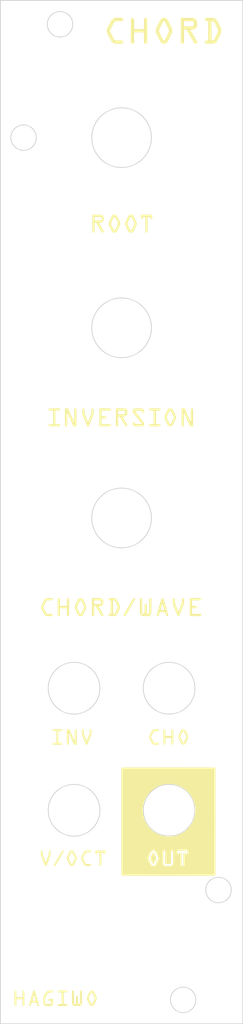
<source format=kicad_pcb>
(kicad_pcb (version 20171130) (host pcbnew "(5.1.9)-1")

  (general
    (thickness 1.6)
    (drawings 15)
    (tracks 0)
    (zones 0)
    (modules 1)
    (nets 1)
  )

  (page A4)
  (layers
    (0 F.Cu signal)
    (31 B.Cu signal)
    (32 B.Adhes user)
    (33 F.Adhes user)
    (34 B.Paste user)
    (35 F.Paste user)
    (36 B.SilkS user)
    (37 F.SilkS user)
    (38 B.Mask user)
    (39 F.Mask user)
    (40 Dwgs.User user)
    (41 Cmts.User user)
    (42 Eco1.User user)
    (43 Eco2.User user)
    (44 Edge.Cuts user)
    (45 Margin user)
    (46 B.CrtYd user)
    (47 F.CrtYd user)
    (48 B.Fab user)
    (49 F.Fab user)
  )

  (setup
    (last_trace_width 0.4)
    (trace_clearance 0.3)
    (zone_clearance 0.508)
    (zone_45_only no)
    (trace_min 0.2)
    (via_size 0.8)
    (via_drill 0.4)
    (via_min_size 0.4)
    (via_min_drill 0.3)
    (uvia_size 0.3)
    (uvia_drill 0.1)
    (uvias_allowed no)
    (uvia_min_size 0.2)
    (uvia_min_drill 0.1)
    (edge_width 0.05)
    (segment_width 0.2)
    (pcb_text_width 0.3)
    (pcb_text_size 1.5 1.5)
    (mod_edge_width 0.12)
    (mod_text_size 1 1)
    (mod_text_width 0.15)
    (pad_size 1.7 1.7)
    (pad_drill 1)
    (pad_to_mask_clearance 0)
    (aux_axis_origin 0 0)
    (visible_elements 7FFFFFFF)
    (pcbplotparams
      (layerselection 0x010fc_ffffffff)
      (usegerberextensions false)
      (usegerberattributes true)
      (usegerberadvancedattributes true)
      (creategerberjobfile true)
      (excludeedgelayer true)
      (linewidth 0.100000)
      (plotframeref false)
      (viasonmask false)
      (mode 1)
      (useauxorigin false)
      (hpglpennumber 1)
      (hpglpenspeed 20)
      (hpglpendiameter 15.000000)
      (psnegative false)
      (psa4output false)
      (plotreference true)
      (plotvalue true)
      (plotinvisibletext false)
      (padsonsilk false)
      (subtractmaskfromsilk false)
      (outputformat 1)
      (mirror false)
      (drillshape 1)
      (scaleselection 1)
      (outputdirectory ""))
  )

  (net 0 "")

  (net_class Default "This is the default net class."
    (clearance 0.3)
    (trace_width 0.4)
    (via_dia 0.8)
    (via_drill 0.4)
    (uvia_dia 0.3)
    (uvia_drill 0.1)
  )

  (module silk:silk2 (layer F.Cu) (tedit 0) (tstamp 60D6B2CE)
    (at 131.5 100.25)
    (fp_text reference G*** (at 0 0) (layer F.SilkS) hide
      (effects (font (size 1.524 1.524) (thickness 0.3)))
    )
    (fp_text value LOGO (at 0.75 0) (layer F.SilkS) hide
      (effects (font (size 1.524 1.524) (thickness 0.3)))
    )
    (fp_poly (pts (xy -12.299517 60.133451) (xy -12.268401 60.148794) (xy -12.258042 60.155374) (xy -12.248878 60.161176)
      (xy -12.240836 60.167302) (xy -12.233843 60.174851) (xy -12.227826 60.184925) (xy -12.222711 60.198624)
      (xy -12.218427 60.217047) (xy -12.214899 60.241297) (xy -12.212056 60.272473) (xy -12.209824 60.311677)
      (xy -12.208129 60.360007) (xy -12.2069 60.418566) (xy -12.206063 60.488453) (xy -12.205545 60.57077)
      (xy -12.205274 60.666616) (xy -12.205175 60.777093) (xy -12.205177 60.9033) (xy -12.205206 61.046338)
      (xy -12.205209 61.101864) (xy -12.205244 61.251517) (xy -12.205365 61.383885) (xy -12.205586 61.500007)
      (xy -12.205922 61.600924) (xy -12.206387 61.687676) (xy -12.206996 61.761302) (xy -12.207764 61.822843)
      (xy -12.208706 61.873339) (xy -12.209836 61.913831) (xy -12.211169 61.945358) (xy -12.21272 61.968961)
      (xy -12.214503 61.98568) (xy -12.216533 61.996555) (xy -12.217903 62.000772) (xy -12.241473 62.036222)
      (xy -12.27504 62.060084) (xy -12.314428 62.07198) (xy -12.35546 62.071535) (xy -12.39396 62.058369)
      (xy -12.425754 62.032108) (xy -12.43419 62.020297) (xy -12.438714 62.012299) (xy -12.44243 62.003155)
      (xy -12.445417 61.991094) (xy -12.447754 61.974343) (xy -12.449522 61.95113) (xy -12.450798 61.919683)
      (xy -12.451664 61.878231) (xy -12.452197 61.825002) (xy -12.452477 61.758223) (xy -12.452584 61.676122)
      (xy -12.452598 61.609038) (xy -12.452598 61.227562) (xy -13.203968 61.227562) (xy -13.203968 61.608705)
      (xy -13.204035 61.703637) (xy -13.204276 61.781963) (xy -13.204756 61.845401) (xy -13.205538 61.895673)
      (xy -13.206686 61.934497) (xy -13.208262 61.963593) (xy -13.21033 61.984681) (xy -13.212954 61.99948)
      (xy -13.216196 62.009709) (xy -13.218955 62.01522) (xy -13.247329 62.046555) (xy -13.286084 62.06723)
      (xy -13.329316 62.074981) (xy -13.363016 62.070399) (xy -13.403166 62.049136) (xy -13.432357 62.013374)
      (xy -13.438891 61.999844) (xy -13.441198 61.985289) (xy -13.443295 61.954058) (xy -13.445183 61.907711)
      (xy -13.446862 61.847806) (xy -13.448333 61.775902) (xy -13.449596 61.693558) (xy -13.450651 61.602334)
      (xy -13.451499 61.503787) (xy -13.45214 61.399478) (xy -13.452574 61.290964) (xy -13.452801 61.179806)
      (xy -13.452823 61.067562) (xy -13.452639 60.95579) (xy -13.45225 60.846051) (xy -13.451656 60.739903)
      (xy -13.450857 60.638904) (xy -13.449854 60.544615) (xy -13.448647 60.458593) (xy -13.447237 60.382398)
      (xy -13.445623 60.317589) (xy -13.443806 60.265725) (xy -13.441787 60.228365) (xy -13.439565 60.207068)
      (xy -13.438497 60.203135) (xy -13.40941 60.163886) (xy -13.37214 60.138949) (xy -13.329862 60.129517)
      (xy -13.285751 60.136783) (xy -13.274504 60.141493) (xy -13.259098 60.148825) (xy -13.246303 60.155996)
      (xy -13.235854 60.164681) (xy -13.22749 60.176558) (xy -13.220945 60.1933) (xy -13.215958 60.216585)
      (xy -13.212266 60.248089) (xy -13.209604 60.289487) (xy -13.20771 60.342455) (xy -13.206322 60.408668)
      (xy -13.205175 60.489804) (xy -13.204006 60.587538) (xy -13.203968 60.590729) (xy -13.199387 60.975577)
      (xy -12.457179 60.975577) (xy -12.452598 60.590312) (xy -12.451422 60.492103) (xy -12.450276 60.410546)
      (xy -12.448908 60.343969) (xy -12.447067 60.290699) (xy -12.444502 60.249066) (xy -12.440962 60.217396)
      (xy -12.436196 60.194018) (xy -12.429954 60.177259) (xy -12.421983 60.165448) (xy -12.412034 60.156912)
      (xy -12.399855 60.14998) (xy -12.385467 60.143109) (xy -12.340765 60.129496) (xy -12.299517 60.133451)) (layer F.SilkS) (width 0.01))
    (fp_poly (pts (xy -10.935296 60.136552) (xy -10.899666 60.157238) (xy -10.884405 60.17381) (xy -10.879359 60.185998)
      (xy -10.869802 60.214367) (xy -10.856155 60.257444) (xy -10.838842 60.313762) (xy -10.818284 60.381849)
      (xy -10.794903 60.460235) (xy -10.769122 60.547452) (xy -10.741362 60.642027) (xy -10.712047 60.742493)
      (xy -10.681597 60.847378) (xy -10.650435 60.955212) (xy -10.618983 61.064526) (xy -10.587663 61.17385)
      (xy -10.556898 61.281713) (xy -10.52711 61.386646) (xy -10.49872 61.487178) (xy -10.472151 61.581839)
      (xy -10.447825 61.669161) (xy -10.426164 61.747672) (xy -10.40759 61.815902) (xy -10.392525 61.872382)
      (xy -10.381392 61.915641) (xy -10.374613 61.94421) (xy -10.372583 61.956138) (xy -10.3805 62.002371)
      (xy -10.402854 62.038652) (xy -10.43755 62.062935) (xy -10.482494 62.073175) (xy -10.49267 62.073356)
      (xy -10.536398 62.066157) (xy -10.572087 62.047517) (xy -10.593737 62.02243) (xy -10.599261 62.008207)
      (xy -10.60884 61.979454) (xy -10.621499 61.939266) (xy -10.636264 61.890734) (xy -10.652163 61.836953)
      (xy -10.652555 61.835609) (xy -10.668161 61.782529) (xy -10.682305 61.735357) (xy -10.694101 61.696978)
      (xy -10.702661 61.670277) (xy -10.707096 61.658141) (xy -10.707205 61.657949) (xy -10.71784 61.655364)
      (xy -10.745398 61.653161) (xy -10.788477 61.651386) (xy -10.845677 61.650082) (xy -10.915597 61.649294)
      (xy -10.987245 61.649062) (xy -11.261793 61.649062) (xy -11.270843 61.669679) (xy -11.276249 61.684745)
      (xy -11.285837 61.714235) (xy -11.298618 61.754993) (xy -11.3136 61.803861) (xy -11.329794 61.857683)
      (xy -11.329821 61.857774) (xy -11.345717 61.910607) (xy -11.360113 61.957548) (xy -11.372102 61.995704)
      (xy -11.380773 62.022182) (xy -11.385218 62.034092) (xy -11.385297 62.034228) (xy -11.405 62.051634)
      (xy -11.436476 62.064942) (xy -11.473341 62.072519) (xy -11.509208 62.072727) (xy -11.524078 62.069765)
      (xy -11.557159 62.051609) (xy -11.585193 62.02087) (xy -11.603345 61.983294) (xy -11.605972 61.972468)
      (xy -11.606314 61.964378) (xy -11.604914 61.951416) (xy -11.601502 61.932598) (xy -11.595806 61.906942)
      (xy -11.587556 61.873464) (xy -11.576481 61.831182) (xy -11.562309 61.779111) (xy -11.54477 61.71627)
      (xy -11.523592 61.641675) (xy -11.498505 61.554343) (xy -11.469238 61.453291) (xy -11.454199 61.40166)
      (xy -11.190082 61.40166) (xy -10.987501 61.40166) (xy -10.914332 61.401319) (xy -10.858499 61.400263)
      (xy -10.819021 61.398442) (xy -10.794921 61.395808) (xy -10.78522 61.392311) (xy -10.784921 61.391453)
      (xy -10.787396 61.380397) (xy -10.794366 61.354289) (xy -10.805143 61.315483) (xy -10.819042 61.266334)
      (xy -10.835377 61.209193) (xy -10.853462 61.146417) (xy -10.872611 61.080358) (xy -10.892138 61.01337)
      (xy -10.911358 60.947807) (xy -10.929584 60.886023) (xy -10.94613 60.830372) (xy -10.960311 60.783208)
      (xy -10.97144 60.746884) (xy -10.978832 60.723754) (xy -10.981702 60.716182) (xy -10.987917 60.719097)
      (xy -10.990516 60.724573) (xy -10.9947 60.737891) (xy -11.003321 60.766296) (xy -11.015639 60.807293)
      (xy -11.030914 60.858388) (xy -11.048407 60.917087) (xy -11.06738 60.980896) (xy -11.087092 61.047322)
      (xy -11.106804 61.113869) (xy -11.125776 61.178045) (xy -11.14327 61.237354) (xy -11.158547 61.289304)
      (xy -11.170865 61.3314) (xy -11.179487 61.361148) (xy -11.183673 61.376054) (xy -11.183777 61.376461)
      (xy -11.190082 61.40166) (xy -11.454199 61.40166) (xy -11.435519 61.337535) (xy -11.397078 61.206093)
      (xy -11.357896 61.072468) (xy -11.321875 60.950044) (xy -11.287062 60.832314) (xy -11.25383 60.720507)
      (xy -11.222552 60.615853) (xy -11.193601 60.51958) (xy -11.167349 60.432916) (xy -11.144171 60.357092)
      (xy -11.124438 60.293336) (xy -11.108525 60.242876) (xy -11.096804 60.206942) (xy -11.089647 60.186763)
      (xy -11.087903 60.182973) (xy -11.057273 60.1524) (xy -11.018617 60.134337) (xy -10.976452 60.128986)
      (xy -10.935296 60.136552)) (layer F.SilkS) (width 0.01))
    (fp_poly (pts (xy -8.821114 60.128218) (xy -8.757589 60.129148) (xy -8.708066 60.131174) (xy -8.670384 60.134685)
      (xy -8.642381 60.140071) (xy -8.621898 60.147721) (xy -8.606772 60.158024) (xy -8.594844 60.17137)
      (xy -8.586021 60.184712) (xy -8.571228 60.22232) (xy -8.567516 60.263827) (xy -8.574859 60.302368)
      (xy -8.586596 60.323948) (xy -8.599611 60.33936) (xy -8.613086 60.35135) (xy -8.629415 60.360344)
      (xy -8.65099 60.366771) (xy -8.680205 60.371059) (xy -8.719453 60.373635) (xy -8.771126 60.374928)
      (xy -8.837617 60.375365) (xy -8.874262 60.375397) (xy -8.949161 60.375676) (xy -9.007836 60.376585)
      (xy -9.052382 60.378234) (xy -9.084894 60.380733) (xy -9.107468 60.384191) (xy -9.121254 60.388312)
      (xy -9.136076 60.399514) (xy -9.159902 60.423554) (xy -9.191106 60.458338) (xy -9.228064 60.501774)
      (xy -9.26915 60.551771) (xy -9.312739 60.606235) (xy -9.357207 60.663075) (xy -9.400929 60.720197)
      (xy -9.44228 60.775511) (xy -9.479634 60.826922) (xy -9.511367 60.87234) (xy -9.535855 60.909671)
      (xy -9.551472 60.936823) (xy -9.556183 60.948359) (xy -9.55904 60.969635) (xy -9.561444 61.008575)
      (xy -9.563378 61.064523) (xy -9.564828 61.136822) (xy -9.565776 61.224816) (xy -9.566208 61.327848)
      (xy -9.566234 61.363128) (xy -9.566572 61.468229) (xy -9.566795 61.556487) (xy -9.565717 61.629352)
      (xy -9.562152 61.688275) (xy -9.554912 61.734709) (xy -9.542812 61.770103) (xy -9.524664 61.79591)
      (xy -9.499283 61.813579) (xy -9.465482 61.824563) (xy -9.422074 61.830313) (xy -9.367874 61.832279)
      (xy -9.301693 61.831913) (xy -9.222347 61.830666) (xy -9.18433 61.830224) (xy -9.105621 61.829462)
      (xy -9.043128 61.828647) (xy -8.994743 61.82763) (xy -8.958358 61.826262) (xy -8.931863 61.824394)
      (xy -8.913151 61.821875) (xy -8.900111 61.818557) (xy -8.890636 61.81429) (xy -8.882617 61.808925)
      (xy -8.882516 61.80885) (xy -8.86026 61.791306) (xy -8.843959 61.774715) (xy -8.832688 61.755889)
      (xy -8.825524 61.731643) (xy -8.821544 61.69879) (xy -8.819826 61.654143) (xy -8.819445 61.594517)
      (xy -8.819445 61.442893) (xy -8.97109 61.438312) (xy -9.034353 61.435977) (xy -9.082067 61.432723)
      (xy -9.117005 61.427655) (xy -9.141945 61.419876) (xy -9.159661 61.40849) (xy -9.17293 61.392601)
      (xy -9.184527 61.371313) (xy -9.1856 61.369068) (xy -9.197227 61.325184) (xy -9.191999 61.282184)
      (xy -9.171204 61.243553) (xy -9.136128 61.212776) (xy -9.125756 61.206959) (xy -9.114649 61.202198)
      (xy -9.100706 61.19847) (xy -9.081705 61.195653) (xy -9.055424 61.193623) (xy -9.019643 61.192258)
      (xy -8.97214 61.191435) (xy -8.910692 61.191031) (xy -8.83548 61.190924) (xy -8.576623 61.190909)
      (xy -8.576623 61.482671) (xy -8.576753 61.571234) (xy -8.577347 61.643698) (xy -8.57871 61.70229)
      (xy -8.58115 61.749235) (xy -8.584972 61.786762) (xy -8.590482 61.817096) (xy -8.597986 61.842463)
      (xy -8.607791 61.865091) (xy -8.620203 61.887206) (xy -8.635518 61.91102) (xy -8.683514 61.968414)
      (xy -8.743788 62.017114) (xy -8.810788 62.052653) (xy -8.812553 62.053355) (xy -8.827806 62.059082)
      (xy -8.842846 62.06367) (xy -8.859877 62.067263) (xy -8.881104 62.070006) (xy -8.908731 62.072043)
      (xy -8.944964 62.073518) (xy -8.992005 62.074575) (xy -9.052061 62.075357) (xy -9.127336 62.076011)
      (xy -9.163059 62.076274) (xy -9.237724 62.076534) (xy -9.308716 62.07626) (xy -9.37337 62.0755)
      (xy -9.429021 62.074306) (xy -9.473005 62.072727) (xy -9.502657 62.070812) (xy -9.511256 62.069749)
      (xy -9.586242 62.047819) (xy -9.654829 62.009964) (xy -9.714427 61.958183) (xy -9.762449 61.894478)
      (xy -9.779648 61.862335) (xy -9.809055 61.800253) (xy -9.811728 61.378752) (xy -9.812313 61.269535)
      (xy -9.81247 61.176894) (xy -9.812048 61.099081) (xy -9.810897 61.03435) (xy -9.808866 60.980951)
      (xy -9.805805 60.937137) (xy -9.801563 60.90116) (xy -9.795989 60.871272) (xy -9.788933 60.845727)
      (xy -9.780244 60.822775) (xy -9.769772 60.800669) (xy -9.760414 60.783153) (xy -9.745123 60.758838)
      (xy -9.720382 60.723592) (xy -9.687824 60.67945) (xy -9.649084 60.628449) (xy -9.605798 60.572626)
      (xy -9.559601 60.514016) (xy -9.512126 60.454656) (xy -9.465009 60.396581) (xy -9.419885 60.341829)
      (xy -9.378388 60.292435) (xy -9.342153 60.250436) (xy -9.312816 60.217867) (xy -9.29201 60.196765)
      (xy -9.284843 60.190817) (xy -9.257192 60.172958) (xy -9.230226 60.158796) (xy -9.201392 60.147913)
      (xy -9.168136 60.139891) (xy -9.127904 60.134312) (xy -9.078142 60.130759) (xy -9.016296 60.128813)
      (xy -8.939813 60.128058) (xy -8.900801 60.127994) (xy -8.821114 60.128218)) (layer F.SilkS) (width 0.01))
    (fp_poly (pts (xy -7.394138 60.127994) (xy -7.278219 60.127997) (xy -7.179199 60.1281) (xy -7.09565 60.128441)
      (xy -7.026145 60.129163) (xy -6.969257 60.130404) (xy -6.923558 60.132305) (xy -6.887621 60.135006)
      (xy -6.860018 60.138648) (xy -6.839323 60.14337) (xy -6.824107 60.149313) (xy -6.812943 60.156616)
      (xy -6.804405 60.16542) (xy -6.797064 60.175866) (xy -6.789971 60.187321) (xy -6.774936 60.226913)
      (xy -6.773878 60.26971) (xy -6.785637 60.310522) (xy -6.809055 60.344161) (xy -6.82828 60.358777)
      (xy -6.843141 60.363373) (xy -6.871036 60.367217) (xy -6.91325 60.370402) (xy -6.971068 60.373024)
      (xy -7.045775 60.375175) (xy -7.055556 60.375397) (xy -7.261724 60.379979) (xy -7.261724 61.827742)
      (xy -7.049623 61.832323) (xy -6.981415 61.8339) (xy -6.92912 61.835462) (xy -6.890328 61.837246)
      (xy -6.862627 61.839492) (xy -6.843608 61.842436) (xy -6.830857 61.846315) (xy -6.821966 61.851368)
      (xy -6.817317 61.855209) (xy -6.788438 61.891842) (xy -6.774577 61.932891) (xy -6.77496 61.974684)
      (xy -6.788816 62.013549) (xy -6.815373 62.045816) (xy -6.853858 62.067812) (xy -6.862611 62.07057)
      (xy -6.876796 62.071998) (xy -6.907243 62.073296) (xy -6.951889 62.074461) (xy -7.008669 62.075486)
      (xy -7.07552 62.076366) (xy -7.150378 62.077098) (xy -7.23118 62.077675) (xy -7.315861 62.078093)
      (xy -7.402359 62.078347) (xy -7.488608 62.078431) (xy -7.572547 62.078341) (xy -7.65211 62.078072)
      (xy -7.725234 62.077619) (xy -7.789856 62.076976) (xy -7.843912 62.076139) (xy -7.885338 62.075103)
      (xy -7.91207 62.073863) (xy -7.91951 62.073131) (xy -7.941307 62.064382) (xy -7.966644 62.046773)
      (xy -7.976779 62.037546) (xy -7.996066 62.015956) (xy -8.005386 61.996253) (xy -8.008142 61.969823)
      (xy -8.008189 61.95801) (xy -8.003711 61.912973) (xy -7.989516 61.879945) (xy -7.96339 61.854214)
      (xy -7.957499 61.850158) (xy -7.947451 61.844411) (xy -7.935364 61.840051) (xy -7.91872 61.83689)
      (xy -7.895003 61.834735) (xy -7.861697 61.833398) (xy -7.816284 61.832688) (xy -7.756248 61.832415)
      (xy -7.722168 61.832384) (xy -7.513709 61.832323) (xy -7.513709 60.375397) (xy -7.720754 60.375397)
      (xy -7.793717 60.375182) (xy -7.850722 60.374218) (xy -7.894132 60.372024) (xy -7.926313 60.368121)
      (xy -7.94963 60.362029) (xy -7.966449 60.353268) (xy -7.979135 60.341358) (xy -7.990052 60.325819)
      (xy -7.993527 60.320054) (xy -8.005491 60.286494) (xy -8.008557 60.246703) (xy -8.00295 60.208284)
      (xy -7.989379 60.179444) (xy -7.981028 60.168825) (xy -7.973015 60.159777) (xy -7.963885 60.152175)
      (xy -7.952184 60.145892) (xy -7.93646 60.140803) (xy -7.915258 60.136782) (xy -7.887124 60.133703)
      (xy -7.850606 60.131442) (xy -7.80425 60.129872) (xy -7.746601 60.128867) (xy -7.676206 60.128303)
      (xy -7.591612 60.128053) (xy -7.491365 60.127992) (xy -7.394138 60.127994)) (layer F.SilkS) (width 0.01))
    (fp_poly (pts (xy -5.054128 60.135854) (xy -5.020152 60.156581) (xy -4.991961 60.185899) (xy -4.982428 60.201482)
      (xy -4.979566 60.208142) (xy -4.977064 60.216778) (xy -4.9749 60.228592) (xy -4.973047 60.244783)
      (xy -4.971483 60.26655) (xy -4.970184 60.295095) (xy -4.969124 60.331616) (xy -4.96828 60.377315)
      (xy -4.967628 60.43339) (xy -4.967144 60.501043) (xy -4.966804 60.581472) (xy -4.966582 60.675879)
      (xy -4.966456 60.785463) (xy -4.966401 60.911423) (xy -4.966392 60.99887) (xy -4.966378 61.76437)
      (xy -5.013197 61.846453) (xy -5.039055 61.890652) (xy -5.067646 61.937745) (xy -5.094102 61.979765)
      (xy -5.102537 61.992677) (xy -5.123186 62.022351) (xy -5.142416 62.044571) (xy -5.163246 62.060335)
      (xy -5.188691 62.070645) (xy -5.221768 62.076501) (xy -5.265495 62.078902) (xy -5.322889 62.078849)
      (xy -5.36039 62.078157) (xy -5.41558 62.076761) (xy -5.455827 62.074975) (xy -5.484509 62.072347)
      (xy -5.50501 62.068425) (xy -5.520709 62.062756) (xy -5.534989 62.054887) (xy -5.535205 62.054753)
      (xy -5.559201 62.035527) (xy -5.577041 62.013792) (xy -5.579378 62.009375) (xy -5.590762 61.98439)
      (xy -5.609556 62.014074) (xy -5.625404 62.035819) (xy -5.643407 62.051799) (xy -5.666608 62.062926)
      (xy -5.698053 62.07011) (xy -5.740784 62.074263) (xy -5.797846 62.076297) (xy -5.818543 62.076634)
      (xy -5.869099 62.076807) (xy -5.915847 62.076045) (xy -5.954389 62.074482) (xy -5.980326 62.072256)
      (xy -5.98498 62.071482) (xy -6.009208 62.06497) (xy -6.03009 62.054886) (xy -6.049835 62.038886)
      (xy -6.070646 62.01463) (xy -6.094731 61.979774) (xy -6.124295 61.931976) (xy -6.137929 61.909081)
      (xy -6.212554 61.782942) (xy -6.212554 61.000407) (xy -6.212527 60.861297) (xy -6.212432 60.739357)
      (xy -6.212248 60.633429) (xy -6.211954 60.542357) (xy -6.21153 60.464983) (xy -6.210955 60.400152)
      (xy -6.210208 60.346706) (xy -6.209267 60.303488) (xy -6.208113 60.269342) (xy -6.206724 60.243111)
      (xy -6.20508 60.223637) (xy -6.20316 60.209765) (xy -6.200943 60.200337) (xy -6.198408 60.194196)
      (xy -6.198036 60.19355) (xy -6.168175 60.158586) (xy -6.130543 60.136903) (xy -6.089218 60.129601)
      (xy -6.048282 60.137783) (xy -6.029293 60.147985) (xy -6.018023 60.155303) (xy -6.008154 60.161883)
      (xy -5.999592 60.16892) (xy -5.992246 60.177612) (xy -5.986022 60.189156) (xy -5.980828 60.204748)
      (xy -5.97657 60.225584) (xy -5.973156 60.252861) (xy -5.970493 60.287777) (xy -5.968488 60.331527)
      (xy -5.967048 60.385308) (xy -5.96608 60.450317) (xy -5.965492 60.527751) (xy -5.965191 60.618805)
      (xy -5.965083 60.724678) (xy -5.965076 60.846565) (xy -5.965079 60.975577) (xy -5.964978 61.717785)
      (xy -5.928645 61.775054) (xy -5.892313 61.832323) (xy -5.792355 61.832323) (xy -5.750471 61.765122)
      (xy -5.708586 61.697921) (xy -5.708586 61.274022) (xy -5.708529 61.1736) (xy -5.708323 61.089883)
      (xy -5.707913 61.021249) (xy -5.707245 60.966076) (xy -5.706265 60.922743) (xy -5.704919 60.889628)
      (xy -5.703154 60.86511) (xy -5.700914 60.847567) (xy -5.698146 60.835378) (xy -5.694795 60.826921)
      (xy -5.693599 60.824752) (xy -5.664378 60.792402) (xy -5.623646 60.773878) (xy -5.584684 60.769409)
      (xy -5.557064 60.771144) (xy -5.536601 60.778726) (xy -5.515409 60.795715) (xy -5.505921 60.804983)
      (xy -5.470346 60.840557) (xy -5.470346 61.703013) (xy -5.39246 61.832971) (xy -5.342745 61.830357)
      (xy -5.293029 61.827742) (xy -5.253657 61.763601) (xy -5.214286 61.699459) (xy -5.213999 60.957251)
      (xy -5.213933 60.823093) (xy -5.213825 60.706042) (xy -5.213649 60.604877) (xy -5.213376 60.51838)
      (xy -5.212979 60.44533) (xy -5.212431 60.384509) (xy -5.211703 60.334697) (xy -5.210768 60.294673)
      (xy -5.209597 60.263219) (xy -5.208165 60.239115) (xy -5.206442 60.221141) (xy -5.204401 60.208078)
      (xy -5.202014 60.198706) (xy -5.199254 60.191805) (xy -5.196502 60.186821) (xy -5.170047 60.158492)
      (xy -5.133131 60.137576) (xy -5.093313 60.128162) (xy -5.087759 60.127994) (xy -5.054128 60.135854)) (layer F.SilkS) (width 0.01))
    (fp_poly (pts (xy -3.680195 60.133287) (xy -3.648154 60.1357) (xy -3.622887 60.140932) (xy -3.598626 60.150005)
      (xy -3.581455 60.158059) (xy -3.557022 60.170838) (xy -3.535193 60.184726) (xy -3.514872 60.201358)
      (xy -3.494962 60.222367) (xy -3.474364 60.249389) (xy -3.451983 60.284059) (xy -3.42672 60.32801)
      (xy -3.39748 60.382879) (xy -3.363164 60.450298) (xy -3.322676 60.531904) (xy -3.301175 60.575681)
      (xy -3.266106 60.647594) (xy -3.232943 60.7163) (xy -3.202726 60.779591) (xy -3.176494 60.835261)
      (xy -3.155288 60.881103) (xy -3.140147 60.914912) (xy -3.132159 60.934344) (xy -3.119381 60.984057)
      (xy -3.111133 61.04478) (xy -3.107831 61.109662) (xy -3.109895 61.171854) (xy -3.115212 61.212609)
      (xy -3.120612 61.234139) (xy -3.130185 61.262279) (xy -3.1446 61.298548) (xy -3.164522 61.344463)
      (xy -3.190618 61.401544) (xy -3.223555 61.471308) (xy -3.263999 61.555275) (xy -3.28085 61.589939)
      (xy -3.31649 61.662588) (xy -3.350848 61.731648) (xy -3.382833 61.79499) (xy -3.411349 61.85049)
      (xy -3.435305 61.896021) (xy -3.453606 61.929457) (xy -3.465161 61.948673) (xy -3.465776 61.949553)
      (xy -3.513408 62.001059) (xy -3.572404 62.03997) (xy -3.639858 62.065188) (xy -3.712867 62.075617)
      (xy -3.786307 62.070554) (xy -3.853884 62.049813) (xy -3.918298 62.012544) (xy -3.959481 61.977804)
      (xy -3.971917 61.964692) (xy -3.984697 61.948653) (xy -3.998787 61.927965) (xy -4.015152 61.900904)
      (xy -4.034755 61.865748) (xy -4.058562 61.820771) (xy -4.087538 61.764251) (xy -4.122647 61.694465)
      (xy -4.159514 61.620445) (xy -4.195757 61.546753) (xy -4.229666 61.476454) (xy -4.260249 61.411697)
      (xy -4.286519 61.354633) (xy -4.307484 61.307414) (xy -4.322156 61.272189) (xy -4.329544 61.25111)
      (xy -4.329614 61.250835) (xy -4.33794 61.201867) (xy -4.342222 61.142207) (xy -4.342469 61.078704)
      (xy -4.338693 61.018208) (xy -4.337774 61.01223) (xy -4.091306 61.01223) (xy -4.091306 61.198262)
      (xy -3.938717 61.504331) (xy -3.895055 61.591356) (xy -3.858585 61.662777) (xy -3.828754 61.7196)
      (xy -3.805009 61.76283) (xy -3.786798 61.793474) (xy -3.773567 61.812536) (xy -3.764766 61.821022)
      (xy -3.764619 61.821096) (xy -3.732058 61.828314) (xy -3.698396 61.821817) (xy -3.671578 61.803182)
      (xy -3.671016 61.802516) (xy -3.660892 61.786893) (xy -3.644178 61.757113) (xy -3.622075 61.71561)
      (xy -3.595782 61.664815) (xy -3.566499 61.607161) (xy -3.535425 61.54508) (xy -3.50376 61.481004)
      (xy -3.472703 61.417366) (xy -3.443454 61.356597) (xy -3.417213 61.301131) (xy -3.395179 61.2534)
      (xy -3.378553 61.215835) (xy -3.368532 61.19087) (xy -3.366916 61.185934) (xy -3.356228 61.131034)
      (xy -3.356653 61.072667) (xy -3.356683 61.072323) (xy -3.358699 61.055256) (xy -3.362195 61.037689)
      (xy -3.367983 61.017726) (xy -3.376876 60.993471) (xy -3.389685 60.963025) (xy -3.407225 60.924491)
      (xy -3.430306 60.875973) (xy -3.459741 60.815574) (xy -3.496342 60.741395) (xy -3.511325 60.711162)
      (xy -3.549319 60.635284) (xy -3.58431 60.566827) (xy -3.615433 60.5074) (xy -3.641825 60.458612)
      (xy -3.66262 60.422069) (xy -3.676954 60.399381) (xy -3.682495 60.392746) (xy -3.715038 60.376957)
      (xy -3.748308 60.378756) (xy -3.77904 60.397846) (xy -3.782958 60.401886) (xy -3.79259 60.4162)
      (xy -3.809027 60.444957) (xy -3.831174 60.486059) (xy -3.857937 60.537413) (xy -3.888221 60.596923)
      (xy -3.920932 60.662495) (xy -3.949279 60.720302) (xy -4.091306 61.01223) (xy -4.337774 61.01223)
      (xy -4.330904 60.967565) (xy -4.329156 60.960328) (xy -4.321956 60.939909) (xy -4.307543 60.90527)
      (xy -4.286907 60.858575) (xy -4.26104 60.801988) (xy -4.230934 60.737677) (xy -4.197581 60.667804)
      (xy -4.161972 60.594537) (xy -4.156464 60.58332) (xy -4.112217 60.493696) (xy -4.074766 60.419017)
      (xy -4.04303 60.357684) (xy -4.015925 60.308096) (xy -3.992372 60.268651) (xy -3.971287 60.23775)
      (xy -3.951589 60.213792) (xy -3.932197 60.195176) (xy -3.912027 60.180302) (xy -3.89 60.167568)
      (xy -3.868235 60.156871) (xy -3.841155 60.145264) (xy -3.816277 60.138038) (xy -3.787763 60.134207)
      (xy -3.749772 60.132787) (xy -3.724779 60.132673) (xy -3.680195 60.133287)) (layer F.SilkS) (width 0.01))
    (fp_poly (pts (xy 6.311 32.125688) (xy 6.688479 32.125697) (xy 7.048452 32.125712) (xy 7.391331 32.125736)
      (xy 7.717527 32.125768) (xy 8.027451 32.125811) (xy 8.321512 32.125864) (xy 8.600122 32.125929)
      (xy 8.863691 32.126007) (xy 9.11263 32.1261) (xy 9.34735 32.126207) (xy 9.568261 32.12633)
      (xy 9.775774 32.126471) (xy 9.9703 32.126629) (xy 10.152249 32.126807) (xy 10.322032 32.127004)
      (xy 10.480061 32.127223) (xy 10.626744 32.127463) (xy 10.762494 32.127727) (xy 10.88772 32.128015)
      (xy 11.002834 32.128327) (xy 11.108246 32.128666) (xy 11.204367 32.129033) (xy 11.291608 32.129427)
      (xy 11.370378 32.12985) (xy 11.44109 32.130304) (xy 11.504153 32.130788) (xy 11.559978 32.131305)
      (xy 11.608976 32.131855) (xy 11.651558 32.132439) (xy 11.688134 32.133059) (xy 11.719115 32.133714)
      (xy 11.744911 32.134407) (xy 11.765934 32.135138) (xy 11.782594 32.135908) (xy 11.795301 32.136719)
      (xy 11.804467 32.13757) (xy 11.810502 32.138464) (xy 11.813817 32.139401) (xy 11.814784 32.14018)
      (xy 11.815073 32.150025) (xy 11.815359 32.177744) (xy 11.81564 32.222883) (xy 11.815917 32.28499)
      (xy 11.816189 32.363611) (xy 11.816455 32.458295) (xy 11.816716 32.568589) (xy 11.816972 32.694038)
      (xy 11.81722 32.834192) (xy 11.817463 32.988596) (xy 11.817698 33.156799) (xy 11.817925 33.338347)
      (xy 11.818145 33.532787) (xy 11.818357 33.739667) (xy 11.81856 33.958534) (xy 11.818754 34.188935)
      (xy 11.818939 34.430417) (xy 11.819114 34.682528) (xy 11.81928 34.944815) (xy 11.819434 35.216824)
      (xy 11.819578 35.498104) (xy 11.819711 35.788201) (xy 11.819833 36.086662) (xy 11.819942 36.393036)
      (xy 11.820039 36.706868) (xy 11.820124 37.027706) (xy 11.820195 37.355098) (xy 11.820253 37.68859)
      (xy 11.820298 38.027729) (xy 11.820328 38.372064) (xy 11.820344 38.721141) (xy 11.820346 38.919011)
      (xy 11.82034 39.360442) (xy 11.820321 39.783859) (xy 11.820289 40.189575) (xy 11.820244 40.577901)
      (xy 11.820184 40.94915) (xy 11.82011 41.303634) (xy 11.820021 41.641665) (xy 11.819916 41.963556)
      (xy 11.819795 42.269618) (xy 11.819657 42.560164) (xy 11.819502 42.835507) (xy 11.819329 43.095958)
      (xy 11.819138 43.341829) (xy 11.818929 43.573434) (xy 11.8187 43.791083) (xy 11.818452 43.99509)
      (xy 11.818183 44.185766) (xy 11.817894 44.363424) (xy 11.817583 44.528376) (xy 11.817251 44.680935)
      (xy 11.816896 44.821411) (xy 11.816519 44.950119) (xy 11.816118 45.067369) (xy 11.815694 45.173475)
      (xy 11.815246 45.268747) (xy 11.814772 45.3535) (xy 11.814274 45.428044) (xy 11.813749 45.492692)
      (xy 11.813199 45.547757) (xy 11.812621 45.59355) (xy 11.812017 45.630384) (xy 11.811384 45.65857)
      (xy 11.810723 45.678422) (xy 11.810033 45.690252) (xy 11.809351 45.694344) (xy 11.79951 45.695107)
      (xy 11.771935 45.695845) (xy 11.727215 45.696558) (xy 11.665942 45.697246) (xy 11.588707 45.697909)
      (xy 11.4961 45.698547) (xy 11.388713 45.69916) (xy 11.267136 45.699749) (xy 11.131961 45.700312)
      (xy 10.983777 45.70085) (xy 10.823177 45.701363) (xy 10.650751 45.701851) (xy 10.46709 45.702314)
      (xy 10.272785 45.702752) (xy 10.068428 45.703165) (xy 9.854607 45.703553) (xy 9.631916 45.703916)
      (xy 9.400944 45.704254) (xy 9.162283 45.704567) (xy 8.916524 45.704854) (xy 8.664257 45.705117)
      (xy 8.406073 45.705355) (xy 8.142564 45.705568) (xy 7.87432 45.705756) (xy 7.601933 45.705919)
      (xy 7.325992 45.706057) (xy 7.04709 45.70617) (xy 6.765816 45.706258) (xy 6.482763 45.70632)
      (xy 6.19852 45.706358) (xy 5.91368 45.706371) (xy 5.628831 45.706359) (xy 5.344567 45.706322)
      (xy 5.061477 45.706259) (xy 4.780153 45.706172) (xy 4.501185 45.70606) (xy 4.225165 45.705923)
      (xy 3.952682 45.70576) (xy 3.684329 45.705573) (xy 3.420697 45.705361) (xy 3.162375 45.705124)
      (xy 2.909955 45.704861) (xy 2.664029 45.704574) (xy 2.425186 45.704262) (xy 2.194018 45.703924)
      (xy 1.971116 45.703562) (xy 1.75707 45.703175) (xy 1.552472 45.702762) (xy 1.357913 45.702325)
      (xy 1.173983 45.701862) (xy 1.001273 45.701375) (xy 0.840375 45.700863) (xy 0.691879 45.700325)
      (xy 0.556376 45.699763) (xy 0.434457 45.699175) (xy 0.326714 45.698563) (xy 0.233736 45.697925)
      (xy 0.156115 45.697263) (xy 0.094443 45.696575) (xy 0.049308 45.695863) (xy 0.021304 45.695125)
      (xy 0.01102 45.694363) (xy 0.010996 45.694344) (xy 0.010283 45.684549) (xy 0.009592 45.656979)
      (xy 0.008923 45.612186) (xy 0.008276 45.550719) (xy 0.00765 45.473131) (xy 0.007046 45.379973)
      (xy 0.006464 45.271795) (xy 0.005904 45.149149) (xy 0.005365 45.012585) (xy 0.004849 44.862656)
      (xy 0.004354 44.699911) (xy 0.00388 44.524902) (xy 0.003429 44.338181) (xy 0.002999 44.140298)
      (xy 0.002591 43.931805) (xy 0.002205 43.713252) (xy 0.001934 43.543602) (xy 3.395401 43.543602)
      (xy 3.398573 43.605018) (xy 3.405902 43.658899) (xy 3.411972 43.683941) (xy 3.420649 43.707057)
      (xy 3.436422 43.743418) (xy 3.458153 43.790758) (xy 3.484703 43.846808) (xy 3.514934 43.909302)
      (xy 3.547708 43.975973) (xy 3.581887 44.044553) (xy 3.616331 44.112774) (xy 3.649903 44.17837)
      (xy 3.681463 44.239073) (xy 3.709875 44.292617) (xy 3.733999 44.336732) (xy 3.752697 44.369154)
      (xy 3.764831 44.387613) (xy 3.765961 44.388976) (xy 3.820975 44.438231) (xy 3.885962 44.473901)
      (xy 3.957797 44.495219) (xy 4.033356 44.501419) (xy 4.109515 44.491733) (xy 4.14394 44.481715)
      (xy 4.174427 44.467134) (xy 4.209019 44.444745) (xy 4.234007 44.424747) (xy 4.246377 44.412993)
      (xy 4.25824 44.399875) (xy 4.270568 44.383689) (xy 4.284332 44.362727) (xy 4.300505 44.335283)
      (xy 4.320059 44.299652) (xy 4.343965 44.254126) (xy 4.373195 44.197001) (xy 4.408721 44.12657)
      (xy 4.444165 44.055827) (xy 4.480881 43.981875) (xy 4.515548 43.911021) (xy 4.547161 43.845396)
      (xy 4.574713 43.787131) (xy 4.597199 43.738355) (xy 4.613615 43.701201) (xy 4.622955 43.677798)
      (xy 4.623941 43.674771) (xy 4.634591 43.622661) (xy 4.639818 43.560089) (xy 4.639625 43.494099)
      (xy 4.634018 43.431733) (xy 4.623754 43.382504) (xy 4.614147 43.356093) (xy 4.597509 43.316682)
      (xy 4.574961 43.266518) (xy 4.547624 43.20785) (xy 4.51662 43.142923) (xy 4.483072 43.073986)
      (xy 4.4481 43.003286) (xy 4.447005 43.001106) (xy 5.260811 43.001106) (xy 5.260926 43.096156)
      (xy 5.261168 43.206335) (xy 5.261513 43.332823) (xy 5.261808 43.433101) (xy 5.264177 44.225905)
      (xy 5.293519 44.285498) (xy 5.334547 44.351141) (xy 5.387329 44.407991) (xy 5.448549 44.453374)
      (xy 5.514888 44.484613) (xy 5.553229 44.494969) (xy 5.575809 44.497488) (xy 5.613781 44.499589)
      (xy 5.664214 44.501269) (xy 5.724179 44.502525) (xy 5.790745 44.503354) (xy 5.860982 44.503753)
      (xy 5.93196 44.503718) (xy 6.00075 44.503247) (xy 6.06442 44.502335) (xy 6.120042 44.500981)
      (xy 6.164685 44.49918) (xy 6.195419 44.49693) (xy 6.204431 44.495677) (xy 6.273551 44.473912)
      (xy 6.339651 44.436697) (xy 6.399141 44.3869) (xy 6.44843 44.327389) (xy 6.476368 44.278479)
      (xy 6.50119 44.225505) (xy 6.503559 43.432901) (xy 6.503964 43.294145) (xy 6.504282 43.172535)
      (xy 6.504489 43.066891) (xy 6.504563 42.976032) (xy 6.504483 42.898779) (xy 6.504225 42.83395)
      (xy 6.503768 42.780367) (xy 6.503088 42.736848) (xy 6.502164 42.702214) (xy 6.500972 42.675284)
      (xy 6.499492 42.654878) (xy 6.497699 42.639816) (xy 6.495573 42.628917) (xy 6.493089 42.621003)
      (xy 6.490227 42.614891) (xy 6.487961 42.611014) (xy 6.456478 42.574356) (xy 6.418648 42.55352)
      (xy 6.416405 42.553247) (xy 7.055555 42.553247) (xy 7.055555 42.732833) (xy 7.055803 42.797687)
      (xy 7.056677 42.84698) (xy 7.058378 42.883474) (xy 7.061105 42.909929) (xy 7.065058 42.929105)
      (xy 7.070436 42.943764) (xy 7.070857 42.944665) (xy 7.097426 42.980542) (xy 7.135523 43.003339)
      (xy 7.182321 43.011366) (xy 7.182424 43.011366) (xy 7.230072 43.003575) (xy 7.267862 42.980963)
      (xy 7.294698 42.944802) (xy 7.309485 42.896368) (xy 7.312121 42.860575) (xy 7.312121 42.809813)
      (xy 7.550361 42.809813) (xy 7.550361 44.410638) (xy 7.57116 44.441773) (xy 7.603753 44.476126)
      (xy 7.644001 44.496535) (xy 7.687796 44.502058) (xy 7.731032 44.491751) (xy 7.748153 44.482398)
      (xy 7.768956 44.463892) (xy 7.788076 44.439541) (xy 7.789003 44.438049) (xy 7.792117 44.432471)
      (xy 7.794846 44.425826) (xy 7.797216 44.416938) (xy 7.799252 44.404633) (xy 7.800981 44.387737)
      (xy 7.802426 44.365075) (xy 7.803613 44.335472) (xy 7.804569 44.297753) (xy 7.805317 44.250746)
      (xy 7.805884 44.193273) (xy 7.806295 44.124162) (xy 7.806575 44.042237) (xy 7.806749 43.946325)
      (xy 7.806844 43.835249) (xy 7.806883 43.707837) (xy 7.806892 43.60929) (xy 7.806926 42.809813)
      (xy 8.045166 42.809813) (xy 8.045166 42.855922) (xy 8.05192 42.909533) (xy 8.070673 42.95423)
      (xy 8.099161 42.988213) (xy 8.135119 43.009682) (xy 8.176284 43.016837) (xy 8.220392 43.007877)
      (xy 8.230617 43.003395) (xy 8.253967 42.991012) (xy 8.27198 42.977638) (xy 8.285394 42.960791)
      (xy 8.294947 42.93799) (xy 8.301376 42.906753) (xy 8.305419 42.864599) (xy 8.307814 42.809046)
      (xy 8.309279 42.738799) (xy 8.312245 42.553247) (xy 7.055555 42.553247) (xy 6.416405 42.553247)
      (xy 6.377356 42.548496) (xy 6.335486 42.559274) (xy 6.295921 42.585844) (xy 6.27268 42.611748)
      (xy 6.269334 42.616543) (xy 6.266399 42.622176) (xy 6.263841 42.629837) (xy 6.261624 42.640716)
      (xy 6.259714 42.656004) (xy 6.258076 42.676891) (xy 6.256675 42.704567) (xy 6.255475 42.740222)
      (xy 6.254442 42.785046) (xy 6.25354 42.840231) (xy 6.252735 42.906965) (xy 6.251992 42.986439)
      (xy 6.251276 43.079843) (xy 6.250551 43.188368) (xy 6.249783 43.313203) (xy 6.249206 43.409926)
      (xy 6.244625 44.182805) (xy 6.222397 44.20646) (xy 6.197575 44.225542) (xy 6.168323 44.238955)
      (xy 6.167419 44.239213) (xy 6.147817 44.241995) (xy 6.11295 44.244258) (xy 6.065871 44.246004)
      (xy 6.009634 44.247235) (xy 5.947292 44.247953) (xy 5.881899 44.248161) (xy 5.816508 44.24786)
      (xy 5.754173 44.247052) (xy 5.697948 44.245741) (xy 5.650885 44.243927) (xy 5.616038 44.241614)
      (xy 5.596513 44.238816) (xy 5.562502 44.221629) (xy 5.539449 44.199329) (xy 5.516572 44.169336)
      (xy 5.514076 43.403193) (xy 5.513625 43.266997) (xy 5.513196 43.147932) (xy 5.512757 43.044801)
      (xy 5.512276 42.956409) (xy 5.51172 42.88156) (xy 5.511057 42.819058) (xy 5.510254 42.767708)
      (xy 5.50928 42.726313) (xy 5.508102 42.693678) (xy 5.506688 42.668608) (xy 5.505005 42.649906)
      (xy 5.503021 42.636376) (xy 5.500704 42.626824) (xy 5.498021 42.620053) (xy 5.494941 42.614867)
      (xy 5.492688 42.61175) (xy 5.458076 42.574747) (xy 5.421043 42.55456) (xy 5.383187 42.549531)
      (xy 5.336787 42.558255) (xy 5.299584 42.582661) (xy 5.277406 42.611014) (xy 5.274263 42.616562)
      (xy 5.271514 42.623078) (xy 5.269138 42.631742) (xy 5.267112 42.643735) (xy 5.265413 42.660236)
      (xy 5.264019 42.682426) (xy 5.262908 42.711485) (xy 5.262057 42.748592) (xy 5.261445 42.794927)
      (xy 5.261048 42.851672) (xy 5.260844 42.920004) (xy 5.260811 43.001106) (xy 4.447005 43.001106)
      (xy 4.412828 42.93307) (xy 4.378376 42.865587) (xy 4.345867 42.803083) (xy 4.316421 42.747805)
      (xy 4.291162 42.702002) (xy 4.271211 42.667921) (xy 4.25769 42.647809) (xy 4.256075 42.645901)
      (xy 4.204557 42.601999) (xy 4.142765 42.570791) (xy 4.07413 42.552803) (xy 4.002082 42.548559)
      (xy 3.930049 42.558586) (xy 3.861462 42.583407) (xy 3.8583 42.584987) (xy 3.835874 42.597292)
      (xy 3.815493 42.611157) (xy 3.796115 42.62818) (xy 3.776699 42.649959) (xy 3.756203 42.678093)
      (xy 3.733585 42.714179) (xy 3.707805 42.759815) (xy 3.67782 42.816601) (xy 3.64259 42.886133)
      (xy 3.601072 42.970011) (xy 3.581866 43.009172) (xy 3.546405 43.082109) (xy 3.512976 43.151821)
      (xy 3.482582 43.216146) (xy 3.456225 43.27292) (xy 3.434909 43.319981) (xy 3.419637 43.355166)
      (xy 3.411413 43.376312) (xy 3.411022 43.377553) (xy 3.401606 43.423528) (xy 3.396406 43.480991)
      (xy 3.395401 43.543602) (xy 0.001934 43.543602) (xy 0.00184 43.485191) (xy 0.001498 43.248172)
      (xy 0.001177 43.002748) (xy 0.000877 42.749468) (xy 0.0006 42.488885) (xy 0.000344 42.221548)
      (xy 0.00011 41.948011) (xy -0.000102 41.668822) (xy -0.000292 41.384534) (xy -0.000461 41.095698)
      (xy -0.000608 40.802865) (xy -0.000733 40.506585) (xy -0.000837 40.207411) (xy -0.000918 39.905892)
      (xy -0.000978 39.602581) (xy -0.001016 39.298029) (xy -0.001033 38.992785) (xy -0.001027 38.687402)
      (xy -0.001 38.382431) (xy -0.000951 38.078423) (xy -0.000881 37.775929) (xy -0.000788 37.475499)
      (xy -0.00074 37.3479) (xy 2.732101 37.3479) (xy 2.732325 37.431797) (xy 2.733667 37.518706)
      (xy 2.736053 37.604902) (xy 2.739409 37.68666) (xy 2.743661 37.760257) (xy 2.748736 37.821967)
      (xy 2.75289 37.857179) (xy 2.793049 38.089495) (xy 2.846382 38.310825) (xy 2.913657 38.523672)
      (xy 2.995641 38.73054) (xy 3.068315 38.885409) (xy 3.185559 39.099402) (xy 3.316975 39.302239)
      (xy 3.461814 39.493406) (xy 3.619327 39.672388) (xy 3.788767 39.838673) (xy 3.969386 39.991745)
      (xy 4.160435 40.131091) (xy 4.361167 40.256197) (xy 4.570833 40.366549) (xy 4.788684 40.461633)
      (xy 5.013973 40.540935) (xy 5.245952 40.603941) (xy 5.483872 40.650136) (xy 5.671934 40.674055)
      (xy 5.718277 40.677228) (xy 5.779068 40.679317) (xy 5.850874 40.680383) (xy 5.930263 40.680485)
      (xy 6.013803 40.679682) (xy 6.098062 40.678034) (xy 6.179609 40.6756) (xy 6.25501 40.672439)
      (xy 6.320835 40.668612) (xy 6.373652 40.664177) (xy 6.395815 40.661514) (xy 6.643439 40.618063)
      (xy 6.882524 40.55843) (xy 7.113381 40.482483) (xy 7.336317 40.39009) (xy 7.551643 40.281117)
      (xy 7.759668 40.155432) (xy 7.960702 40.012902) (xy 8.024061 39.96335) (xy 8.076494 39.919351)
      (xy 8.137249 39.865041) (xy 8.202658 39.803971) (xy 8.269056 39.73969) (xy 8.332776 39.675751)
      (xy 8.390155 39.615704) (xy 8.437524 39.563101) (xy 8.438895 39.561508) (xy 8.590382 39.371526)
      (xy 8.72702 39.171618) (xy 8.848277 38.962867) (xy 8.95362 38.746352) (xy 9.042518 38.523155)
      (xy 9.114437 38.294356) (xy 9.162632 38.092316) (xy 9.179001 38.00938) (xy 9.192137 37.935575)
      (xy 9.202376 37.867177) (xy 9.210055 37.800466) (xy 9.21551 37.73172) (xy 9.219077 37.657216)
      (xy 9.221093 37.573234) (xy 9.221893 37.47605) (xy 9.221948 37.435678) (xy 9.221515 37.33262)
      (xy 9.219992 37.244149) (xy 9.217043 37.166546) (xy 9.212331 37.096088) (xy 9.205521 37.029053)
      (xy 9.196275 36.96172) (xy 9.184259 36.890366) (xy 9.169135 36.81127) (xy 9.162632 36.779041)
      (xy 9.105534 36.544658) (xy 9.031083 36.315668) (xy 8.939669 36.092875) (xy 8.831683 35.877082)
      (xy 8.707515 35.669095) (xy 8.567554 35.469717) (xy 8.465617 35.341919) (xy 8.413405 35.282343)
      (xy 8.351143 35.215664) (xy 8.282534 35.145528) (xy 8.211279 35.075581) (xy 8.14108 35.009468)
      (xy 8.075639 34.950833) (xy 8.02684 34.909854) (xy 7.829146 34.761938) (xy 7.623948 34.630695)
      (xy 7.411104 34.516064) (xy 7.190475 34.417985) (xy 6.961921 34.336397) (xy 6.7253 34.271241)
      (xy 6.480473 34.222457) (xy 6.395815 34.209655) (xy 6.332647 34.202701) (xy 6.255214 34.197125)
      (xy 6.167527 34.192978) (xy 6.073598 34.19031) (xy 5.977441 34.189173) (xy 5.883067 34.189616)
      (xy 5.794489 34.191692) (xy 5.715719 34.19545) (xy 5.656664 34.200299) (xy 5.410505 34.234865)
      (xy 5.172622 34.285678) (xy 4.942404 34.352958) (xy 4.719237 34.436926) (xy 4.50251 34.537804)
      (xy 4.291609 34.65581) (xy 4.161094 34.739294) (xy 3.965314 34.881683) (xy 3.781724 35.037637)
      (xy 3.610744 35.206673) (xy 3.452796 35.388309) (xy 3.308299 35.582062) (xy 3.177675 35.787449)
      (xy 3.064749 35.997078) (xy 2.975683 36.190915) (xy 2.901589 36.382643) (xy 2.841437 36.575912)
      (xy 2.794198 36.774368) (xy 2.758841 36.98166) (xy 2.738879 37.151522) (xy 2.735304 37.204038)
      (xy 2.73307 37.270738) (xy 2.732101 37.3479) (xy -0.00074 37.3479) (xy -0.000674 37.177686)
      (xy -0.000538 36.88304) (xy -0.00038 36.592112) (xy -0.000201 36.305454) (xy 0 36.023616)
      (xy 0.000223 35.74715) (xy 0.000468 35.476607) (xy 0.000734 35.212538) (xy 0.001022 34.955493)
      (xy 0.001332 34.706025) (xy 0.001664 34.464684) (xy 0.002018 34.232022) (xy 0.002393 34.008589)
      (xy 0.00279 33.794936) (xy 0.003209 33.591615) (xy 0.003649 33.399177) (xy 0.004111 33.218173)
      (xy 0.004595 33.049154) (xy 0.005101 32.892671) (xy 0.005629 32.749275) (xy 0.006178 32.619517)
      (xy 0.006749 32.503949) (xy 0.007342 32.403122) (xy 0.007956 32.317586) (xy 0.008593 32.247893)
      (xy 0.009251 32.194594) (xy 0.009931 32.15824) (xy 0.010632 32.139382) (xy 0.010996 32.136681)
      (xy 0.015549 32.135914) (xy 0.027863 32.135179) (xy 0.048271 32.134478) (xy 0.077108 32.133809)
      (xy 0.114708 32.133172) (xy 0.161405 32.132566) (xy 0.217534 32.131991) (xy 0.283429 32.131445)
      (xy 0.359424 32.130929) (xy 0.445854 32.130441) (xy 0.543053 32.129981) (xy 0.651355 32.129549)
      (xy 0.771094 32.129143) (xy 0.902605 32.128763) (xy 1.046222 32.128409) (xy 1.20228 32.12808)
      (xy 1.371112 32.127775) (xy 1.553053 32.127494) (xy 1.748437 32.127235) (xy 1.957599 32.126999)
      (xy 2.180873 32.126785) (xy 2.418593 32.126592) (xy 2.671093 32.12642) (xy 2.938708 32.126267)
      (xy 3.221772 32.126134) (xy 3.520619 32.126019) (xy 3.835584 32.125923) (xy 4.167 32.125843)
      (xy 4.515203 32.125781) (xy 4.880527 32.125735) (xy 5.263305 32.125704) (xy 5.663872 32.125688)
      (xy 5.915607 32.125686) (xy 6.311 32.125688)) (layer F.SilkS) (width 0.01))
    (fp_poly (pts (xy -8.982117 42.559114) (xy -8.954048 42.571808) (xy -8.938128 42.582566) (xy -8.925489 42.594696)
      (xy -8.915755 42.610326) (xy -8.908551 42.631586) (xy -8.903501 42.660606) (xy -8.90023 42.699514)
      (xy -8.898362 42.750441) (xy -8.89752 42.815517) (xy -8.897331 42.89336) (xy -8.897331 43.133269)
      (xy -9.140588 43.752692) (xy -9.180925 43.855265) (xy -9.219777 43.953792) (xy -9.256555 44.046794)
      (xy -9.290671 44.132797) (xy -9.321534 44.210323) (xy -9.348558 44.277896) (xy -9.371152 44.334039)
      (xy -9.388728 44.377275) (xy -9.400696 44.406129) (xy -9.405905 44.418002) (xy -9.424565 44.448985)
      (xy -9.445945 44.473121) (xy -9.454989 44.479852) (xy -9.489328 44.49198) (xy -9.529899 44.494813)
      (xy -9.56816 44.488318) (xy -9.585726 44.480388) (xy -9.608571 44.461066) (xy -9.623791 44.441688)
      (xy -9.629311 44.429488) (xy -9.640922 44.401583) (xy -9.658077 44.359354) (xy -9.68023 44.304176)
      (xy -9.706832 44.237429) (xy -9.737335 44.16049) (xy -9.771193 44.074737) (xy -9.807858 43.981547)
      (xy -9.846783 43.882298) (xy -9.887419 43.778369) (xy -9.890645 43.770105) (xy -10.143507 43.12228)
      (xy -10.143456 42.899614) (xy -10.143061 42.835218) (xy -10.141981 42.775346) (xy -10.140325 42.722988)
      (xy -10.138203 42.681136) (xy -10.135724 42.65278) (xy -10.13407 42.643341) (xy -10.120079 42.614286)
      (xy -10.096993 42.585682) (xy -10.091415 42.580477) (xy -10.070215 42.563499) (xy -10.051977 42.555478)
      (xy -10.028692 42.55402) (xy -10.00766 42.555404) (xy -9.975539 42.559723) (xy -9.953501 42.568601)
      (xy -9.933319 42.585851) (xy -9.926665 42.592934) (xy -9.896104 42.626282) (xy -9.896104 43.068092)
      (xy -9.711219 43.541423) (xy -9.676654 43.629787) (xy -9.644006 43.713006) (xy -9.613894 43.78952)
      (xy -9.586936 43.857765) (xy -9.563754 43.91618) (xy -9.544966 43.963201) (xy -9.531192 43.997266)
      (xy -9.523051 44.016812) (xy -9.521085 44.020979) (xy -9.51687 44.013874) (xy -9.506636 43.991197)
      (xy -9.490997 43.954454) (xy -9.470572 43.905157) (xy -9.445977 43.844812) (xy -9.417827 43.77493)
      (xy -9.38674 43.69702) (xy -9.353332 43.612589) (xy -9.330168 43.553663) (xy -9.144499 43.080123)
      (xy -9.144616 42.866176) (xy -9.144478 42.795602) (xy -9.143876 42.740874) (xy -9.142656 42.699512)
      (xy -9.140666 42.669039) (xy -9.137753 42.646976) (xy -9.133764 42.630844) (xy -9.129431 42.619982)
      (xy -9.103612 42.585163) (xy -9.067547 42.562614) (xy -9.025597 42.553532) (xy -8.982117 42.559114)) (layer F.SilkS) (width 0.01))
    (fp_poly (pts (xy -7.338958 42.560438) (xy -7.31491 42.57117) (xy -7.281039 42.598045) (xy -7.262848 42.629841)
      (xy -7.258161 42.670937) (xy -7.258906 42.68393) (xy -7.260081 42.692422) (xy -7.262611 42.702495)
      (xy -7.267009 42.715062) (xy -7.273791 42.731038) (xy -7.283471 42.751338) (xy -7.296565 42.776877)
      (xy -7.313586 42.808568) (xy -7.33505 42.847327) (xy -7.361472 42.894067) (xy -7.393366 42.949705)
      (xy -7.431246 43.015153) (xy -7.475629 43.091327) (xy -7.527028 43.17914) (xy -7.585958 43.279509)
      (xy -7.652934 43.393346) (xy -7.728471 43.521568) (xy -7.770729 43.593254) (xy -7.839022 43.708966)
      (xy -7.904983 43.820481) (xy -7.967986 43.926756) (xy -8.027404 44.026743) (xy -8.082611 44.119399)
      (xy -8.132981 44.203676) (xy -8.177888 44.278529) (xy -8.216706 44.342913) (xy -8.248808 44.395782)
      (xy -8.273569 44.43609) (xy -8.290361 44.462792) (xy -8.29856 44.474842) (xy -8.298881 44.475199)
      (xy -8.325929 44.49084) (xy -8.361584 44.495945) (xy -8.399334 44.490329) (xy -8.425433 44.478767)
      (xy -8.45967 44.453317) (xy -8.478924 44.426625) (xy -8.486213 44.393991) (xy -8.48652 44.383536)
      (xy -8.483291 44.349746) (xy -8.475308 44.317456) (xy -8.473118 44.311797) (xy -8.465652 44.297355)
      (xy -8.449694 44.268758) (xy -8.425984 44.227252) (xy -8.39526 44.174083) (xy -8.358263 44.110497)
      (xy -8.315731 44.037739) (xy -8.268404 43.957054) (xy -8.217021 43.869689) (xy -8.16232 43.776889)
      (xy -8.105042 43.679899) (xy -8.045925 43.579966) (xy -7.985709 43.478336) (xy -7.925132 43.376252)
      (xy -7.864935 43.274962) (xy -7.805855 43.175712) (xy -7.748633 43.079745) (xy -7.694008 42.988309)
      (xy -7.642718 42.902649) (xy -7.595503 42.824011) (xy -7.553103 42.75364) (xy -7.516256 42.692782)
      (xy -7.485702 42.642682) (xy -7.462179 42.604587) (xy -7.446427 42.579742) (xy -7.439186 42.569392)
      (xy -7.439067 42.569282) (xy -7.411876 42.556761) (xy -7.376167 42.553849) (xy -7.338958 42.560438)) (layer F.SilkS) (width 0.01))
    (fp_poly (pts (xy -6.208447 42.555634) (xy -6.130353 42.567998) (xy -6.064154 42.594275) (xy -6.009879 42.634451)
      (xy -5.976185 42.674918) (xy -5.962856 42.697153) (xy -5.943332 42.733132) (xy -5.918726 42.780538)
      (xy -5.890151 42.837052) (xy -5.858722 42.900357) (xy -5.825552 42.968133) (xy -5.791755 43.038064)
      (xy -5.758444 43.107831) (xy -5.726733 43.175116) (xy -5.697736 43.237601) (xy -5.672566 43.292967)
      (xy -5.652337 43.338897) (xy -5.638164 43.373072) (xy -5.631205 43.39299) (xy -5.621507 43.450248)
      (xy -5.617695 43.51689) (xy -5.619793 43.584934) (xy -5.627826 43.646397) (xy -5.630355 43.658082)
      (xy -5.638105 43.681478) (xy -5.653153 43.718539) (xy -5.674373 43.766981) (xy -5.70064 43.82452)
      (xy -5.73083 43.888872) (xy -5.763819 43.957752) (xy -5.79848 44.028877) (xy -5.833691 44.099962)
      (xy -5.868325 44.168724) (xy -5.901258 44.232878) (xy -5.931365 44.290141) (xy -5.957523 44.338228)
      (xy -5.978605 44.374855) (xy -5.993487 44.397739) (xy -5.996358 44.401336) (xy -6.043175 44.443812)
      (xy -6.098777 44.472701) (xy -6.165309 44.488899) (xy -6.216623 44.493082) (xy -6.271407 44.492699)
      (xy -6.315991 44.488236) (xy -6.337867 44.483141) (xy -6.39641 44.457328) (xy -6.448671 44.41891)
      (xy -6.477406 44.390331) (xy -6.492092 44.370362) (xy -6.513213 44.336058) (xy -6.539599 44.289755)
      (xy -6.570083 44.233794) (xy -6.603495 44.170513) (xy -6.638669 44.10225) (xy -6.674435 44.031345)
      (xy -6.709626 43.960136) (xy -6.743073 43.890962) (xy -6.773609 43.826161) (xy -6.800064 43.768073)
      (xy -6.821271 43.719036) (xy -6.836061 43.681388) (xy -6.843133 43.658158) (xy -6.850608 43.602092)
      (xy -6.853371 43.53757) (xy -6.852355 43.502195) (xy -6.604691 43.502195) (xy -6.604202 43.555338)
      (xy -6.602624 43.572934) (xy -6.600007 43.589854) (xy -6.595535 43.608027) (xy -6.588393 43.629384)
      (xy -6.577767 43.655853) (xy -6.562841 43.689363) (xy -6.542802 43.731844) (xy -6.516833 43.785224)
      (xy -6.484121 43.851433) (xy -6.451039 43.917966) (xy -6.416505 43.986983) (xy -6.384028 44.051238)
      (xy -6.354624 44.108772) (xy -6.329308 44.157626) (xy -6.309094 44.195842) (xy -6.294997 44.221459)
      (xy -6.288164 44.232378) (xy -6.266056 44.245094) (xy -6.23601 44.248472) (xy -6.20576 44.24268)
      (xy -6.185124 44.230146) (xy -6.175874 44.216737) (xy -6.159954 44.189134) (xy -6.138544 44.149699)
      (xy -6.112824 44.100799) (xy -6.083972 44.044798) (xy -6.053169 43.984061) (xy -6.021593 43.920953)
      (xy -5.990425 43.857838) (xy -5.960843 43.797082) (xy -5.934028 43.74105) (xy -5.911158 43.692105)
      (xy -5.893413 43.652614) (xy -5.881973 43.624941) (xy -5.879019 43.616391) (xy -5.86584 43.54501)
      (xy -5.868398 43.475607) (xy -5.874629 43.446645) (xy -5.88173 43.427483) (xy -5.895747 43.395051)
      (xy -5.915529 43.351683) (xy -5.939924 43.299709) (xy -5.967783 43.241463) (xy -5.997955 43.179275)
      (xy -6.029289 43.115478) (xy -6.060634 43.052403) (xy -6.09084 42.992383) (xy -6.118755 42.937749)
      (xy -6.143231 42.890833) (xy -6.163115 42.853967) (xy -6.177257 42.829483) (xy -6.183659 42.820382)
      (xy -6.211228 42.804578) (xy -6.245058 42.801357) (xy -6.27772 42.811118) (xy -6.283935 42.814994)
      (xy -6.292853 42.82659) (xy -6.308367 42.852509) (xy -6.329342 42.890456) (xy -6.354642 42.938141)
      (xy -6.383129 42.99327) (xy -6.413669 43.053552) (xy -6.445126 43.116692) (xy -6.476362 43.180399)
      (xy -6.506241 43.242381) (xy -6.533629 43.300344) (xy -6.557388 43.351996) (xy -6.576383 43.395044)
      (xy -6.589477 43.427196) (xy -6.594346 43.441373) (xy -6.604691 43.502195) (xy -6.852355 43.502195)
      (xy -6.851493 43.472194) (xy -6.845044 43.413567) (xy -6.840668 43.391407) (xy -6.833648 43.370704)
      (xy -6.819434 43.336002) (xy -6.799146 43.289632) (xy -6.773908 43.233924) (xy -6.74484 43.17121)
      (xy -6.713065 43.103821) (xy -6.679704 43.034087) (xy -6.645879 42.964341) (xy -6.612712 42.896913)
      (xy -6.581325 42.834134) (xy -6.552839 42.778334) (xy -6.528377 42.731847) (xy -6.509059 42.697001)
      (xy -6.497397 42.678093) (xy -6.450901 42.626138) (xy -6.392922 42.587929) (xy -6.32464 42.563968)
      (xy -6.247235 42.554754) (xy -6.208447 42.555634)) (layer F.SilkS) (width 0.01))
    (fp_poly (pts (xy -3.990689 42.554651) (xy -3.947527 42.556207) (xy -3.914665 42.559026) (xy -3.890099 42.563358)
      (xy -3.871821 42.569453) (xy -3.857826 42.577563) (xy -3.846108 42.587938) (xy -3.834661 42.600827)
      (xy -3.834555 42.600954) (xy -3.81573 42.636481) (xy -3.810989 42.677513) (xy -3.819375 42.719084)
      (xy -3.839932 42.756226) (xy -3.869547 42.782694) (xy -3.879271 42.787956) (xy -3.890647 42.792075)
      (xy -3.905903 42.795193) (xy -3.927269 42.797446) (xy -3.956971 42.798974) (xy -3.997238 42.799916)
      (xy -4.050298 42.80041) (xy -4.118379 42.800595) (xy -4.157307 42.800615) (xy -4.247359 42.800985)
      (xy -4.319632 42.802082) (xy -4.374661 42.803927) (xy -4.412978 42.806538) (xy -4.435119 42.809938)
      (xy -4.439055 42.811276) (xy -4.457291 42.825096) (xy -4.478023 42.848607) (xy -4.48868 42.863964)
      (xy -4.500011 42.883307) (xy -4.51843 42.916188) (xy -4.542498 42.959924) (xy -4.570771 43.011834)
      (xy -4.601808 43.069235) (xy -4.634168 43.129446) (xy -4.666408 43.189784) (xy -4.697087 43.247568)
      (xy -4.724763 43.300116) (xy -4.747993 43.344746) (xy -4.763771 43.375653) (xy -4.790502 43.447913)
      (xy -4.799843 43.522413) (xy -4.793053 43.589252) (xy -4.785918 43.61063) (xy -4.771277 43.645384)
      (xy -4.750385 43.691075) (xy -4.724495 43.745265) (xy -4.694859 43.805518) (xy -4.662732 43.869394)
      (xy -4.629366 43.934458) (xy -4.596015 43.99827) (xy -4.563932 44.058394) (xy -4.53437 44.112392)
      (xy -4.508583 44.157826) (xy -4.487824 44.192259) (xy -4.473346 44.213252) (xy -4.470636 44.216342)
      (xy -4.443777 44.243831) (xy -4.170596 44.248413) (xy -3.897416 44.252994) (xy -3.864074 44.278441)
      (xy -3.832897 44.312364) (xy -3.817089 44.352193) (xy -3.816478 44.394121) (xy -3.83089 44.434344)
      (xy -3.860152 44.469057) (xy -3.873179 44.478747) (xy -3.881704 44.483565) (xy -3.892415 44.487374)
      (xy -3.907404 44.49029) (xy -3.928764 44.492426) (xy -3.958587 44.493898) (xy -3.998964 44.49482)
      (xy -4.051988 44.495306) (xy -4.11975 44.495471) (xy -4.178355 44.495456) (xy -4.259613 44.49527)
      (xy -4.324782 44.494793) (xy -4.376102 44.493911) (xy -4.415809 44.492512) (xy -4.44614 44.490485)
      (xy -4.469334 44.487717) (xy -4.487627 44.484096) (xy -4.503258 44.479509) (xy -4.504441 44.479104)
      (xy -4.561678 44.453644) (xy -4.618364 44.418603) (xy -4.666146 44.379232) (xy -4.670886 44.374464)
      (xy -4.682834 44.358216) (xy -4.701624 44.327769) (xy -4.726071 44.2854) (xy -4.75499 44.233386)
      (xy -4.787195 44.174002) (xy -4.821502 44.109526) (xy -4.856725 44.042234) (xy -4.891678 43.974401)
      (xy -4.925178 43.908304) (xy -4.956038 43.846221) (xy -4.983073 43.790426) (xy -5.005099 43.743196)
      (xy -5.02093 43.706808) (xy -5.027535 43.689466) (xy -5.040591 43.645311) (xy -5.048026 43.60315)
      (xy -5.05115 43.554444) (xy -5.051471 43.533694) (xy -5.051618 43.50332) (xy -5.051198 43.476403)
      (xy -5.049585 43.451382) (xy -5.046152 43.426697) (xy -5.040273 43.400785) (xy -5.031322 43.372085)
      (xy -5.018673 43.339036) (xy -5.001698 43.300077) (xy -4.979772 43.253646) (xy -4.952268 43.198182)
      (xy -4.918561 43.132123) (xy -4.878023 43.053908) (xy -4.830028 42.961976) (xy -4.796136 42.897183)
      (xy -4.753468 42.818278) (xy -4.715362 42.754241) (xy -4.679967 42.702775) (xy -4.645431 42.66158)
      (xy -4.609903 42.628359) (xy -4.571533 42.600812) (xy -4.544877 42.585234) (xy -4.494481 42.557829)
      (xy -4.202038 42.555054) (xy -4.115939 42.554325) (xy -4.046157 42.554108) (xy -3.990689 42.554651)) (layer F.SilkS) (width 0.01))
    (fp_poly (pts (xy -2.015873 42.732221) (xy -2.016294 42.803758) (xy -2.017916 42.859447) (xy -2.021274 42.901754)
      (xy -2.026905 42.933144) (xy -2.035347 42.956083) (xy -2.047135 42.973037) (xy -2.062806 42.986472)
      (xy -2.072591 42.992839) (xy -2.115764 43.009139) (xy -2.161406 43.009186) (xy -2.205079 42.993701)
      (xy -2.24039 42.965602) (xy -2.251217 42.948299) (xy -2.25829 42.922285) (xy -2.262732 42.88313)
      (xy -2.263276 42.875324) (xy -2.267857 42.805231) (xy -2.389027 42.802676) (xy -2.510196 42.800121)
      (xy -2.512728 43.604444) (xy -2.513182 43.74445) (xy -2.513625 43.867298) (xy -2.514084 43.974157)
      (xy -2.514588 44.066196) (xy -2.515164 44.144582) (xy -2.51584 44.210485) (xy -2.516643 44.265072)
      (xy -2.517602 44.309513) (xy -2.518745 44.344976) (xy -2.520098 44.372629) (xy -2.521691 44.393641)
      (xy -2.52355 44.40918) (xy -2.525703 44.420415) (xy -2.528179 44.428514) (xy -2.531005 44.434645)
      (xy -2.532537 44.437304) (xy -2.551934 44.461598) (xy -2.574716 44.480549) (xy -2.575185 44.480829)
      (xy -2.60786 44.492019) (xy -2.647914 44.494813) (xy -2.686387 44.489121) (xy -2.704081 44.482099)
      (xy -2.726667 44.464828) (xy -2.745314 44.443523) (xy -2.748327 44.438492) (xy -2.750976 44.432077)
      (xy -2.753289 44.423117) (xy -2.755293 44.41045) (xy -2.757017 44.392917) (xy -2.758487 44.369355)
      (xy -2.759732 44.338604) (xy -2.760779 44.299502) (xy -2.761656 44.250889) (xy -2.762389 44.191603)
      (xy -2.763007 44.120483) (xy -2.763538 44.036368) (xy -2.764009 43.938097) (xy -2.764447 43.824508)
      (xy -2.764881 43.694442) (xy -2.765146 43.60929) (xy -2.76763 42.80065) (xy -3.014647 42.80065)
      (xy -3.014681 42.8625) (xy -3.016852 42.90522) (xy -3.024141 42.93622) (xy -3.033208 42.954682)
      (xy -3.06114 42.984609) (xy -3.098353 43.003058) (xy -3.139726 43.009245) (xy -3.180138 43.002383)
      (xy -3.213734 42.982371) (xy -3.229505 42.966183) (xy -3.241458 42.948706) (xy -3.250109 42.927217)
      (xy -3.255975 42.898991) (xy -3.259573 42.861306) (xy -3.261419 42.811438) (xy -3.262029 42.746665)
      (xy -3.262049 42.727639) (xy -3.262049 42.553247) (xy -2.015873 42.553247) (xy -2.015873 42.732221)) (layer F.SilkS) (width 0.01))
    (fp_poly (pts (xy -7.708882 27.325518) (xy -7.654349 27.325878) (xy -7.610844 27.326542) (xy -7.576908 27.327548)
      (xy -7.551082 27.328932) (xy -7.531906 27.330731) (xy -7.517921 27.332983) (xy -7.507668 27.335724)
      (xy -7.499687 27.338991) (xy -7.49609 27.340834) (xy -7.464921 27.366399) (xy -7.441933 27.401954)
      (xy -7.431464 27.440436) (xy -7.431241 27.446416) (xy -7.439342 27.487504) (xy -7.460862 27.525809)
      (xy -7.490567 27.553175) (xy -7.501583 27.559233) (xy -7.514135 27.563806) (xy -7.530825 27.5671)
      (xy -7.554257 27.569323) (xy -7.587032 27.570681) (xy -7.631753 27.57138) (xy -7.691022 27.571627)
      (xy -7.72325 27.571645) (xy -7.926046 27.571645) (xy -7.926046 29.028572) (xy -7.716532 29.028572)
      (xy -7.649018 29.028655) (xy -7.597347 29.029039) (xy -7.559037 29.029927) (xy -7.531605 29.031523)
      (xy -7.512568 29.03403) (xy -7.499445 29.03765) (xy -7.489751 29.042588) (xy -7.482691 29.047707)
      (xy -7.450844 29.082854) (xy -7.434403 29.123554) (xy -7.433322 29.166058) (xy -7.447553 29.206621)
      (xy -7.477049 29.241494) (xy -7.485205 29.247763) (xy -7.491167 29.25175) (xy -7.497933 29.255136)
      (xy -7.506952 29.25797) (xy -7.519672 29.2603) (xy -7.537543 29.262173) (xy -7.562014 29.263637)
      (xy -7.594532 29.26474) (xy -7.636548 29.265529) (xy -7.689509 29.266054) (xy -7.754865 29.26636)
      (xy -7.834064 29.266497) (xy -7.928555 29.266511) (xy -8.039788 29.266452) (xy -8.051162 29.266444)
      (xy -8.167336 29.266303) (xy -8.266522 29.266026) (xy -8.350059 29.265584) (xy -8.419286 29.264944)
      (xy -8.475542 29.264074) (xy -8.520164 29.262943) (xy -8.554491 29.261519) (xy -8.579862 29.25977)
      (xy -8.597615 29.257664) (xy -8.60909 29.25517) (xy -8.614254 29.253095) (xy -8.647711 29.225578)
      (xy -8.667606 29.189271) (xy -8.673522 29.148152) (xy -8.665043 29.106198) (xy -8.641751 29.067388)
      (xy -8.634523 29.059592) (xy -8.603502 29.028572) (xy -8.173449 29.028572) (xy -8.173449 27.571645)
      (xy -8.380495 27.571645) (xy -8.454151 27.571435) (xy -8.511826 27.570413) (xy -8.55586 27.567988)
      (xy -8.588597 27.563574) (xy -8.612378 27.55658) (xy -8.629547 27.546419) (xy -8.642445 27.532501)
      (xy -8.653416 27.514237) (xy -8.659813 27.50143) (xy -8.673033 27.456769) (xy -8.668189 27.414132)
      (xy -8.645169 27.372873) (xy -8.635578 27.361617) (xy -8.605529 27.328824) (xy -8.066491 27.326382)
      (xy -7.953249 27.325894) (xy -7.856873 27.325563) (xy -7.775904 27.325425) (xy -7.708882 27.325518)) (layer F.SilkS) (width 0.01))
    (fp_poly (pts (xy -6.537843 27.324677) (xy -6.23088 28.023088) (xy -6.183345 28.131178) (xy -6.137476 28.235358)
      (xy -6.093873 28.334275) (xy -6.053133 28.426575) (xy -6.015856 28.510906) (xy -5.98264 28.585915)
      (xy -5.954084 28.65025) (xy -5.930786 28.702558) (xy -5.913347 28.741486) (xy -5.902363 28.765681)
      (xy -5.899422 28.771951) (xy -5.874926 28.822403) (xy -5.874224 28.118683) (xy -5.874106 27.98489)
      (xy -5.873975 27.868199) (xy -5.873741 27.767384) (xy -5.87331 27.68122) (xy -5.87259 27.608484)
      (xy -5.871489 27.547949) (xy -5.869916 27.498392) (xy -5.867777 27.458588) (xy -5.864981 27.427311)
      (xy -5.861436 27.403337) (xy -5.857049 27.385442) (xy -5.851729 27.3724) (xy -5.845382 27.362987)
      (xy -5.837918 27.355979) (xy -5.829244 27.350149) (xy -5.819267 27.344274) (xy -5.815807 27.342198)
      (xy -5.774193 27.326376) (xy -5.730918 27.325987) (xy -5.690462 27.339778) (xy -5.657307 27.366495)
      (xy -5.64142 27.390978) (xy -5.638911 27.397402) (xy -5.636689 27.406186) (xy -5.634739 27.418412)
      (xy -5.633041 27.43516) (xy -5.63158 27.457512) (xy -5.630337 27.486548) (xy -5.629295 27.52335)
      (xy -5.628438 27.568997) (xy -5.627747 27.624572) (xy -5.627205 27.691154) (xy -5.626795 27.769826)
      (xy -5.6265 27.861668) (xy -5.626302 27.967761) (xy -5.626184 28.089185) (xy -5.626129 28.227023)
      (xy -5.626118 28.345018) (xy -5.626118 29.266811) (xy -5.96057 29.266437) (xy -6.285859 28.523297)
      (xy -6.611147 27.780157) (xy -6.615729 28.484541) (xy -6.616594 28.615019) (xy -6.617399 28.72842)
      (xy -6.618183 28.825995) (xy -6.618983 28.908993) (xy -6.619836 28.978663) (xy -6.620781 29.036256)
      (xy -6.621854 29.083021) (xy -6.623094 29.120207) (xy -6.624538 29.149064) (xy -6.626224 29.170842)
      (xy -6.628189 29.18679) (xy -6.630471 29.198159) (xy -6.633107 29.206197) (xy -6.636136 29.212154)
      (xy -6.637706 29.214592) (xy -6.658258 29.23727) (xy -6.680776 29.253535) (xy -6.715171 29.263941)
      (xy -6.755392 29.265676) (xy -6.792787 29.258886) (xy -6.809319 29.251383) (xy -6.817916 29.246378)
      (xy -6.825549 29.24195) (xy -6.832274 29.237039) (xy -6.838148 29.230586) (xy -6.84323 29.221531)
      (xy -6.847575 29.208813) (xy -6.851241 29.191372) (xy -6.854286 29.168149) (xy -6.856766 29.138084)
      (xy -6.85874 29.100117) (xy -6.860263 29.053187) (xy -6.861394 28.996235) (xy -6.86219 28.928201)
      (xy -6.862708 28.848025) (xy -6.863006 28.754647) (xy -6.863139 28.647007) (xy -6.863167 28.524045)
      (xy -6.863145 28.384701) (xy -6.863131 28.25517) (xy -6.863131 27.324243) (xy -6.537843 27.324677)) (layer F.SilkS) (width 0.01))
    (fp_poly (pts (xy -3.827019 27.331972) (xy -3.805405 27.342198) (xy -3.789191 27.352804) (xy -3.776333 27.364075)
      (xy -3.766444 27.37816) (xy -3.759135 27.397207) (xy -3.754018 27.423362) (xy -3.750704 27.458774)
      (xy -3.748804 27.50559) (xy -3.747931 27.565959) (xy -3.747696 27.642027) (xy -3.747691 27.661295)
      (xy -3.747691 27.907626) (xy -3.995712 28.538399) (xy -4.036323 28.641543) (xy -4.075341 28.740375)
      (xy -4.112197 28.833466) (xy -4.146319 28.91939) (xy -4.177139 28.996718) (xy -4.204084 29.064021)
      (xy -4.226586 29.119872) (xy -4.244073 29.162842) (xy -4.255976 29.191503) (xy -4.261531 29.204058)
      (xy -4.288249 29.239199) (xy -4.325649 29.259946) (xy -4.374654 29.266811) (xy -4.37504 29.266811)
      (xy -4.405507 29.264141) (xy -4.42894 29.253486) (xy -4.448701 29.237031) (xy -4.455284 29.229935)
      (xy -4.462516 29.219882) (xy -4.470886 29.205709) (xy -4.480884 29.186253) (xy -4.492997 29.16035)
      (xy -4.507714 29.126837) (xy -4.525525 29.08455) (xy -4.546917 29.032326) (xy -4.57238 28.969002)
      (xy -4.602403 28.893413) (xy -4.637473 28.804397) (xy -4.678081 28.70079) (xy -4.724715 28.581428)
      (xy -4.732586 28.561256) (xy -4.984635 27.91526) (xy -4.98467 27.657639) (xy -4.984626 27.58204)
      (xy -4.984372 27.522576) (xy -4.98376 27.477055) (xy -4.982641 27.443287) (xy -4.980867 27.419079)
      (xy -4.978289 27.402241) (xy -4.97476 27.390581) (xy -4.97013 27.381907) (xy -4.965569 27.375692)
      (xy -4.930544 27.34394) (xy -4.889767 27.327336) (xy -4.847062 27.326108) (xy -4.806256 27.340484)
      (xy -4.776559 27.364439) (xy -4.746465 27.397278) (xy -4.746465 27.836457) (xy -4.562444 28.306403)
      (xy -4.527865 28.394621) (xy -4.495175 28.477854) (xy -4.465002 28.55451) (xy -4.437977 28.623)
      (xy -4.414727 28.681733) (xy -4.395881 28.729118) (xy -4.38207 28.763565) (xy -4.373922 28.783485)
      (xy -4.372015 28.787798) (xy -4.367558 28.781726) (xy -4.357085 28.759974) (xy -4.341185 28.723959)
      (xy -4.320448 28.675096) (xy -4.295463 28.6148) (xy -4.266818 28.544487) (xy -4.235103 28.465572)
      (xy -4.200906 28.379471) (xy -4.180351 28.327265) (xy -3.995094 27.855282) (xy -3.995094 27.637725)
      (xy -3.994962 27.567701) (xy -3.994455 27.513513) (xy -3.993405 27.472672) (xy -3.991646 27.442691)
      (xy -3.989008 27.42108) (xy -3.985325 27.405351) (xy -3.98043 27.393016) (xy -3.978351 27.388949)
      (xy -3.950552 27.355014) (xy -3.912867 27.333342) (xy -3.870091 27.325229) (xy -3.827019 27.331972)) (layer F.SilkS) (width 0.01))
    (fp_poly (pts (xy 4.700101 27.355792) (xy 4.728175 27.3941) (xy 4.740011 27.437203) (xy 4.735587 27.481362)
      (xy 4.714884 27.52284) (xy 4.701123 27.538768) (xy 4.672846 27.567064) (xy 4.39425 27.571645)
      (xy 4.115653 27.576227) (xy 4.091798 27.598655) (xy 4.081929 27.611867) (xy 4.064689 27.639253)
      (xy 4.041252 27.678773) (xy 4.01279 27.728389) (xy 3.980476 27.786061) (xy 3.945484 27.84975)
      (xy 3.916519 27.903347) (xy 3.873528 27.983914) (xy 3.838696 28.050263) (xy 3.811189 28.104141)
      (xy 3.790173 28.147296) (xy 3.774812 28.181477) (xy 3.764273 28.208433) (xy 3.757721 28.229912)
      (xy 3.755313 28.24114) (xy 3.751137 28.269358) (xy 3.749526 28.295964) (xy 3.75117 28.322934)
      (xy 3.756757 28.352242) (xy 3.766978 28.385864) (xy 3.782521 28.425774) (xy 3.804077 28.473948)
      (xy 3.832333 28.53236) (xy 3.867981 28.602987) (xy 3.910234 28.684957) (xy 3.94502 28.751485)
      (xy 3.97813 28.81372) (xy 4.008391 28.86954) (xy 4.034632 28.916826) (xy 4.055681 28.953455)
      (xy 4.070366 28.977307) (xy 4.076081 28.985105) (xy 4.101531 29.005225) (xy 4.130927 29.019102)
      (xy 4.132019 29.019415) (xy 4.149781 29.021844) (xy 4.183065 29.02403) (xy 4.229066 29.025882)
      (xy 4.28498 29.027309) (xy 4.348003 29.028219) (xy 4.410598 29.028521) (xy 4.484381 29.0286)
      (xy 4.542113 29.028909) (xy 4.586068 29.029607) (xy 4.61852 29.030853) (xy 4.641744 29.032808)
      (xy 4.658015 29.035629) (xy 4.669608 29.039477) (xy 4.678795 29.04451) (xy 4.683338 29.04762)
      (xy 4.714743 29.079705) (xy 4.732052 29.118435) (xy 4.735323 29.159707) (xy 4.72461 29.19942)
      (xy 4.699972 29.233471) (xy 4.680584 29.24825) (xy 4.671187 29.25345) (xy 4.66055 29.257572)
      (xy 4.646561 29.260738) (xy 4.627106 29.263072) (xy 4.600073 29.264697) (xy 4.56335 29.265736)
      (xy 4.514823 29.266311) (xy 4.452381 29.266546) (xy 4.373911 29.266564) (xy 4.366198 29.266559)
      (xy 4.286363 29.266465) (xy 4.222592 29.266198) (xy 4.172618 29.265614) (xy 4.134179 29.264567)
      (xy 4.105011 29.262911) (xy 4.08285 29.2605) (xy 4.065432 29.257189) (xy 4.050493 29.252832)
      (xy 4.03577 29.247283) (xy 4.029985 29.244924) (xy 3.971448 29.21564) (xy 3.917722 29.179083)
      (xy 3.874743 29.139443) (xy 3.866233 29.129365) (xy 3.855204 29.112508) (xy 3.83725 29.081581)
      (xy 3.813586 29.03893) (xy 3.78543 28.986903) (xy 3.753998 28.927848) (xy 3.720505 28.864112)
      (xy 3.686169 28.798042) (xy 3.652205 28.731987) (xy 3.619829 28.668293) (xy 3.590259 28.609308)
      (xy 3.56471 28.55738) (xy 3.544399 28.514856) (xy 3.530541 28.484083) (xy 3.526 28.47271)
      (xy 3.512839 28.421959) (xy 3.504489 28.359951) (xy 3.501199 28.293182) (xy 3.50322 28.228144)
      (xy 3.510802 28.171332) (xy 3.513878 28.158081) (xy 3.523689 28.13011) (xy 3.542485 28.086782)
      (xy 3.570032 28.028581) (xy 3.606096 27.955989) (xy 3.650445 27.869489) (xy 3.691225 27.791559)
      (xy 3.738674 27.702094) (xy 3.779129 27.627379) (xy 3.81379 27.565774) (xy 3.843855 27.515635)
      (xy 3.870525 27.475322) (xy 3.894997 27.443191) (xy 3.918473 27.417602) (xy 3.942152 27.396913)
      (xy 3.967232 27.379481) (xy 3.994913 27.363665) (xy 4.009181 27.356313) (xy 4.063817 27.328824)
      (xy 4.671948 27.328824) (xy 4.700101 27.355792)) (layer F.SilkS) (width 0.01))
    (fp_poly (pts (xy 5.461754 27.333955) (xy 5.496312 27.355866) (xy 5.513784 27.376704) (xy 5.517775 27.38416)
      (xy 5.521106 27.394406) (xy 5.523865 27.409164) (xy 5.526138 27.430152) (xy 5.528013 27.459091)
      (xy 5.529576 27.497702) (xy 5.530914 27.547702) (xy 5.532114 27.610814) (xy 5.533263 27.688757)
      (xy 5.534448 27.78325) (xy 5.534488 27.78656) (xy 5.539069 28.171826) (xy 5.912464 28.174219)
      (xy 6.285858 28.176613) (xy 6.285858 27.799919) (xy 6.285904 27.701245) (xy 6.286188 27.619199)
      (xy 6.28693 27.552079) (xy 6.288352 27.498188) (xy 6.290673 27.455825) (xy 6.294114 27.423292)
      (xy 6.298896 27.398889) (xy 6.305239 27.380916) (xy 6.313364 27.367674) (xy 6.323491 27.357464)
      (xy 6.335841 27.348587) (xy 6.345185 27.342713) (xy 6.386373 27.327172) (xy 6.429664 27.327384)
      (xy 6.470364 27.342082) (xy 6.503778 27.369999) (xy 6.516518 27.388949) (xy 6.519323 27.394888)
      (xy 6.521798 27.402347) (xy 6.523961 27.412447) (xy 6.525835 27.426307) (xy 6.527439 27.445049)
      (xy 6.528796 27.469793) (xy 6.529924 27.501661) (xy 6.530846 27.541772) (xy 6.531581 27.591248)
      (xy 6.532152 27.651208) (xy 6.532577 27.722775) (xy 6.532879 27.807068) (xy 6.533077 27.905208)
      (xy 6.533193 28.018316) (xy 6.533248 28.147513) (xy 6.533261 28.293388) (xy 6.533274 28.443483)
      (xy 6.533268 28.576342) (xy 6.533179 28.693056) (xy 6.532943 28.794713) (xy 6.532494 28.882405)
      (xy 6.531768 28.95722) (xy 6.530699 29.02025) (xy 6.529225 29.072583) (xy 6.527278 29.115311)
      (xy 6.524796 29.149523) (xy 6.521713 29.176309) (xy 6.517964 29.19676) (xy 6.513484 29.211964)
      (xy 6.508209 29.223013) (xy 6.502075 29.230996) (xy 6.495015 29.237004) (xy 6.486967 29.242126)
      (xy 6.477864 29.247452) (xy 6.476543 29.24825) (xy 6.438936 29.263044) (xy 6.397428 29.266755)
      (xy 6.358888 29.259413) (xy 6.337308 29.247676) (xy 6.325129 29.237866) (xy 6.315042 29.228188)
      (xy 6.30685 29.216911) (xy 6.300355 29.202302) (xy 6.29536 29.182628) (xy 6.291669 29.156158)
      (xy 6.289084 29.121158) (xy 6.287408 29.075897) (xy 6.286445 29.018642) (xy 6.285996 28.947661)
      (xy 6.285866 28.861221) (xy 6.285858 28.795369) (xy 6.285858 28.414647) (xy 5.544408 28.414647)
      (xy 5.541738 28.797204) (xy 5.541035 28.891484) (xy 5.540308 28.969196) (xy 5.539471 29.032101)
      (xy 5.538439 29.081957) (xy 5.537127 29.120523) (xy 5.535449 29.149559) (xy 5.533321 29.170824)
      (xy 5.530656 29.186076) (xy 5.52737 29.197075) (xy 5.523377 29.20558) (xy 5.521792 29.2083)
      (xy 5.502395 29.232593) (xy 5.479613 29.251545) (xy 5.479144 29.251825) (xy 5.446469 29.263015)
      (xy 5.406415 29.265809) (xy 5.367942 29.260117) (xy 5.350248 29.253095) (xy 5.327662 29.235824)
      (xy 5.309015 29.214519) (xy 5.306105 29.20966) (xy 5.303533 29.203447) (xy 5.301275 29.194764)
      (xy 5.299304 29.182494) (xy 5.297597 29.165521) (xy 5.296127 29.142728) (xy 5.294871 29.112998)
      (xy 5.293802 29.075216) (xy 5.292896 29.028263) (xy 5.292128 28.971023) (xy 5.291473 28.902381)
      (xy 5.290906 28.821219) (xy 5.290401 28.72642) (xy 5.289934 28.616869) (xy 5.289479 28.491448)
      (xy 5.289012 28.349041) (xy 5.288915 28.318435) (xy 5.288478 28.147373) (xy 5.288305 27.994052)
      (xy 5.288394 27.85854) (xy 5.288745 27.740903) (xy 5.289359 27.64121) (xy 5.290233 27.559528)
      (xy 5.291369 27.495925) (xy 5.292765 27.450469) (xy 5.29442 27.423227) (xy 5.295583 27.415493)
      (xy 5.315174 27.375975) (xy 5.345415 27.347381) (xy 5.382477 27.330393) (xy 5.422532 27.325691)
      (xy 5.461754 27.333955)) (layer F.SilkS) (width 0.01))
    (fp_poly (pts (xy 7.84119 27.328998) (xy 7.912521 27.346894) (xy 7.97427 27.379145) (xy 8.02501 27.42511)
      (xy 8.046101 27.453492) (xy 8.061257 27.479161) (xy 8.082353 27.518079) (xy 8.108263 27.56791)
      (xy 8.137862 27.626315) (xy 8.170022 27.690955) (xy 8.203617 27.759493) (xy 8.237523 27.829591)
      (xy 8.270612 27.898911) (xy 8.301758 27.965114) (xy 8.329836 28.025863) (xy 8.35372 28.07882)
      (xy 8.372282 28.121645) (xy 8.384398 28.152002) (xy 8.388295 28.163985) (xy 8.39824 28.223067)
      (xy 8.401916 28.291498) (xy 8.399354 28.361416) (xy 8.390582 28.42496) (xy 8.387242 28.439654)
      (xy 8.378924 28.464303) (xy 8.363364 28.502344) (xy 8.341697 28.551489) (xy 8.315057 28.609453)
      (xy 8.284579 28.673949) (xy 8.251398 28.74269) (xy 8.216649 28.81339) (xy 8.181466 28.883762)
      (xy 8.146985 28.95152) (xy 8.114339 29.014378) (xy 8.084665 29.070047) (xy 8.059097 29.116243)
      (xy 8.038769 29.150679) (xy 8.024816 29.171067) (xy 8.023467 29.172636) (xy 7.996153 29.197942)
      (xy 7.961941 29.223222) (xy 7.942572 29.235019) (xy 7.917462 29.247695) (xy 7.894325 29.255847)
      (xy 7.867546 29.260649) (xy 7.831509 29.263273) (xy 7.802345 29.264312) (xy 7.754432 29.264856)
      (xy 7.719244 29.262826) (xy 7.691287 29.257612) (xy 7.666662 29.249251) (xy 7.599956 29.213247)
      (xy 7.539595 29.162424) (xy 7.535848 29.158519) (xy 7.524091 29.142018) (xy 7.505763 29.111141)
      (xy 7.481983 29.068144) (xy 7.453866 29.015287) (xy 7.42253 28.954828) (xy 7.389091 28.889026)
      (xy 7.354666 28.82014) (xy 7.320372 28.750427) (xy 7.287326 28.682146) (xy 7.256644 28.617557)
      (xy 7.229444 28.558917) (xy 7.206841 28.508485) (xy 7.189954 28.46852) (xy 7.179899 28.44128)
      (xy 7.178232 28.435308) (xy 7.170928 28.388937) (xy 7.167472 28.332773) (xy 7.167698 28.272557)
      (xy 7.168058 28.26692) (xy 7.415247 28.26692) (xy 7.415272 28.326235) (xy 7.416842 28.343729)
      (xy 7.419451 28.360577) (xy 7.42391 28.378695) (xy 7.431028 28.399999) (xy 7.441616 28.426403)
      (xy 7.456483 28.459823) (xy 7.476441 28.502176) (xy 7.502299 28.555376) (xy 7.534868 28.621339)
      (xy 7.56987 28.691761) (xy 7.604508 28.760942) (xy 7.637066 28.82519) (xy 7.666543 28.882587)
      (xy 7.691938 28.931215) (xy 7.712248 28.969158) (xy 7.726474 28.994498) (xy 7.733612 29.005317)
      (xy 7.733622 29.005326) (xy 7.763801 29.020556) (xy 7.800374 29.01889) (xy 7.811508 29.015419)
      (xy 7.819333 29.01143) (xy 7.827741 29.004122) (xy 7.837628 28.991931) (xy 7.849891 28.973291)
      (xy 7.865428 28.946639) (xy 7.885135 28.910411) (xy 7.909909 28.863043) (xy 7.940647 28.802969)
      (xy 7.978247 28.728626) (xy 7.994769 28.695813) (xy 8.150541 28.386212) (xy 8.150541 28.21753)
      (xy 8.004107 27.916629) (xy 7.969824 27.846807) (xy 7.93718 27.781507) (xy 7.907228 27.722747)
      (xy 7.881021 27.672544) (xy 7.85961 27.632916) (xy 7.84405 27.605881) (xy 7.835631 27.593686)
      (xy 7.806644 27.576039) (xy 7.773109 27.572238) (xy 7.741855 27.582693) (xy 7.735082 27.587681)
      (xy 7.72596 27.600188) (xy 7.710208 27.62696) (xy 7.688981 27.665669) (xy 7.663436 27.713991)
      (xy 7.63473 27.769599) (xy 7.604019 27.830167) (xy 7.572458 27.89337) (xy 7.541206 27.956882)
      (xy 7.511416 28.018377) (xy 7.484247 28.075529) (xy 7.460855 28.126013) (xy 7.442395 28.167503)
      (xy 7.430024 28.197672) (xy 7.42602 28.209321) (xy 7.415247 28.26692) (xy 7.168058 28.26692)
      (xy 7.171439 28.214032) (xy 7.178529 28.162943) (xy 7.18709 28.129579) (xy 7.194465 28.111886)
      (xy 7.208971 28.079876) (xy 7.22961 28.035655) (xy 7.255381 27.981328) (xy 7.285285 27.919003)
      (xy 7.318322 27.850784) (xy 7.353493 27.778779) (xy 7.356712 27.77222) (xy 7.40055 27.68331)
      (xy 7.437636 27.60935) (xy 7.469063 27.548726) (xy 7.495924 27.499826) (xy 7.519312 27.461039)
      (xy 7.540321 27.43075) (xy 7.560043 27.407348) (xy 7.579571 27.38922) (xy 7.6 27.374754)
      (xy 7.622422 27.362337) (xy 7.640386 27.353772) (xy 7.693072 27.335538) (xy 7.753771 27.326613)
      (xy 7.761708 27.326097) (xy 7.84119 27.328998)) (layer F.SilkS) (width 0.01))
    (fp_poly (pts (xy -8.983215 10.853714) (xy -8.911435 10.853981) (xy -8.854199 10.854528) (xy -8.809616 10.855436)
      (xy -8.775793 10.856788) (xy -8.75084 10.858668) (xy -8.732867 10.861157) (xy -8.71998 10.86434)
      (xy -8.710291 10.868297) (xy -8.707919 10.869541) (xy -8.668964 10.900148) (xy -8.644064 10.939487)
      (xy -8.633588 10.984103) (xy -8.637905 11.030541) (xy -8.657383 11.075345) (xy -8.682665 11.106289)
      (xy -8.715057 11.137699) (xy -9.032979 11.14228) (xy -9.120261 11.143588) (xy -9.191169 11.144907)
      (xy -9.247657 11.146483) (xy -9.291675 11.148562) (xy -9.325175 11.151392) (xy -9.35011 11.155219)
      (xy -9.36843 11.16029) (xy -9.382089 11.166851) (xy -9.393036 11.17515) (xy -9.403225 11.185432)
      (xy -9.406973 11.189545) (xy -9.41593 11.202755) (xy -9.432163 11.230039) (xy -9.454497 11.269208)
      (xy -9.481759 11.318073) (xy -9.512773 11.374448) (xy -9.546365 11.436142) (xy -9.581361 11.500968)
      (xy -9.616586 11.566739) (xy -9.650865 11.631265) (xy -9.683024 11.692359) (xy -9.711888 11.747832)
      (xy -9.736283 11.795497) (xy -9.755034 11.833164) (xy -9.766967 11.858646) (xy -9.769731 11.86537)
      (xy -9.779377 11.904803) (xy -9.784619 11.955033) (xy -9.785328 12.00904) (xy -9.781374 12.059801)
      (xy -9.773977 12.096073) (xy -9.767158 12.112814) (xy -9.752974 12.143262) (xy -9.732552 12.185239)
      (xy -9.707019 12.236569) (xy -9.677502 12.295075) (xy -9.645129 12.35858) (xy -9.611026 12.424906)
      (xy -9.576322 12.491879) (xy -9.542143 12.557319) (xy -9.509617 12.619052) (xy -9.47987 12.674899)
      (xy -9.454031 12.722684) (xy -9.433226 12.76023) (xy -9.418582 12.785361) (xy -9.411953 12.795186)
      (xy -9.40108 12.806362) (xy -9.38886 12.815381) (xy -9.373313 12.822474) (xy -9.352459 12.827869)
      (xy -9.32432 12.831796) (xy -9.286916 12.834484) (xy -9.238268 12.836163) (xy -9.176396 12.83706)
      (xy -9.099322 12.837407) (xy -9.047127 12.837446) (xy -8.965963 12.837507) (xy -8.900992 12.83777)
      (xy -8.85008 12.838354) (xy -8.811094 12.83938) (xy -8.7819 12.840969) (xy -8.760367 12.84324)
      (xy -8.744359 12.846313) (xy -8.731744 12.850308) (xy -8.720389 12.855346) (xy -8.719253 12.855905)
      (xy -8.678846 12.883415) (xy -8.65397 12.919376) (xy -8.642826 12.965833) (xy -8.646192 13.017204)
      (xy -8.665957 13.061792) (xy -8.701062 13.097277) (xy -8.703761 13.099153) (xy -8.73665 13.121501)
      (xy -9.062102 13.121264) (xy -9.148321 13.121159) (xy -9.218334 13.120903) (xy -9.274258 13.120383)
      (xy -9.318215 13.119486) (xy -9.352322 13.118096) (xy -9.3787 13.116099) (xy -9.399467 13.113382)
      (xy -9.416743 13.10983) (xy -9.432647 13.105329) (xy -9.447114 13.100519) (xy -9.501197 13.077127)
      (xy -9.556568 13.045046) (xy -9.607025 13.008349) (xy -9.646365 12.971112) (xy -9.649276 12.967721)
      (xy -9.660433 12.951206) (xy -9.678624 12.920406) (xy -9.702741 12.877456) (xy -9.731679 12.824491)
      (xy -9.76433 12.763644) (xy -9.79959 12.69705) (xy -9.836351 12.626844) (xy -9.873506 12.55516)
      (xy -9.90995 12.484133) (xy -9.944576 12.415897) (xy -9.976278 12.352586) (xy -10.003949 12.296336)
      (xy -10.026482 12.24928) (xy -10.042772 12.213554) (xy -10.051659 12.19145) (xy -10.073303 12.104262)
      (xy -10.083102 12.011897) (xy -10.081063 11.919565) (xy -10.067197 11.832478) (xy -10.050972 11.778799)
      (xy -10.042681 11.759953) (xy -10.026782 11.726927) (xy -10.004289 11.681711) (xy -9.976214 11.626298)
      (xy -9.943569 11.562678) (xy -9.907366 11.492845) (xy -9.868619 11.418788) (xy -9.849626 11.382729)
      (xy -9.804975 11.298252) (xy -9.767799 11.228318) (xy -9.737079 11.171234) (xy -9.711794 11.125305)
      (xy -9.690925 11.088836) (xy -9.673451 11.060134) (xy -9.658353 11.037504) (xy -9.64461 11.019251)
      (xy -9.631202 11.003682) (xy -9.617111 10.989102) (xy -9.60637 10.978651) (xy -9.532886 10.919431)
      (xy -9.47577 10.88702) (xy -9.40588 10.853644) (xy -9.071429 10.853644) (xy -8.983215 10.853714)) (layer F.SilkS) (width 0.01))
    (fp_poly (pts (xy -7.858888 10.85757) (xy -7.852742 10.858045) (xy -7.81681 10.868911) (xy -7.782269 10.892894)
      (xy -7.755345 10.925431) (xy -7.751663 10.932088) (xy -7.747487 10.941006) (xy -7.744009 10.951043)
      (xy -7.741165 10.963862) (xy -7.738893 10.981126) (xy -7.737128 11.004498) (xy -7.735807 11.035641)
      (xy -7.734865 11.076219) (xy -7.73424 11.127894) (xy -7.733867 11.192331) (xy -7.733684 11.271191)
      (xy -7.733625 11.366139) (xy -7.733622 11.403062) (xy -7.733622 11.838673) (xy -6.863799 11.838673)
      (xy -6.861174 11.396555) (xy -6.860555 11.295138) (xy -6.859956 11.210411) (xy -6.859298 11.140738)
      (xy -6.858503 11.084485) (xy -6.857494 11.040014) (xy -6.856192 11.005691) (xy -6.85452 10.97988)
      (xy -6.852399 10.960946) (xy -6.849752 10.947251) (xy -6.8465 10.937162) (xy -6.842566 10.929041)
      (xy -6.838566 10.922367) (xy -6.807475 10.886107) (xy -6.767901 10.865122) (xy -6.717589 10.858228)
      (xy -6.716522 10.858225) (xy -6.665987 10.864865) (xy -6.626231 10.885573) (xy -6.595001 10.921534)
      (xy -6.594479 10.922367) (xy -6.574495 10.954437) (xy -6.574495 13.028527) (xy -6.593664 13.054397)
      (xy -6.630437 13.091355) (xy -6.673179 13.114049) (xy -6.718515 13.122461) (xy -6.763068 13.116573)
      (xy -6.803465 13.096367) (xy -6.836329 13.061826) (xy -6.840224 13.055702) (xy -6.844419 13.048073)
      (xy -6.847935 13.039231) (xy -6.850845 13.027557) (xy -6.85322 13.011428) (xy -6.855129 12.989224)
      (xy -6.856646 12.959322) (xy -6.85784 12.920103) (xy -6.858783 12.869945) (xy -6.859546 12.807227)
      (xy -6.860201 12.730327) (xy -6.860818 12.637625) (xy -6.861171 12.57859) (xy -6.863793 12.131891)
      (xy -7.733622 12.131891) (xy -7.733622 12.577508) (xy -7.733644 12.67945) (xy -7.733753 12.764689)
      (xy -7.734013 12.834848) (xy -7.734487 12.891553) (xy -7.735241 12.936425) (xy -7.736337 12.97109)
      (xy -7.737841 12.997169) (xy -7.739817 13.016287) (xy -7.742327 13.030067) (xy -7.745437 13.040133)
      (xy -7.74921 13.048108) (xy -7.75241 13.053525) (xy -7.784269 13.089145) (xy -7.825613 13.112421)
      (xy -7.871875 13.122213) (xy -7.918485 13.11738) (xy -7.951328 13.103224) (xy -7.977234 13.082125)
      (xy -7.998773 13.056164) (xy -7.9994 13.055153) (xy -8.0022 13.050228) (xy -8.004697 13.044473)
      (xy -8.006908 13.036867) (xy -8.008852 13.026389) (xy -8.010545 13.012021) (xy -8.012005 12.992741)
      (xy -8.013249 12.96753) (xy -8.014294 12.935367) (xy -8.015158 12.895232) (xy -8.015859 12.846105)
      (xy -8.016413 12.786966) (xy -8.016837 12.716795) (xy -8.01715 12.634571) (xy -8.017368 12.539275)
      (xy -8.017509 12.429886) (xy -8.01759 12.305384) (xy -8.017628 12.16475) (xy -8.017642 12.006962)
      (xy -8.017643 11.981785) (xy -8.017677 10.938282) (xy -7.977649 10.898253) (xy -7.951458 10.874796)
      (xy -7.927157 10.861555) (xy -7.898411 10.856492) (xy -7.858888 10.85757)) (layer F.SilkS) (width 0.01))
    (fp_poly (pts (xy -5.057286 10.862631) (xy -4.988036 10.880131) (xy -4.92896 10.909198) (xy -4.905659 10.925517)
      (xy -4.88373 10.945051) (xy -4.861965 10.969656) (xy -4.839156 11.001184) (xy -4.814093 11.041489)
      (xy -4.785567 11.092426) (xy -4.752371 11.155847) (xy -4.713295 11.233607) (xy -4.700346 11.259802)
      (xy -4.645428 11.371345) (xy -4.598102 11.467943) (xy -4.557805 11.551062) (xy -4.52397 11.622168)
      (xy -4.496033 11.682726) (xy -4.473429 11.734202) (xy -4.455592 11.778061) (xy -4.441958 11.815769)
      (xy -4.431961 11.848791) (xy -4.425036 11.878594) (xy -4.420618 11.906642) (xy -4.418141 11.934401)
      (xy -4.417042 11.963337) (xy -4.416754 11.994915) (xy -4.416754 11.99527) (xy -4.417175 12.029317)
      (xy -4.419018 12.061013) (xy -4.422933 12.092106) (xy -4.429571 12.124345) (xy -4.439582 12.159478)
      (xy -4.453619 12.199254) (xy -4.472331 12.245422) (xy -4.49637 12.29973) (xy -4.526386 12.363926)
      (xy -4.56303 12.439759) (xy -4.606954 12.528977) (xy -4.640765 12.597085) (xy -4.688825 12.693472)
      (xy -4.729813 12.774861) (xy -4.764701 12.842719) (xy -4.794459 12.898515) (xy -4.820058 12.943716)
      (xy -4.842471 12.979792) (xy -4.862667 13.00821) (xy -4.881619 13.030438) (xy -4.900298 13.047944)
      (xy -4.919675 13.062198) (xy -4.94072 13.074666) (xy -4.964406 13.086817) (xy -4.964901 13.087061)
      (xy -4.994385 13.100779) (xy -5.019583 13.109684) (xy -5.046299 13.114967) (xy -5.080338 13.117822)
      (xy -5.121797 13.119295) (xy -5.171731 13.119768) (xy -5.208861 13.11776) (xy -5.238606 13.112705)
      (xy -5.265746 13.104276) (xy -5.338112 13.068385) (xy -5.403653 13.018015) (xy -5.427637 12.993645)
      (xy -5.441876 12.973762) (xy -5.463618 12.937378) (xy -5.492768 12.884671) (xy -5.529232 12.815816)
      (xy -5.572915 12.730992) (xy -5.623723 12.630374) (xy -5.649756 12.578241) (xy -5.694642 12.487904)
      (xy -5.732004 12.412211) (xy -5.762599 12.349458) (xy -5.787185 12.297943) (xy -5.806519 12.255961)
      (xy -5.821358 12.221808) (xy -5.83246 12.19378) (xy -5.84058 12.170174) (xy -5.846477 12.149286)
      (xy -5.850909 12.129411) (xy -5.852189 12.122728) (xy -5.861892 12.039023) (xy -5.861814 11.984224)
      (xy -5.570254 11.984224) (xy -5.56923 12.019635) (xy -5.565175 12.096896) (xy -5.384866 12.458315)
      (xy -5.338194 12.551459) (xy -5.298821 12.6291) (xy -5.266178 12.692284) (xy -5.239695 12.742058)
      (xy -5.218804 12.779469) (xy -5.202936 12.805565) (xy -5.191521 12.821394) (xy -5.18399 12.828001)
      (xy -5.18397 12.828009) (xy -5.142805 12.83636) (xy -5.105693 12.827106) (xy -5.088492 12.815476)
      (xy -5.076464 12.800128) (xy -5.056891 12.768097) (xy -5.02978 12.719395) (xy -4.99514 12.654035)
      (xy -4.952976 12.572032) (xy -4.903297 12.473399) (xy -4.888492 12.44371) (xy -4.714394 12.093915)
      (xy -4.714394 11.888489) (xy -4.883911 11.542116) (xy -4.920907 11.467058) (xy -4.956275 11.396321)
      (xy -4.989035 11.331792) (xy -5.018208 11.275357) (xy -5.042814 11.228902) (xy -5.061873 11.194311)
      (xy -5.074406 11.173472) (xy -5.07772 11.169011) (xy -5.108348 11.147247) (xy -5.144545 11.142789)
      (xy -5.18565 11.155712) (xy -5.18785 11.156831) (xy -5.195897 11.162362) (xy -5.204935 11.171868)
      (xy -5.2158 11.186862) (xy -5.229329 11.208859) (xy -5.246359 11.239373) (xy -5.267726 11.279919)
      (xy -5.294267 11.332011) (xy -5.326818 11.397163) (xy -5.366216 11.476889) (xy -5.378936 11.502736)
      (xy -5.415322 11.577277) (xy -5.449671 11.648694) (xy -5.480999 11.714864) (xy -5.508323 11.773665)
      (xy -5.530659 11.822973) (xy -5.547022 11.860665) (xy -5.556429 11.884619) (xy -5.557585 11.888232)
      (xy -5.567216 11.933627) (xy -5.570254 11.984224) (xy -5.861814 11.984224) (xy -5.861766 11.95139)
      (xy -5.852187 11.866529) (xy -5.833682 11.791595) (xy -5.822637 11.762955) (xy -5.804656 11.721465)
      (xy -5.780798 11.669234) (xy -5.752123 11.608368) (xy -5.719688 11.540973) (xy -5.684553 11.469157)
      (xy -5.647775 11.395025) (xy -5.610413 11.320686) (xy -5.573526 11.248245) (xy -5.538172 11.179809)
      (xy -5.505411 11.117486) (xy -5.476299 11.063381) (xy -5.451897 11.019602) (xy -5.433262 10.988255)
      (xy -5.421775 10.971807) (xy -5.367647 10.921972) (xy -5.305124 10.886691) (xy -5.232615 10.865322)
      (xy -5.148527 10.85722) (xy -5.137939 10.857109) (xy -5.057286 10.862631)) (layer F.SilkS) (width 0.01))
    (fp_poly (pts (xy -3.218525 10.849132) (xy -3.122354 10.849312) (xy -3.029446 10.849805) (xy -2.941845 10.850578)
      (xy -2.861597 10.851598) (xy -2.790744 10.852834) (xy -2.731333 10.854252) (xy -2.685407 10.855821)
      (xy -2.655012 10.857509) (xy -2.64815 10.858152) (xy -2.566127 10.874682) (xy -2.493966 10.905166)
      (xy -2.428114 10.951337) (xy -2.396057 10.981238) (xy -2.342534 11.043719) (xy -2.304754 11.108292)
      (xy -2.280273 11.179329) (xy -2.276759 11.194689) (xy -2.269972 11.240562) (xy -2.265664 11.298688)
      (xy -2.263901 11.363154) (xy -2.264749 11.428049) (xy -2.268275 11.487458) (xy -2.273048 11.526951)
      (xy -2.295504 11.60971) (xy -2.334172 11.685458) (xy -2.387704 11.752428) (xy -2.454753 11.808849)
      (xy -2.514634 11.843939) (xy -2.587314 11.879758) (xy -2.732051 11.884414) (xy -2.876789 11.889069)
      (xy -2.580228 12.398935) (xy -2.528407 12.488245) (xy -2.479133 12.573577) (xy -2.433221 12.653501)
      (xy -2.39148 12.726583) (xy -2.354723 12.79139) (xy -2.323761 12.846489) (xy -2.299407 12.890447)
      (xy -2.282473 12.921832) (xy -2.273769 12.93921) (xy -2.272949 12.941276) (xy -2.266915 12.986952)
      (xy -2.277029 13.03201) (xy -2.301461 13.072288) (xy -2.338377 13.103626) (xy -2.34638 13.108085)
      (xy -2.385588 13.11987) (xy -2.430462 13.120694) (xy -2.472845 13.110978) (xy -2.493288 13.100533)
      (xy -2.501038 13.093547) (xy -2.5117 13.080689) (xy -2.525859 13.061) (xy -2.5441 13.033519)
      (xy -2.567009 12.997286) (xy -2.595171 12.95134) (xy -2.629171 12.894722) (xy -2.669594 12.82647)
      (xy -2.717025 12.745624) (xy -2.772051 12.651225) (xy -2.835255 12.542311) (xy -2.868831 12.484317)
      (xy -3.21324 11.889069) (xy -3.417288 11.883893) (xy -3.419845 12.456217) (xy -3.420378 12.57277)
      (xy -3.420888 12.672397) (xy -3.421427 12.756499) (xy -3.422046 12.826475) (xy -3.422794 12.883727)
      (xy -3.423724 12.929653) (xy -3.424886 12.965654) (xy -3.42633 12.993131) (xy -3.428109 13.013484)
      (xy -3.430272 13.028112) (xy -3.43287 13.038416) (xy -3.435954 13.045797) (xy -3.439576 13.051654)
      (xy -3.441571 13.054404) (xy -3.479813 13.093461) (xy -3.52454 13.115581) (xy -3.569012 13.121501)
      (xy -3.610301 13.117373) (xy -3.642761 13.1036) (xy -3.646902 13.100884) (xy -3.67209 13.07819)
      (xy -3.692781 13.050678) (xy -3.694073 13.048339) (xy -3.696638 13.042918) (xy -3.698932 13.036174)
      (xy -3.700969 13.027108) (xy -3.702764 13.014719) (xy -3.704332 12.998006) (xy -3.70569 12.975969)
      (xy -3.706851 12.947607) (xy -3.707831 12.911921) (xy -3.708646 12.867909) (xy -3.709311 12.814572)
      (xy -3.70984 12.750908) (xy -3.71025 12.675917) (xy -3.710554 12.5886) (xy -3.710769 12.487954)
      (xy -3.71091 12.372981) (xy -3.710992 12.242679) (xy -3.71103 12.096048) (xy -3.711039 11.932737)
      (xy -3.711039 11.601005) (xy -3.426984 11.601005) (xy -3.038215 11.598428) (xy -2.94357 11.597774)
      (xy -2.865515 11.597125) (xy -2.802316 11.596389) (xy -2.752236 11.595475) (xy -2.713542 11.594292)
      (xy -2.684496 11.59275) (xy -2.663366 11.590757) (xy -2.648414 11.588222) (xy -2.637906 11.585054)
      (xy -2.630107 11.581162) (xy -2.623587 11.576683) (xy -2.600492 11.555542) (xy -2.578822 11.529677)
      (xy -2.577111 11.527222) (xy -2.568768 11.513542) (xy -2.563028 11.498892) (xy -2.559411 11.479647)
      (xy -2.557437 11.452179) (xy -2.556627 11.41286) (xy -2.556494 11.371357) (xy -2.556727 11.3202)
      (xy -2.557748 11.283741) (xy -2.560035 11.25835) (xy -2.564069 11.240401) (xy -2.570329 11.226267)
      (xy -2.577111 11.215491) (xy -2.598048 11.189773) (xy -2.621478 11.167641) (xy -2.623587 11.16603)
      (xy -2.630419 11.161362) (xy -2.638302 11.157504) (xy -2.648971 11.154366) (xy -2.66416 11.151857)
      (xy -2.685605 11.149886) (xy -2.715041 11.148361) (xy -2.754204 11.147193) (xy -2.804829 11.146289)
      (xy -2.868651 11.145558) (xy -2.947405 11.144911) (xy -3.038215 11.144285) (xy -3.426984 11.141709)
      (xy -3.426984 11.601005) (xy -3.711039 11.601005) (xy -3.711039 10.849062) (xy -3.218525 10.849132)) (layer F.SilkS) (width 0.01))
    (fp_poly (pts (xy -1.101549 10.853741) (xy -1.023536 10.85423) (xy -0.95963 10.855403) (xy -0.907721 10.857554)
      (xy -0.8657 10.860978) (xy -0.831459 10.865966) (xy -0.802887 10.872815) (xy -0.777875 10.881815)
      (xy -0.754314 10.893263) (xy -0.730094 10.907451) (xy -0.707911 10.921563) (xy -0.682064 10.938641)
      (xy -0.659463 10.954988) (xy -0.639032 10.972234) (xy -0.619698 10.992004) (xy -0.600387 11.015927)
      (xy -0.580024 11.045631) (xy -0.557537 11.082743) (xy -0.53185 11.128891) (xy -0.50189 11.185703)
      (xy -0.466583 11.254806) (xy -0.424855 11.337827) (xy -0.398686 11.390197) (xy -0.350296 11.487561)
      (xy -0.30969 11.57055) (xy -0.276194 11.641047) (xy -0.249134 11.700933) (xy -0.227835 11.752091)
      (xy -0.211624 11.796404) (xy -0.199827 11.835753) (xy -0.191769 11.872022) (xy -0.186777 11.907093)
      (xy -0.184176 11.942849) (xy -0.183293 11.98117) (xy -0.183261 11.991822) (xy -0.183765 12.027573)
      (xy -0.185722 12.060655) (xy -0.189803 12.092899) (xy -0.196678 12.126136) (xy -0.207018 12.162197)
      (xy -0.221492 12.202913) (xy -0.240772 12.250113) (xy -0.265526 12.30563) (xy -0.296427 12.371293)
      (xy -0.334143 12.448933) (xy -0.379345 12.540381) (xy -0.397366 12.576607) (xy -0.444684 12.671276)
      (xy -0.485053 12.751002) (xy -0.519476 12.817352) (xy -0.54896 12.871893) (xy -0.574508 12.916194)
      (xy -0.597125 12.951819) (xy -0.617816 12.980338) (xy -0.637585 13.003316) (xy -0.657437 13.022321)
      (xy -0.678376 13.038921) (xy -0.701408 13.054682) (xy -0.70555 13.057356) (xy -0.730696 13.07299)
      (xy -0.754192 13.08586) (xy -0.778096 13.096231) (xy -0.80447 13.104371) (xy -0.835371 13.110548)
      (xy -0.872859 13.115028) (xy -0.918993 13.118078) (xy -0.975834 13.119966) (xy -1.045439 13.120958)
      (xy -1.129869 13.121322) (xy -1.198886 13.121347) (xy -1.286319 13.121273) (xy -1.357335 13.121073)
      (xy -1.413845 13.120644) (xy -1.457758 13.119886) (xy -1.490985 13.118696) (xy -1.515434 13.116973)
      (xy -1.533016 13.114615) (xy -1.54564 13.111521) (xy -1.555217 13.10759) (xy -1.563656 13.102718)
      (xy -1.564995 13.101865) (xy -1.595272 13.073532) (xy -1.618445 13.035122) (xy -1.630303 12.994232)
      (xy -1.631025 12.982732) (xy -1.624145 12.944225) (xy -1.606154 12.904529) (xy -1.581019 12.871014)
      (xy -1.562861 12.856118) (xy -1.545958 12.847426) (xy -1.526205 12.841867) (xy -1.499188 12.838797)
      (xy -1.460497 12.83757) (xy -1.435228 12.837446) (xy -1.337807 12.837446) (xy -1.053847 12.837446)
      (xy -0.987367 12.837245) (xy -0.928437 12.832954) (xy -0.883941 12.820263) (xy -0.883329 12.819987)
      (xy -0.855012 12.802967) (xy -0.831233 12.781827) (xy -0.826814 12.776308) (xy -0.818575 12.762307)
      (xy -0.803232 12.733836) (xy -0.781795 12.692856) (xy -0.755273 12.641329) (xy -0.724674 12.581219)
      (xy -0.691008 12.514486) (xy -0.655282 12.443094) (xy -0.648429 12.429335) (xy -0.603316 12.338308)
      (xy -0.565963 12.261766) (xy -0.535739 12.197902) (xy -0.512012 12.14491) (xy -0.494148 12.100982)
      (xy -0.481515 12.064314) (xy -0.47348 12.033097) (xy -0.469412 12.005527) (xy -0.468678 11.979796)
      (xy -0.470645 11.954097) (xy -0.473956 11.931006) (xy -0.47778 11.912865) (xy -0.48419 11.891521)
      (xy -0.493949 11.865283) (xy -0.507823 11.832463) (xy -0.526574 11.791372) (xy -0.550968 11.74032)
      (xy -0.581769 11.677618) (xy -0.619741 11.601578) (xy -0.651934 11.537653) (xy -0.70026 11.442686)
      (xy -0.742335 11.361587) (xy -0.77788 11.29487) (xy -0.806613 11.243045) (xy -0.828257 11.206626)
      (xy -0.84253 11.186125) (xy -0.845709 11.182825) (xy -0.888292 11.158256) (xy -0.943332 11.145455)
      (xy -0.996831 11.144124) (xy -1.04917 11.146862) (xy -1.051509 11.992154) (xy -1.053847 12.837446)
      (xy -1.337807 12.837446) (xy -1.337807 11.14228) (xy -1.432664 11.14228) (xy -1.477221 11.141814)
      (xy -1.508008 11.139919) (xy -1.529567 11.135846) (xy -1.54644 11.128849) (xy -1.55816 11.121632)
      (xy -1.594144 11.087679) (xy -1.616298 11.046154) (xy -1.624654 11.000813) (xy -1.619243 10.955411)
      (xy -1.600096 10.913701) (xy -1.567246 10.879438) (xy -1.556062 10.87197) (xy -1.547273 10.867154)
      (xy -1.537243 10.863264) (xy -1.52404 10.8602) (xy -1.505733 10.857865) (xy -1.480388 10.856159)
      (xy -1.446075 10.854986) (xy -1.400859 10.854246) (xy -1.34281 10.853841) (xy -1.269994 10.853673)
      (xy -1.195779 10.853644) (xy -1.101549 10.853741)) (layer F.SilkS) (width 0.01))
    (fp_poly (pts (xy 1.628537 10.864534) (xy 1.671144 10.88545) (xy 1.702297 10.917555) (xy 1.719727 10.95883)
      (xy 1.722655 10.986615) (xy 1.720777 11.018657) (xy 1.71605 11.046865) (xy 1.71363 11.054869)
      (xy 1.707152 11.067582) (xy 1.69207 11.094705) (xy 1.669061 11.135093) (xy 1.638803 11.187598)
      (xy 1.601974 11.251076) (xy 1.559253 11.324379) (xy 1.511317 11.406362) (xy 1.458845 11.495877)
      (xy 1.402515 11.591781) (xy 1.343005 11.692925) (xy 1.280993 11.798164) (xy 1.217157 11.906351)
      (xy 1.152176 12.016341) (xy 1.086727 12.126987) (xy 1.021489 12.237144) (xy 0.957139 12.345664)
      (xy 0.894356 12.451403) (xy 0.833819 12.553213) (xy 0.776204 12.649948) (xy 0.72219 12.740463)
      (xy 0.672456 12.82361) (xy 0.62768 12.898245) (xy 0.588539 12.963221) (xy 0.555712 13.017391)
      (xy 0.529876 13.059609) (xy 0.511711 13.08873) (xy 0.501893 13.103607) (xy 0.500526 13.105262)
      (xy 0.471506 13.118416) (xy 0.433235 13.121613) (xy 0.391656 13.115141) (xy 0.352711 13.099291)
      (xy 0.350439 13.097959) (xy 0.324065 13.07841) (xy 0.303126 13.056424) (xy 0.297751 13.048103)
      (xy 0.286563 13.01068) (xy 0.285235 12.966395) (xy 0.293858 12.923893) (xy 0.296378 12.917329)
      (xy 0.301949 12.907176) (xy 0.316158 12.882399) (xy 0.338322 12.844154) (xy 0.367762 12.7936)
      (xy 0.403797 12.731891) (xy 0.445746 12.660185) (xy 0.492929 12.579639) (xy 0.544664 12.491409)
      (xy 0.600271 12.396652) (xy 0.65907 12.296525) (xy 0.72038 12.192185) (xy 0.78352 12.084787)
      (xy 0.84781 11.97549) (xy 0.912568 11.865449) (xy 0.977114 11.755821) (xy 1.040768 11.647764)
      (xy 1.102849 11.542433) (xy 1.162676 11.440986) (xy 1.219568 11.344579) (xy 1.272845 11.254368)
      (xy 1.321826 11.171512) (xy 1.365831 11.097166) (xy 1.404178 11.032486) (xy 1.436188 10.978631)
      (xy 1.461179 10.936756) (xy 1.478471 10.908019) (xy 1.485574 10.896427) (xy 1.509131 10.871899)
      (xy 1.543156 10.859265) (xy 1.576746 10.856827) (xy 1.628537 10.864534)) (layer F.SilkS) (width 0.01))
    (fp_poly (pts (xy 3.683118 10.862354) (xy 3.717162 10.87996) (xy 3.747563 10.912395) (xy 3.754563 10.922274)
      (xy 3.77518 10.952566) (xy 3.77518 12.777431) (xy 3.682736 12.931769) (xy 3.644137 12.994862)
      (xy 3.612967 13.04272) (xy 3.588424 13.076478) (xy 3.569704 13.097276) (xy 3.561326 13.10377)
      (xy 3.549926 13.109789) (xy 3.536421 13.114271) (xy 3.518092 13.117435) (xy 3.492222 13.119501)
      (xy 3.456093 13.12069) (xy 3.406989 13.121221) (xy 3.344516 13.121316) (xy 3.280797 13.121171)
      (xy 3.232586 13.120652) (xy 3.197064 13.119501) (xy 3.171415 13.117458) (xy 3.15282 13.114264)
      (xy 3.138463 13.10966) (xy 3.125523 13.103386) (xy 3.120783 13.100733) (xy 3.094678 13.080972)
      (xy 3.074049 13.057078) (xy 3.070387 13.050695) (xy 3.059699 13.031197) (xy 3.052076 13.021291)
      (xy 3.051299 13.020986) (xy 3.04443 13.028096) (xy 3.032437 13.046195) (xy 3.02655 13.056172)
      (xy 3.013533 13.076603) (xy 2.999084 13.092298) (xy 2.98071 13.10387) (xy 2.95592 13.111932)
      (xy 2.922221 13.117096) (xy 2.877121 13.119974) (xy 2.818127 13.121178) (xy 2.761277 13.12135)
      (xy 2.698686 13.121187) (xy 2.651528 13.120633) (xy 2.616913 13.11941) (xy 2.59195 13.117243)
      (xy 2.573746 13.113854) (xy 2.55941 13.108969) (xy 2.546051 13.10231) (xy 2.542749 13.100462)
      (xy 2.52358 13.086962) (xy 2.504018 13.066871) (xy 2.481673 13.037242) (xy 2.454151 12.995129)
      (xy 2.44427 12.979202) (xy 2.417589 12.935052) (xy 2.391597 12.890699) (xy 2.369397 12.851513)
      (xy 2.35493 12.824529) (xy 2.327417 12.770378) (xy 2.327417 11.868374) (xy 2.327394 11.716101)
      (xy 2.327371 11.581074) (xy 2.327417 11.462214) (xy 2.327601 11.358441) (xy 2.327992 11.268677)
      (xy 2.328658 11.191841) (xy 2.329668 11.126854) (xy 2.331092 11.072636) (xy 2.332998 11.028108)
      (xy 2.335454 10.992191) (xy 2.33853 10.963804) (xy 2.342295 10.941869) (xy 2.346817 10.925305)
      (xy 2.352165 10.913034) (xy 2.358409 10.903976) (xy 2.365616 10.897051) (xy 2.373856 10.89118)
      (xy 2.383198 10.885283) (xy 2.390413 10.880573) (xy 2.431707 10.862181) (xy 2.477745 10.857058)
      (xy 2.522317 10.865166) (xy 2.553347 10.881607) (xy 2.562929 10.888575) (xy 2.571399 10.894719)
      (xy 2.578826 10.901151) (xy 2.585278 10.908978) (xy 2.590824 10.919311) (xy 2.595531 10.93326)
      (xy 2.599468 10.951933) (xy 2.602703 10.976442) (xy 2.605304 11.007895) (xy 2.607341 11.047403)
      (xy 2.60888 11.096074) (xy 2.60999 11.155019) (xy 2.61074 11.225348) (xy 2.611198 11.308169)
      (xy 2.611432 11.404593) (xy 2.611511 11.515729) (xy 2.611502 11.642688) (xy 2.611474 11.786578)
      (xy 2.611472 11.826339) (xy 2.611472 12.694568) (xy 2.69848 12.837446) (xy 2.820612 12.837446)
      (xy 2.867232 12.761889) (xy 2.913853 12.686332) (xy 2.913887 12.191489) (xy 2.913916 12.083558)
      (xy 2.914022 11.992424) (xy 2.914258 11.91656) (xy 2.914678 11.854435) (xy 2.915335 11.804521)
      (xy 2.916281 11.76529) (xy 2.91757 11.735213) (xy 2.919256 11.712761) (xy 2.92139 11.696405)
      (xy 2.924027 11.684617) (xy 2.927219 11.675868) (xy 2.93102 11.668629) (xy 2.932129 11.666782)
      (xy 2.963228 11.629646) (xy 3.002338 11.608425) (xy 3.051186 11.602263) (xy 3.061061 11.602681)
      (xy 3.11342 11.613019) (xy 3.153408 11.636722) (xy 3.181488 11.674072) (xy 3.183033 11.677233)
      (xy 3.186322 11.685796) (xy 3.189096 11.697482) (xy 3.191396 11.713799) (xy 3.193266 11.736256)
      (xy 3.194749 11.766362) (xy 3.195887 11.805625) (xy 3.196723 11.855553) (xy 3.1973 11.917655)
      (xy 3.197662 11.993441) (xy 3.19785 12.084418) (xy 3.197907 12.192096) (xy 3.197908 12.201193)
      (xy 3.197908 12.693808) (xy 3.240243 12.766021) (xy 3.282578 12.838233) (xy 3.403096 12.832865)
      (xy 3.447082 12.75956) (xy 3.491067 12.686256) (xy 3.491125 10.95411) (xy 3.514296 10.920012)
      (xy 3.547795 10.883768) (xy 3.589438 10.863084) (xy 3.640673 10.856844) (xy 3.683118 10.862354)) (layer F.SilkS) (width 0.01))
    (fp_poly (pts (xy 5.20612 10.858529) (xy 5.250018 10.872527) (xy 5.280947 10.898387) (xy 5.299726 10.93344)
      (xy 5.306029 10.952571) (xy 5.316704 10.987351) (xy 5.331367 11.036424) (xy 5.349631 11.098431)
      (xy 5.371111 11.172013) (xy 5.395421 11.255812) (xy 5.422176 11.34847) (xy 5.450989 11.448629)
      (xy 5.481476 11.55493) (xy 5.51325 11.666015) (xy 5.545926 11.780526) (xy 5.579118 11.897104)
      (xy 5.61244 12.014392) (xy 5.645506 12.13103) (xy 5.677932 12.245661) (xy 5.709331 12.356927)
      (xy 5.739317 12.463468) (xy 5.767505 12.563927) (xy 5.79351 12.656946) (xy 5.816945 12.741166)
      (xy 5.837424 12.815228) (xy 5.854563 12.877776) (xy 5.867975 12.927449) (xy 5.877274 12.962891)
      (xy 5.882076 12.982743) (xy 5.88267 12.986358) (xy 5.874349 13.029324) (xy 5.851902 13.069774)
      (xy 5.819478 13.100701) (xy 5.779052 13.118196) (xy 5.73458 13.122191) (xy 5.690861 13.113715)
      (xy 5.652697 13.093793) (xy 5.624887 13.063455) (xy 5.622106 13.05846) (xy 5.615489 13.041908)
      (xy 5.604782 13.010678) (xy 5.590924 12.967718) (xy 5.574856 12.915971) (xy 5.557519 12.858383)
      (xy 5.549532 12.831269) (xy 5.491023 12.631277) (xy 4.834751 12.631277) (xy 4.769991 12.847501)
      (xy 4.751488 12.908177) (xy 4.73397 12.96357) (xy 4.718314 13.011065) (xy 4.705397 13.04805)
      (xy 4.696094 13.071914) (xy 4.692154 13.079472) (xy 4.661621 13.103197) (xy 4.620629 13.117451)
      (xy 4.574889 13.121385) (xy 4.530113 13.114151) (xy 4.510573 13.106431) (xy 4.475376 13.079336)
      (xy 4.451563 13.040128) (xy 4.441129 12.992432) (xy 4.440843 12.979796) (xy 4.443001 12.96486)
      (xy 4.449302 12.936673) (xy 4.45986 12.894827) (xy 4.474793 12.838913) (xy 4.494215 12.768522)
      (xy 4.518242 12.683245) (xy 4.546989 12.582674) (xy 4.580573 12.466399) (xy 4.619108 12.334011)
      (xy 4.619934 12.331187) (xy 4.929415 12.331187) (xy 4.9336 12.334865) (xy 4.947039 12.337725)
      (xy 4.971394 12.339846) (xy 5.008328 12.341312) (xy 5.059504 12.342203) (xy 5.126582 12.342601)
      (xy 5.162843 12.342641) (xy 5.226295 12.342382) (xy 5.283481 12.341653) (xy 5.331915 12.340525)
      (xy 5.369109 12.339072) (xy 5.392578 12.337365) (xy 5.399876 12.335769) (xy 5.398207 12.325922)
      (xy 5.391937 12.300754) (xy 5.381686 12.262402) (xy 5.368077 12.213008) (xy 5.351729 12.154709)
      (xy 5.333263 12.089648) (xy 5.313302 12.019962) (xy 5.292465 11.947791) (xy 5.271374 11.875276)
      (xy 5.250649 11.804556) (xy 5.230912 11.737771) (xy 5.212784 11.677059) (xy 5.196885 11.624562)
      (xy 5.183837 11.582419) (xy 5.17426 11.552769) (xy 5.168776 11.537752) (xy 5.16786 11.536321)
      (xy 5.164378 11.544752) (xy 5.156384 11.568636) (xy 5.144521 11.605835) (xy 5.129428 11.654215)
      (xy 5.111747 11.711641) (xy 5.092118 11.775976) (xy 5.071181 11.845085) (xy 5.049577 11.916833)
      (xy 5.027947 11.989085) (xy 5.006932 12.059704) (xy 4.987171 12.126555) (xy 4.969306 12.187503)
      (xy 4.953977 12.240412) (xy 4.941825 12.283147) (xy 4.933491 12.313572) (xy 4.929614 12.329552)
      (xy 4.929415 12.331187) (xy 4.619934 12.331187) (xy 4.662711 12.185103) (xy 4.711497 12.019264)
      (xy 4.735727 11.937128) (xy 4.774477 11.805986) (xy 4.811884 11.679612) (xy 4.847611 11.559133)
      (xy 4.88132 11.445678) (xy 4.912674 11.340378) (xy 4.941334 11.24436) (xy 4.966963 11.158754)
      (xy 4.989224 11.084689) (xy 5.007779 11.023294) (xy 5.02229 10.975698) (xy 5.032419 10.94303)
      (xy 5.037829 10.92642) (xy 5.038544 10.92461) (xy 5.066445 10.891187) (xy 5.106487 10.868002)
      (xy 5.154659 10.856637) (xy 5.20612 10.858529)) (layer F.SilkS) (width 0.01))
    (fp_poly (pts (xy 6.611287 10.85793) (xy 6.654344 10.874525) (xy 6.690815 10.905305) (xy 6.70872 10.931682)
      (xy 6.713793 10.942584) (xy 6.71775 10.955642) (xy 6.720727 10.973132) (xy 6.722861 10.99733)
      (xy 6.724288 11.03051) (xy 6.725144 11.074949) (xy 6.725564 11.132923) (xy 6.725684 11.206706)
      (xy 6.725685 11.215506) (xy 6.725685 11.467697) (xy 6.941006 12.016642) (xy 6.978391 12.11185)
      (xy 7.013849 12.201954) (xy 7.046809 12.285515) (xy 7.076699 12.361094) (xy 7.102948 12.42725)
      (xy 7.124985 12.482545) (xy 7.142237 12.525539) (xy 7.154134 12.554793) (xy 7.160104 12.568866)
      (xy 7.160663 12.569923) (xy 7.166619 12.565931) (xy 7.173352 12.552371) (xy 7.178118 12.540128)
      (xy 7.188986 12.512362) (xy 7.205352 12.470605) (xy 7.226616 12.416391) (xy 7.252176 12.351254)
      (xy 7.281431 12.276725) (xy 7.313778 12.194339) (xy 7.348616 12.105629) (xy 7.385344 12.012127)
      (xy 7.38894 12.002973) (xy 7.596176 11.475463) (xy 7.596176 11.224716) (xy 7.596252 11.149797)
      (xy 7.596585 11.090844) (xy 7.597329 11.045494) (xy 7.598637 11.011386) (xy 7.600665 10.986159)
      (xy 7.603568 10.967453) (xy 7.607499 10.952905) (xy 7.612614 10.940155) (xy 7.615152 10.934768)
      (xy 7.643121 10.894335) (xy 7.680917 10.869122) (xy 7.729398 10.858616) (xy 7.742453 10.858225)
      (xy 7.793022 10.864786) (xy 7.832737 10.885287) (xy 7.863943 10.920959) (xy 7.864828 10.922367)
      (xy 7.870444 10.932051) (xy 7.874924 10.942509) (xy 7.878419 10.955863) (xy 7.88108 10.974238)
      (xy 7.88306 10.999759) (xy 7.884511 11.034549) (xy 7.885584 11.080733) (xy 7.88643 11.140435)
      (xy 7.887203 11.215779) (xy 7.887413 11.238492) (xy 7.890014 11.522547) (xy 7.590881 12.283081)
      (xy 7.546347 12.396079) (xy 7.50342 12.504565) (xy 7.462608 12.607273) (xy 7.424423 12.702938)
      (xy 7.389375 12.790297) (xy 7.357975 12.868084) (xy 7.330732 12.935034) (xy 7.308157 12.989884)
      (xy 7.29076 13.031369) (xy 7.279052 13.058223) (xy 7.273723 13.068952) (xy 7.252455 13.091548)
      (xy 7.229386 13.107895) (xy 7.192246 13.119078) (xy 7.148607 13.120705) (xy 7.107041 13.113035)
      (xy 7.085833 13.103578) (xy 7.061459 13.08488) (xy 7.042252 13.063867) (xy 7.04146 13.062691)
      (xy 7.035929 13.050858) (xy 7.024266 13.023215) (xy 7.006977 12.981034) (xy 6.984568 12.925584)
      (xy 6.957546 12.858138) (xy 6.926418 12.779967) (xy 6.891689 12.692341) (xy 6.853866 12.596532)
      (xy 6.813456 12.493812) (xy 6.770964 12.385451) (xy 6.733747 12.290266) (xy 6.441127 11.540873)
      (xy 6.443669 11.236343) (xy 6.446212 10.931813) (xy 6.479463 10.898574) (xy 6.52016 10.869422)
      (xy 6.56533 10.856051) (xy 6.611287 10.85793)) (layer F.SilkS) (width 0.01))
    (fp_poly (pts (xy 9.622395 10.850464) (xy 9.702105 10.850753) (xy 9.770909 10.851191) (xy 9.827171 10.851772)
      (xy 9.869253 10.852487) (xy 9.895521 10.85333) (xy 9.902514 10.853831) (xy 9.953659 10.86727)
      (xy 9.994435 10.892448) (xy 10.023999 10.926416) (xy 10.041507 10.966222) (xy 10.046116 11.008915)
      (xy 10.036984 11.051546) (xy 10.013268 11.091163) (xy 9.979012 11.121632) (xy 9.948372 11.14228)
      (xy 8.888167 11.14228) (xy 8.888167 11.837304) (xy 9.124116 11.840279) (xy 9.196625 11.841284)
      (xy 9.253194 11.842377) (xy 9.296206 11.843753) (xy 9.328047 11.845605) (xy 9.351101 11.848128)
      (xy 9.367754 11.851515) (xy 9.380389 11.855961) (xy 9.391393 11.86166) (xy 9.392104 11.862076)
      (xy 9.432454 11.894003) (xy 9.456181 11.933214) (xy 9.46399 11.981017) (xy 9.463498 11.995044)
      (xy 9.452809 12.047601) (xy 9.428815 12.087699) (xy 9.391274 12.115735) (xy 9.38864 12.117016)
      (xy 9.376231 12.121705) (xy 9.359661 12.125323) (xy 9.336618 12.128001) (xy 9.304795 12.129867)
      (xy 9.261882 12.131051) (xy 9.205568 12.131681) (xy 9.133546 12.131888) (xy 9.122731 12.131891)
      (xy 8.888167 12.131891) (xy 8.888167 12.837017) (xy 9.421915 12.839522) (xy 9.955664 12.842028)
      (xy 9.985582 12.863367) (xy 10.018905 12.89713) (xy 10.039294 12.939033) (xy 10.045961 12.984576)
      (xy 10.038117 13.02926) (xy 10.020389 13.06199) (xy 10.012264 13.072976) (xy 10.004948 13.082523)
      (xy 9.99717 13.090732) (xy 9.987658 13.097704) (xy 9.975141 13.103539) (xy 9.958346 13.108338)
      (xy 9.936001 13.112201) (xy 9.906836 13.11523) (xy 9.869579 13.117526) (xy 9.822957 13.119187)
      (xy 9.765699 13.120317) (xy 9.696533 13.121014) (xy 9.614188 13.121381) (xy 9.517391 13.121517)
      (xy 9.404871 13.121524) (xy 9.275357 13.121501) (xy 8.594878 13.121501) (xy 8.597204 11.987572)
      (xy 8.599531 10.853644) (xy 9.2272 10.850939) (xy 9.33418 10.850562) (xy 9.436796 10.850361)
      (xy 9.533413 10.850331) (xy 9.622395 10.850464)) (layer F.SilkS) (width 0.01))
    (fp_poly (pts (xy -7.785587 -12.944638) (xy -7.761378 -12.92258) (xy -7.742024 -12.898852) (xy -7.738194 -12.892405)
      (xy -7.725231 -12.848703) (xy -7.727484 -12.802289) (xy -7.743455 -12.757973) (xy -7.771648 -12.720559)
      (xy -7.7978 -12.70108) (xy -7.809289 -12.695133) (xy -7.82159 -12.690541) (xy -7.83712 -12.68713)
      (xy -7.858297 -12.684724) (xy -7.887539 -12.68315) (xy -7.927263 -12.682234) (xy -7.979886 -12.681801)
      (xy -8.047828 -12.681677) (xy -8.067031 -12.681674) (xy -8.301732 -12.681674) (xy -8.301732 -10.986508)
      (xy -8.061201 -10.986473) (xy -7.988024 -10.98638) (xy -7.930838 -10.98602) (xy -7.887308 -10.985234)
      (xy -7.855099 -10.983865) (xy -7.831876 -10.981756) (xy -7.815304 -10.978749) (xy -7.803048 -10.974687)
      (xy -7.792774 -10.969411) (xy -7.790807 -10.968231) (xy -7.753672 -10.937132) (xy -7.732451 -10.898022)
      (xy -7.726289 -10.849175) (xy -7.726707 -10.8393) (xy -7.737045 -10.78694) (xy -7.760748 -10.746952)
      (xy -7.798098 -10.718872) (xy -7.801259 -10.717327) (xy -7.808953 -10.714373) (xy -7.819551 -10.711836)
      (xy -7.834388 -10.709688) (xy -7.854797 -10.707899) (xy -7.882113 -10.706439) (xy -7.917669 -10.705279)
      (xy -7.962799 -10.70439) (xy -8.018837 -10.703743) (xy -8.087117 -10.703307) (xy -8.168974 -10.703054)
      (xy -8.26574 -10.702954) (xy -8.378751 -10.702977) (xy -8.449725 -10.703034) (xy -8.554833 -10.703244)
      (xy -8.654833 -10.703659) (xy -8.748173 -10.70426) (xy -8.833298 -10.705026) (xy -8.908653 -10.705936)
      (xy -8.972682 -10.706971) (xy -9.023833 -10.708111) (xy -9.06055 -10.709334) (xy -9.081278 -10.710622)
      (xy -9.085173 -10.711288) (xy -9.120796 -10.735282) (xy -9.149337 -10.771786) (xy -9.167413 -10.815358)
      (xy -9.172072 -10.851058) (xy -9.164177 -10.889243) (xy -9.14376 -10.927479) (xy -9.115182 -10.958688)
      (xy -9.099061 -10.969518) (xy -9.087805 -10.97471) (xy -9.074365 -10.978733) (xy -9.056396 -10.981733)
      (xy -9.031553 -10.983856) (xy -8.997488 -10.985249) (xy -8.951857 -10.986057) (xy -8.892313 -10.986428)
      (xy -8.82646 -10.986508) (xy -8.585787 -10.986508) (xy -8.585787 -12.681674) (xy -8.827253 -12.681674)
      (xy -8.900115 -12.681724) (xy -8.95698 -12.681993) (xy -9.000177 -12.682658) (xy -9.032034 -12.683895)
      (xy -9.054882 -12.68588) (xy -9.071048 -12.688792) (xy -9.082862 -12.692805) (xy -9.092652 -12.698097)
      (xy -9.099011 -12.702291) (xy -9.13867 -12.738628) (xy -9.16284 -12.78113) (xy -9.171385 -12.826724)
      (xy -9.164168 -12.872337) (xy -9.141054 -12.914897) (xy -9.109795 -12.945629) (xy -9.077437 -12.97031)
      (xy -7.819245 -12.97031) (xy -7.785587 -12.944638)) (layer F.SilkS) (width 0.01))
    (fp_poly (pts (xy -6.902074 -12.974867) (xy -6.711941 -12.974843) (xy -6.327092 -12.101322) (xy -5.942244 -11.227801)
      (xy -5.937662 -12.048659) (xy -5.936865 -12.190009) (xy -5.936128 -12.314195) (xy -5.935422 -12.422379)
      (xy -5.934714 -12.515724) (xy -5.933973 -12.595392) (xy -5.933167 -12.662546) (xy -5.932266 -12.718346)
      (xy -5.931236 -12.763956) (xy -5.930048 -12.800538) (xy -5.928669 -12.829253) (xy -5.927068 -12.851265)
      (xy -5.925213 -12.867735) (xy -5.923074 -12.879825) (xy -5.920618 -12.888698) (xy -5.917813 -12.895516)
      (xy -5.91463 -12.901441) (xy -5.914545 -12.901587) (xy -5.884184 -12.937816) (xy -5.845326 -12.960604)
      (xy -5.801731 -12.97013) (xy -5.757159 -12.966578) (xy -5.71537 -12.950128) (xy -5.680123 -12.920963)
      (xy -5.659479 -12.889266) (xy -5.657187 -12.88326) (xy -5.655139 -12.874767) (xy -5.653321 -12.862797)
      (xy -5.651719 -12.846357) (xy -5.650319 -12.824456) (xy -5.649109 -12.7961) (xy -5.648074 -12.760298)
      (xy -5.647202 -12.716059) (xy -5.646479 -12.66239) (xy -5.645892 -12.5983) (xy -5.645427 -12.522795)
      (xy -5.64507 -12.434885) (xy -5.644808 -12.333578) (xy -5.644628 -12.21788) (xy -5.644517 -12.086802)
      (xy -5.64446 -11.939349) (xy -5.644445 -11.780018) (xy -5.644445 -10.702453) (xy -5.83916 -10.702714)
      (xy -6.033875 -10.702976) (xy -6.413329 -11.570914) (xy -6.46557 -11.690324) (xy -6.51583 -11.80504)
      (xy -6.563613 -11.913941) (xy -6.608425 -12.015908) (xy -6.64977 -12.109819) (xy -6.687153 -12.194552)
      (xy -6.720079 -12.268987) (xy -6.748054 -12.332004) (xy -6.770582 -12.38248) (xy -6.787168 -12.419295)
      (xy -6.797318 -12.441329) (xy -6.800468 -12.447557) (xy -6.801593 -12.439904) (xy -6.802668 -12.415195)
      (xy -6.803682 -12.374703) (xy -6.804622 -12.319698) (xy -6.805477 -12.251452) (xy -6.806235 -12.171236)
      (xy -6.806885 -12.080321) (xy -6.807413 -11.979978) (xy -6.807808 -11.871479) (xy -6.808059 -11.756094)
      (xy -6.808153 -11.635096) (xy -6.808153 -10.796794) (xy -6.828953 -10.765659) (xy -6.86243 -10.73087)
      (xy -6.904819 -10.709775) (xy -6.951863 -10.703322) (xy -6.999306 -10.712459) (xy -7.02127 -10.722834)
      (xy -7.053877 -10.75046) (xy -7.073957 -10.780494) (xy -7.07672 -10.786543) (xy -7.079189 -10.793318)
      (xy -7.081381 -10.801828) (xy -7.083312 -10.813084) (xy -7.084999 -10.828096) (xy -7.086458 -10.847873)
      (xy -7.087705 -10.873425) (xy -7.088758 -10.905763) (xy -7.089633 -10.945895) (xy -7.090346 -10.994833)
      (xy -7.090913 -11.053585) (xy -7.091352 -11.123162) (xy -7.091679 -11.204574) (xy -7.09191 -11.29883)
      (xy -7.092062 -11.406941) (xy -7.092151 -11.529916) (xy -7.092194 -11.668765) (xy -7.092207 -11.824498)
      (xy -7.092208 -11.896544) (xy -7.092208 -12.974892) (xy -6.902074 -12.974867)) (layer F.SilkS) (width 0.01))
    (fp_poly (pts (xy -4.758329 -12.96937) (xy -4.712654 -12.952344) (xy -4.675263 -12.921527) (xy -4.663173 -12.905042)
      (xy -4.656743 -12.894248) (xy -4.651673 -12.883443) (xy -4.647775 -12.870368) (xy -4.644859 -12.852767)
      (xy -4.642735 -12.828381) (xy -4.641213 -12.794951) (xy -4.640103 -12.750222) (xy -4.639216 -12.691933)
      (xy -4.638363 -12.617828) (xy -4.638262 -12.60852) (xy -4.635434 -12.347523) (xy -4.423999 -11.806752)
      (xy -4.386967 -11.712168) (xy -4.351816 -11.622638) (xy -4.319127 -11.539624) (xy -4.289478 -11.464584)
      (xy -4.26345 -11.398978) (xy -4.24162 -11.344266) (xy -4.22457 -11.301909) (xy -4.212879 -11.273365)
      (xy -4.207125 -11.260096) (xy -4.206698 -11.259352) (xy -4.202431 -11.266488) (xy -4.192077 -11.2893)
      (xy -4.176209 -11.32639) (xy -4.155397 -11.376361) (xy -4.130213 -11.437814) (xy -4.101229 -11.509353)
      (xy -4.069017 -11.589578) (xy -4.034146 -11.677093) (xy -3.99719 -11.7705) (xy -3.983425 -11.805453)
      (xy -3.766017 -12.358182) (xy -3.766017 -12.614785) (xy -3.765974 -12.690116) (xy -3.765735 -12.749364)
      (xy -3.765141 -12.794772) (xy -3.76403 -12.828581) (xy -3.76224 -12.853036) (xy -3.759611 -12.870377)
      (xy -3.755982 -12.88285) (xy -3.75119 -12.892695) (xy -3.745401 -12.90168) (xy -3.714312 -12.938865)
      (xy -3.680281 -12.960507) (xy -3.638538 -12.969299) (xy -3.624663 -12.969826) (xy -3.580186 -12.965009)
      (xy -3.544433 -12.947882) (xy -3.512849 -12.915905) (xy -3.502579 -12.90168) (xy -3.49687 -12.892839)
      (xy -3.492325 -12.883551) (xy -3.488813 -12.871744) (xy -3.4862 -12.85534) (xy -3.484353 -12.832266)
      (xy -3.48314 -12.800447) (xy -3.482427 -12.757807) (xy -3.482082 -12.702272) (xy -3.481972 -12.631768)
      (xy -3.481963 -12.579856) (xy -3.481963 -12.288325) (xy -3.776228 -11.538913) (xy -3.820449 -11.426598)
      (xy -3.863158 -11.318713) (xy -3.903832 -11.216542) (xy -3.941949 -11.121373) (xy -3.976987 -11.034489)
      (xy -4.008423 -10.957178) (xy -4.035734 -10.890725) (xy -4.0584 -10.836415) (xy -4.075896 -10.795533)
      (xy -4.087701 -10.769367) (xy -4.092827 -10.759712) (xy -4.114549 -10.736308) (xy -4.138556 -10.717943)
      (xy -4.141721 -10.716188) (xy -4.180173 -10.704667) (xy -4.223841 -10.70402) (xy -4.264045 -10.714007)
      (xy -4.275588 -10.719906) (xy -4.301146 -10.739897) (xy -4.322397 -10.763397) (xy -4.3284 -10.775687)
      (xy -4.340517 -10.80379) (xy -4.35824 -10.846433) (xy -4.381057 -10.902343) (xy -4.408458 -10.970244)
      (xy -4.439935 -11.048866) (xy -4.474975 -11.136932) (xy -4.513071 -11.233171) (xy -4.55371 -11.336309)
      (xy -4.596384 -11.445072) (xy -4.635211 -11.544415) (xy -4.929726 -12.299328) (xy -4.929726 -12.567241)
      (xy -4.929524 -12.637026) (xy -4.928953 -12.702123) (xy -4.928066 -12.75991) (xy -4.926915 -12.807769)
      (xy -4.925555 -12.843077) (xy -4.924037 -12.863214) (xy -4.923713 -12.865221) (xy -4.908558 -12.900238)
      (xy -4.880501 -12.932685) (xy -4.844829 -12.95776) (xy -4.807718 -12.970535) (xy -4.758329 -12.96937)) (layer F.SilkS) (width 0.01))
    (fp_poly (pts (xy -1.414256 -12.97031) (xy -1.380603 -12.944638) (xy -1.343879 -12.906734) (xy -1.32342 -12.863438)
      (xy -1.319154 -12.817658) (xy -1.331007 -12.772305) (xy -1.358908 -12.730287) (xy -1.386577 -12.705424)
      (xy -1.392433 -12.701386) (xy -1.399219 -12.697943) (xy -1.408391 -12.695032) (xy -1.421404 -12.692593)
      (xy -1.439714 -12.690562) (xy -1.464777 -12.688879) (xy -1.498048 -12.687481) (xy -1.540983 -12.686307)
      (xy -1.595037 -12.685294) (xy -1.661666 -12.684381) (xy -1.742327 -12.683506) (xy -1.838473 -12.682607)
      (xy -1.945523 -12.681674) (xy -2.478608 -12.677092) (xy -2.481009 -12.331187) (xy -2.48341 -11.985281)
      (xy -2.251932 -11.98508) (xy -2.171605 -11.984734) (xy -2.107359 -11.983555) (xy -2.056955 -11.9811)
      (xy -2.018152 -11.976926) (xy -1.98871 -11.970589) (xy -1.966388 -11.961646) (xy -1.948946 -11.949654)
      (xy -1.934145 -11.934169) (xy -1.923489 -11.920081) (xy -1.90491 -11.879293) (xy -1.900213 -11.832817)
      (xy -1.90924 -11.786741) (xy -1.927894 -11.752028) (xy -1.941752 -11.734927) (xy -1.95579 -11.721423)
      (xy -1.972279 -11.711093) (xy -1.993488 -11.703513) (xy -2.021686 -11.698262) (xy -2.059142 -11.694914)
      (xy -2.108125 -11.693047) (xy -2.170905 -11.692238) (xy -2.249346 -11.692063) (xy -2.483407 -11.692063)
      (xy -2.481007 -11.341576) (xy -2.478608 -10.991089) (xy -1.942569 -10.986508) (xy -1.40653 -10.981926)
      (xy -1.377879 -10.96149) (xy -1.344374 -10.927497) (xy -1.325038 -10.886141) (xy -1.319702 -10.841376)
      (xy -1.3282 -10.797157) (xy -1.350363 -10.757438) (xy -1.386024 -10.726173) (xy -1.38791 -10.725048)
      (xy -1.426466 -10.702453) (xy -2.767244 -10.702453) (xy -2.767244 -12.975348) (xy -1.414256 -12.97031)) (layer F.SilkS) (width 0.01))
    (fp_poly (pts (xy -0.06112 -12.974722) (xy 0.043359 -12.974225) (xy 0.136764 -12.973421) (xy 0.217882 -12.97233)
      (xy 0.285502 -12.970973) (xy 0.338409 -12.969367) (xy 0.375392 -12.967535) (xy 0.395012 -12.965539)
      (xy 0.476633 -12.941053) (xy 0.551145 -12.901004) (xy 0.616585 -12.847419) (xy 0.67099 -12.782323)
      (xy 0.712398 -12.707742) (xy 0.738847 -12.625701) (xy 0.742462 -12.606859) (xy 0.748166 -12.55708)
      (xy 0.750745 -12.49787) (xy 0.750411 -12.433966) (xy 0.747372 -12.370106) (xy 0.741837 -12.311027)
      (xy 0.734015 -12.261465) (xy 0.725848 -12.230702) (xy 0.690459 -12.156927) (xy 0.64044 -12.089022)
      (xy 0.579129 -12.030436) (xy 0.509867 -11.984618) (xy 0.469543 -11.96609) (xy 0.444247 -11.957488)
      (xy 0.416708 -11.951151) (xy 0.382948 -11.946543) (xy 0.338989 -11.943129) (xy 0.280854 -11.940371)
      (xy 0.277948 -11.940258) (xy 0.138977 -11.934884) (xy 0.442556 -11.4131) (xy 0.502961 -11.309231)
      (xy 0.554782 -11.219957) (xy 0.598675 -11.144046) (xy 0.635298 -11.080266) (xy 0.665306 -11.027387)
      (xy 0.689358 -10.984176) (xy 0.708108 -10.949403) (xy 0.722215 -10.921836) (xy 0.732334 -10.900244)
      (xy 0.739123 -10.883395) (xy 0.743237 -10.870058) (xy 0.745334 -10.859002) (xy 0.746071 -10.848994)
      (xy 0.746135 -10.843848) (xy 0.737763 -10.794415) (xy 0.713329 -10.753191) (xy 0.673856 -10.721753)
      (xy 0.663549 -10.716445) (xy 0.622134 -10.705196) (xy 0.576305 -10.705794) (xy 0.533885 -10.71765)
      (xy 0.516565 -10.727497) (xy 0.506802 -10.738615) (xy 0.489507 -10.763536) (xy 0.464512 -10.802539)
      (xy 0.431647 -10.855905) (xy 0.390745 -10.923915) (xy 0.341637 -11.006849) (xy 0.284153 -11.104987)
      (xy 0.218125 -11.218609) (xy 0.146581 -11.342452) (xy -0.197006 -11.93861) (xy -0.402642 -11.939466)
      (xy -0.405199 -11.368345) (xy -0.407756 -10.797225) (xy -0.434163 -10.762611) (xy -0.471366 -10.727778)
      (xy -0.516499 -10.707493) (xy -0.565469 -10.702741) (xy -0.614184 -10.714505) (xy -0.621089 -10.717692)
      (xy -0.647566 -10.735904) (xy -0.670568 -10.759747) (xy -0.671486 -10.761008) (xy -0.691811 -10.789502)
      (xy -0.694212 -11.882197) (xy -0.695228 -12.344866) (xy -0.410819 -12.344866) (xy -0.410514 -12.297762)
      (xy -0.409842 -12.261913) (xy -0.408827 -12.240044) (xy -0.408071 -12.234781) (xy -0.403789 -12.231744)
      (xy -0.392531 -12.229296) (xy -0.372826 -12.227402) (xy -0.343204 -12.226025) (xy -0.302194 -12.22513)
      (xy -0.248326 -12.224682) (xy -0.18013 -12.224643) (xy -0.096136 -12.224978) (xy -0.025339 -12.225429)
      (xy 0.068041 -12.226123) (xy 0.144887 -12.226823) (xy 0.206991 -12.227622) (xy 0.256143 -12.228615)
      (xy 0.294136 -12.229894) (xy 0.322761 -12.231555) (xy 0.343809 -12.23369) (xy 0.359072 -12.236395)
      (xy 0.370343 -12.239762) (xy 0.379411 -12.243885) (xy 0.384817 -12.246924) (xy 0.411903 -12.267814)
      (xy 0.435835 -12.294052) (xy 0.43813 -12.297312) (xy 0.446399 -12.310573) (xy 0.452099 -12.323926)
      (xy 0.45561 -12.340826) (xy 0.457315 -12.364728) (xy 0.457594 -12.399087) (xy 0.45683 -12.447357)
      (xy 0.456487 -12.46356) (xy 0.453571 -12.598242) (xy 0.422588 -12.630181) (xy 0.398726 -12.651694)
      (xy 0.375174 -12.668203) (xy 0.36761 -12.672029) (xy 0.351556 -12.674865) (xy 0.318488 -12.677075)
      (xy 0.268165 -12.678666) (xy 0.200343 -12.67964) (xy 0.114781 -12.680004) (xy 0.011236 -12.67976)
      (xy -0.032071 -12.679514) (xy -0.407756 -12.677092) (xy -0.410221 -12.46195) (xy -0.41073 -12.400503)
      (xy -0.410819 -12.344866) (xy -0.695228 -12.344866) (xy -0.696612 -12.974892) (xy -0.175459 -12.974892)
      (xy -0.06112 -12.974722)) (layer F.SilkS) (width 0.01))
    (fp_poly (pts (xy 2.353755 -12.973799) (xy 2.417265 -12.972779) (xy 2.469467 -12.970801) (xy 2.512112 -12.967664)
      (xy 2.546957 -12.963169) (xy 2.575753 -12.957116) (xy 2.600256 -12.949305) (xy 2.62222 -12.939536)
      (xy 2.643397 -12.92761) (xy 2.665544 -12.913327) (xy 2.678325 -12.904698) (xy 2.747379 -12.848747)
      (xy 2.799511 -12.785998) (xy 2.834986 -12.716008) (xy 2.854071 -12.638332) (xy 2.857071 -12.606896)
      (xy 2.858517 -12.568704) (xy 2.856849 -12.542634) (xy 2.851091 -12.522606) (xy 2.840358 -12.502686)
      (xy 2.808177 -12.464388) (xy 2.767888 -12.44197) (xy 2.717451 -12.43432) (xy 2.714987 -12.434305)
      (xy 2.682448 -12.436325) (xy 2.653953 -12.441489) (xy 2.644109 -12.444843) (xy 2.622239 -12.463503)
      (xy 2.600471 -12.498556) (xy 2.579868 -12.548095) (xy 2.570473 -12.57723) (xy 2.555091 -12.613386)
      (xy 2.5339 -12.644448) (xy 2.528621 -12.649973) (xy 2.500317 -12.677092) (xy 2.107365 -12.677092)
      (xy 2.004121 -12.676944) (xy 1.918114 -12.676481) (xy 1.848255 -12.675673) (xy 1.793459 -12.674492)
      (xy 1.752639 -12.672909) (xy 1.724705 -12.670894) (xy 1.708573 -12.668418) (xy 1.703628 -12.666309)
      (xy 1.697315 -12.649666) (xy 1.698554 -12.634238) (xy 1.704926 -12.624143) (xy 1.721871 -12.600679)
      (xy 1.748607 -12.564862) (xy 1.784352 -12.517707) (xy 1.828323 -12.460228) (xy 1.879737 -12.393441)
      (xy 1.937813 -12.318362) (xy 2.001768 -12.236004) (xy 2.07082 -12.147385) (xy 2.144185 -12.053518)
      (xy 2.221083 -11.955419) (xy 2.255206 -11.911977) (xy 2.342998 -11.800071) (xy 2.425601 -11.694372)
      (xy 2.502381 -11.595709) (xy 2.572702 -11.504911) (xy 2.63593 -11.422809) (xy 2.691429 -11.350231)
      (xy 2.738565 -11.288008) (xy 2.776702 -11.236969) (xy 2.805206 -11.197945) (xy 2.823442 -11.171763)
      (xy 2.830219 -11.160606) (xy 2.842068 -11.133206) (xy 2.849306 -11.107681) (xy 2.853006 -11.077905)
      (xy 2.854242 -11.037751) (xy 2.854293 -11.02316) (xy 2.853637 -10.979422) (xy 2.850926 -10.947875)
      (xy 2.845044 -10.922409) (xy 2.834875 -10.896912) (xy 2.828983 -10.884573) (xy 2.79691 -10.834455)
      (xy 2.752661 -10.786038) (xy 2.701933 -10.745079) (xy 2.674624 -10.728501) (xy 2.634379 -10.707034)
      (xy 2.180808 -10.705197) (xy 2.068824 -10.704869) (xy 1.973892 -10.704883) (xy 1.89474 -10.705261)
      (xy 1.830097 -10.706031) (xy 1.77869 -10.707217) (xy 1.73925 -10.708843) (xy 1.710503 -10.710935)
      (xy 1.691179 -10.713518) (xy 1.684902 -10.714932) (xy 1.623605 -10.740062) (xy 1.563627 -10.780037)
      (xy 1.508673 -10.831533) (xy 1.462446 -10.891226) (xy 1.43637 -10.938003) (xy 1.420241 -10.976018)
      (xy 1.41148 -11.008698) (xy 1.408011 -11.045453) (xy 1.407613 -11.068332) (xy 1.412559 -11.129221)
      (xy 1.428237 -11.175534) (xy 1.455226 -11.207952) (xy 1.494107 -11.227155) (xy 1.54546 -11.233825)
      (xy 1.548557 -11.233842) (xy 1.60114 -11.227586) (xy 1.641586 -11.208248) (xy 1.670838 -11.174973)
      (xy 1.689841 -11.126904) (xy 1.695182 -11.100944) (xy 1.702705 -11.068558) (xy 1.712916 -11.041411)
      (xy 1.72009 -11.029792) (xy 1.729938 -11.019455) (xy 1.740553 -11.010908) (xy 1.753678 -11.003981)
      (xy 1.771059 -10.998504) (xy 1.794442 -10.994307) (xy 1.825572 -10.991221) (xy 1.866194 -10.989076)
      (xy 1.918053 -10.987702) (xy 1.982894 -10.986929) (xy 2.062463 -10.986587) (xy 2.158505 -10.986508)
      (xy 2.165018 -10.986508) (xy 2.262236 -10.986563) (xy 2.342661 -10.98685) (xy 2.407823 -10.987548)
      (xy 2.459255 -10.988836) (xy 2.49849 -10.990895) (xy 2.527058 -10.993905) (xy 2.546492 -10.998045)
      (xy 2.558324 -11.003496) (xy 2.564086 -11.010437) (xy 2.56531 -11.019048) (xy 2.563528 -11.029508)
      (xy 2.562596 -11.033188) (xy 2.556222 -11.043409) (xy 2.539292 -11.067005) (xy 2.51259 -11.102954)
      (xy 2.476902 -11.150234) (xy 2.433011 -11.207824) (xy 2.381703 -11.274703) (xy 2.323761 -11.349848)
      (xy 2.259971 -11.432239) (xy 2.191116 -11.520854) (xy 2.117982 -11.614671) (xy 2.041353 -11.712669)
      (xy 2.010829 -11.751623) (xy 1.932606 -11.851548) (xy 1.857264 -11.948095) (xy 1.785622 -12.0402)
      (xy 1.718496 -12.126798) (xy 1.656705 -12.206824) (xy 1.601066 -12.279213) (xy 1.552396 -12.342902)
      (xy 1.511514 -12.396824) (xy 1.479237 -12.439916) (xy 1.456382 -12.471113) (xy 1.443767 -12.48935)
      (xy 1.44193 -12.492458) (xy 1.415638 -12.562298) (xy 1.406176 -12.63419) (xy 1.412643 -12.705567)
      (xy 1.434133 -12.773863) (xy 1.469745 -12.836508) (xy 1.518574 -12.890936) (xy 1.579718 -12.934579)
      (xy 1.601375 -12.945678) (xy 1.653932 -12.97031) (xy 2.077825 -12.973104) (xy 2.185789 -12.973762)
      (xy 2.27718 -12.97406) (xy 2.353755 -12.973799)) (layer F.SilkS) (width 0.01))
    (fp_poly (pts (xy 4.860398 -12.943904) (xy 4.895885 -12.906811) (xy 4.915538 -12.863921) (xy 4.919528 -12.818365)
      (xy 4.908021 -12.773275) (xy 4.881189 -12.731784) (xy 4.847351 -12.702291) (xy 4.837534 -12.696022)
      (xy 4.827194 -12.691172) (xy 4.813975 -12.68756) (xy 4.795518 -12.685002) (xy 4.769468 -12.683318)
      (xy 4.733468 -12.682325) (xy 4.685159 -12.681842) (xy 4.622186 -12.681686) (xy 4.580174 -12.681674)
      (xy 4.34329 -12.681674) (xy 4.34329 -10.986508) (xy 4.583984 -10.986508) (xy 4.65657 -10.986473)
      (xy 4.713177 -10.986243) (xy 4.756154 -10.985624) (xy 4.787848 -10.984425) (xy 4.810607 -10.982454)
      (xy 4.826779 -10.979519) (xy 4.838711 -10.975429) (xy 4.848752 -10.969992) (xy 4.857566 -10.96416)
      (xy 4.892356 -10.930539) (xy 4.91291 -10.889146) (xy 4.919221 -10.843761) (xy 4.911281 -10.798164)
      (xy 4.88908 -10.756133) (xy 4.858092 -10.725361) (xy 4.852834 -10.721782) (xy 4.84647 -10.718696)
      (xy 4.83767 -10.716059) (xy 4.825106 -10.713832) (xy 4.807449 -10.711971) (xy 4.783369 -10.710435)
      (xy 4.751537 -10.709182) (xy 4.710625 -10.708171) (xy 4.659302 -10.707359) (xy 4.59624 -10.706705)
      (xy 4.520111 -10.706167) (xy 4.429583 -10.705704) (xy 4.323329 -10.705272) (xy 4.205844 -10.704852)
      (xy 4.082196 -10.704454) (xy 3.975551 -10.704203) (xy 3.884589 -10.704121) (xy 3.807986 -10.704237)
      (xy 3.744422 -10.704574) (xy 3.692575 -10.705158) (xy 3.651122 -10.706016) (xy 3.618742 -10.707173)
      (xy 3.594113 -10.708653) (xy 3.575913 -10.710484) (xy 3.56282 -10.712691) (xy 3.553513 -10.715298)
      (xy 3.548103 -10.717591) (xy 3.511474 -10.745033) (xy 3.487067 -10.782354) (xy 3.475161 -10.825533)
      (xy 3.476035 -10.870548) (xy 3.489966 -10.913378) (xy 3.517234 -10.950002) (xy 3.531198 -10.96149)
      (xy 3.540496 -10.967606) (xy 3.550747 -10.972423) (xy 3.564234 -10.976147) (xy 3.583239 -10.978985)
      (xy 3.610045 -10.981144) (xy 3.646935 -10.982831) (xy 3.696191 -10.984253) (xy 3.760096 -10.985616)
      (xy 3.807251 -10.986508) (xy 4.054654 -10.991089) (xy 4.054654 -12.677092) (xy 3.811833 -12.681674)
      (xy 3.737734 -12.68318) (xy 3.679662 -12.684694) (xy 3.635315 -12.686405) (xy 3.602395 -12.688498)
      (xy 3.578602 -12.691161) (xy 3.561636 -12.69458) (xy 3.549197 -12.698943) (xy 3.540095 -12.703756)
      (xy 3.503965 -12.735173) (xy 3.481884 -12.774855) (xy 3.473847 -12.819305) (xy 3.479849 -12.865028)
      (xy 3.499884 -12.908528) (xy 3.533946 -12.946308) (xy 3.54047 -12.951418) (xy 3.54573 -12.955097)
      (xy 3.55182 -12.958264) (xy 3.560069 -12.960959) (xy 3.571804 -12.963218) (xy 3.588353 -12.965081)
      (xy 3.611045 -12.966585) (xy 3.641206 -12.967769) (xy 3.680167 -12.968671) (xy 3.729253 -12.96933)
      (xy 3.789793 -12.969783) (xy 3.863116 -12.97007) (xy 3.950549 -12.970227) (xy 4.05342 -12.970295)
      (xy 4.173057 -12.97031) (xy 4.825777 -12.97031) (xy 4.860398 -12.943904)) (layer F.SilkS) (width 0.01))
    (fp_poly (pts (xy 6.205147 -12.967746) (xy 6.278518 -12.949992) (xy 6.346346 -12.918732) (xy 6.405565 -12.873894)
      (xy 6.410268 -12.86929) (xy 6.421615 -12.856919) (xy 6.433637 -12.841359) (xy 6.447167 -12.82108)
      (xy 6.463036 -12.794551) (xy 6.482077 -12.760244) (xy 6.505122 -12.716628) (xy 6.533005 -12.662171)
      (xy 6.566556 -12.595346) (xy 6.60661 -12.51462) (xy 6.639642 -12.44764) (xy 6.685345 -12.354128)
      (xy 6.726645 -12.268269) (xy 6.762887 -12.191486) (xy 6.793417 -12.125198) (xy 6.817581 -12.070829)
      (xy 6.834726 -12.029799) (xy 6.844198 -12.003529) (xy 6.844612 -12.002083) (xy 6.857391 -11.936442)
      (xy 6.863304 -11.861288) (xy 6.86234 -11.783808) (xy 6.854488 -11.711191) (xy 6.845124 -11.667947)
      (xy 6.836738 -11.644337) (xy 6.820817 -11.60609) (xy 6.798141 -11.554901) (xy 6.76949 -11.492464)
      (xy 6.735644 -11.420474) (xy 6.697384 -11.340625) (xy 6.65549 -11.254612) (xy 6.644807 -11.232886)
      (xy 6.597185 -11.136554) (xy 6.556514 -11.055275) (xy 6.521861 -10.987554) (xy 6.492297 -10.931901)
      (xy 6.466888 -10.886822) (xy 6.444704 -10.850824) (xy 6.424814 -10.822416) (xy 6.406285 -10.800105)
      (xy 6.388186 -10.782398) (xy 6.369587 -10.767802) (xy 6.349555 -10.754825) (xy 6.34464 -10.751909)
      (xy 6.283434 -10.724944) (xy 6.212594 -10.708281) (xy 6.138108 -10.702641) (xy 6.065963 -10.708745)
      (xy 6.037808 -10.714982) (xy 5.975179 -10.739782) (xy 5.913067 -10.779044) (xy 5.861843 -10.824154)
      (xy 5.85008 -10.837294) (xy 5.837582 -10.853769) (xy 5.823503 -10.875133) (xy 5.806998 -10.902935)
      (xy 5.787222 -10.938728) (xy 5.763329 -10.984062) (xy 5.734473 -11.04049) (xy 5.69981 -11.109563)
      (xy 5.658493 -11.192831) (xy 5.635008 -11.24041) (xy 5.596567 -11.318948) (xy 5.560289 -11.394134)
      (xy 5.527077 -11.464022) (xy 5.497832 -11.526668) (xy 5.473456 -11.580125) (xy 5.45485 -11.622448)
      (xy 5.442917 -11.651691) (xy 5.439017 -11.663332) (xy 5.422543 -11.75982) (xy 5.419789 -11.850969)
      (xy 5.709657 -11.850969) (xy 5.714617 -11.770899) (xy 5.719615 -11.74545) (xy 5.726031 -11.726786)
      (xy 5.739531 -11.694557) (xy 5.759059 -11.650899) (xy 5.783563 -11.59795) (xy 5.811989 -11.537847)
      (xy 5.843284 -11.472726) (xy 5.876393 -11.404726) (xy 5.910262 -11.335983) (xy 5.94384 -11.268634)
      (xy 5.976071 -11.204816) (xy 6.005902 -11.146667) (xy 6.03228 -11.096324) (xy 6.05415 -11.055923)
      (xy 6.07046 -11.027601) (xy 6.080155 -11.013497) (xy 6.080776 -11.012902) (xy 6.11595 -10.991563)
      (xy 6.150719 -10.988538) (xy 6.185242 -11.003824) (xy 6.193778 -11.010443) (xy 6.204517 -11.022787)
      (xy 6.219863 -11.045961) (xy 6.240329 -11.080906) (xy 6.26643 -11.128565) (xy 6.298678 -11.189879)
      (xy 6.337589 -11.265788) (xy 6.383676 -11.357235) (xy 6.39032 -11.370511) (xy 6.433827 -11.457822)
      (xy 6.469678 -11.530571) (xy 6.49864 -11.590468) (xy 6.521482 -11.639226) (xy 6.53897 -11.678557)
      (xy 6.551873 -11.710174) (xy 6.560957 -11.735788) (xy 6.56699 -11.757112) (xy 6.569968 -11.771281)
      (xy 6.574589 -11.79952) (xy 6.577323 -11.825393) (xy 6.577567 -11.850669) (xy 6.574716 -11.877115)
      (xy 6.568168 -11.906498) (xy 6.557319 -11.940586) (xy 6.541565 -11.981145) (xy 6.520302 -12.029942)
      (xy 6.492926 -12.088746) (xy 6.458835 -12.159323) (xy 6.417424 -12.24344) (xy 6.389343 -12.300078)
      (xy 6.347854 -12.383016) (xy 6.309741 -12.457955) (xy 6.27575 -12.523499) (xy 6.246625 -12.57825)
      (xy 6.22311 -12.620811) (xy 6.20595 -12.649784) (xy 6.195889 -12.663774) (xy 6.195283 -12.66431)
      (xy 6.161949 -12.680045) (xy 6.125095 -12.680443) (xy 6.09053 -12.665939) (xy 6.078104 -12.65552)
      (xy 6.067979 -12.641062) (xy 6.051225 -12.612179) (xy 6.028919 -12.571072) (xy 6.002142 -12.519939)
      (xy 5.971973 -12.460983) (xy 5.93949 -12.396402) (xy 5.905774 -12.328399) (xy 5.871903 -12.259172)
      (xy 5.838958 -12.190922) (xy 5.808016 -12.12585) (xy 5.780158 -12.066156) (xy 5.756463 -12.014041)
      (xy 5.738009 -11.971704) (xy 5.725877 -11.941346) (xy 5.722025 -11.929587) (xy 5.709657 -11.850969)
      (xy 5.419789 -11.850969) (xy 5.419512 -11.860125) (xy 5.429771 -11.958371) (xy 5.448761 -12.035678)
      (xy 5.455884 -12.05343) (xy 5.470261 -12.085659) (xy 5.490979 -12.130436) (xy 5.517124 -12.185835)
      (xy 5.547781 -12.249927) (xy 5.582035 -12.320784) (xy 5.618973 -12.396478) (xy 5.644312 -12.448016)
      (xy 5.694681 -12.549553) (xy 5.737861 -12.63526) (xy 5.774296 -12.705964) (xy 5.804429 -12.762498)
      (xy 5.828703 -12.80569) (xy 5.847561 -12.83637) (xy 5.861447 -12.85537) (xy 5.862382 -12.856439)
      (xy 5.91751 -12.905138) (xy 5.982414 -12.94069) (xy 6.054031 -12.963023) (xy 6.129297 -12.972066)
      (xy 6.205147 -12.967746)) (layer F.SilkS) (width 0.01))
    (fp_poly (pts (xy 7.823847 -12.974569) (xy 7.875684 -12.973536) (xy 7.912635 -12.97169) (xy 7.936412 -12.968932)
      (xy 7.948731 -12.96516) (xy 7.950767 -12.963438) (xy 7.955578 -12.953629) (xy 7.967256 -12.928168)
      (xy 7.985299 -12.888181) (xy 8.009207 -12.834795) (xy 8.038479 -12.769139) (xy 8.072616 -12.692338)
      (xy 8.111115 -12.605522) (xy 8.153477 -12.509816) (xy 8.199201 -12.406349) (xy 8.247786 -12.296247)
      (xy 8.298732 -12.180638) (xy 8.339028 -12.08909) (xy 8.718651 -11.226197) (xy 8.723232 -12.052438)
      (xy 8.727814 -12.878679) (xy 8.749877 -12.909614) (xy 8.78454 -12.944441) (xy 8.826046 -12.964944)
      (xy 8.870731 -12.971432) (xy 8.914929 -12.96421) (xy 8.954975 -12.943586) (xy 8.987204 -12.909868)
      (xy 8.99899 -12.888749) (xy 9.001581 -12.882448) (xy 9.003896 -12.87491) (xy 9.005951 -12.865124)
      (xy 9.007761 -12.85208) (xy 9.009344 -12.834766) (xy 9.010713 -12.812174) (xy 9.011885 -12.783291)
      (xy 9.012876 -12.747108) (xy 9.013701 -12.702615) (xy 9.014376 -12.648799) (xy 9.014916 -12.584652)
      (xy 9.015337 -12.509163) (xy 9.015656 -12.42132) (xy 9.015887 -12.320114) (xy 9.016047 -12.204535)
      (xy 9.01615 -12.073571) (xy 9.016213 -11.926211) (xy 9.016249 -11.776822) (xy 9.01645 -10.702453)
      (xy 8.62702 -10.702813) (xy 8.248486 -11.566614) (xy 8.196222 -11.68582) (xy 8.145933 -11.800413)
      (xy 8.098118 -11.90926) (xy 8.053275 -12.011233) (xy 8.011903 -12.105198) (xy 7.974502 -12.190026)
      (xy 7.94157 -12.264586) (xy 7.913606 -12.327746) (xy 7.891109 -12.378376) (xy 7.874578 -12.415344)
      (xy 7.864513 -12.43752) (xy 7.861487 -12.443797) (xy 7.860019 -12.437157) (xy 7.858666 -12.412881)
      (xy 7.857438 -12.371656) (xy 7.856339 -12.314171) (xy 7.855379 -12.241115) (xy 7.854563 -12.153177)
      (xy 7.853899 -12.051044) (xy 7.853395 -11.935407) (xy 7.853058 -11.806953) (xy 7.852895 -11.66637)
      (xy 7.852882 -11.626986) (xy 7.852742 -10.796794) (xy 7.831942 -10.765659) (xy 7.798756 -10.731436)
      (xy 7.756071 -10.71011) (xy 7.708474 -10.702847) (xy 7.660546 -10.710817) (xy 7.643885 -10.717743)
      (xy 7.620582 -10.735022) (xy 7.597946 -10.760728) (xy 7.591197 -10.771027) (xy 7.568687 -10.809438)
      (xy 7.568687 -12.974892) (xy 7.755408 -12.974892) (xy 7.823847 -12.974569)) (layer F.SilkS) (width 0.01))
    (fp_poly (pts (xy -3.094445 -37.29163) (xy -2.53261 -37.289069) (xy -2.463064 -37.254691) (xy -2.385393 -37.206471)
      (xy -2.320339 -37.145002) (xy -2.268394 -37.070773) (xy -2.25642 -37.048083) (xy -2.222042 -36.978573)
      (xy -2.219084 -36.798771) (xy -2.218208 -36.73544) (xy -2.2181 -36.68716) (xy -2.218984 -36.650664)
      (xy -2.221086 -36.622684) (xy -2.224631 -36.599954) (xy -2.229846 -36.579205) (xy -2.235459 -36.561577)
      (xy -2.270922 -36.480331) (xy -2.318812 -36.411842) (xy -2.380591 -36.354185) (xy -2.407039 -36.33536)
      (xy -2.450008 -36.309582) (xy -2.492324 -36.290914) (xy -2.538158 -36.278373) (xy -2.591681 -36.270979)
      (xy -2.657063 -36.267749) (xy -2.695736 -36.267388) (xy -2.748661 -36.267017) (xy -2.785364 -36.265775)
      (xy -2.807937 -36.263469) (xy -2.818473 -36.259905) (xy -2.819609 -36.255934) (xy -2.814315 -36.246219)
      (xy -2.800573 -36.222029) (xy -2.779168 -36.184719) (xy -2.750883 -36.135645) (xy -2.716501 -36.076162)
      (xy -2.676808 -36.007626) (xy -2.632586 -35.931394) (xy -2.58462 -35.84882) (xy -2.533693 -35.76126)
      (xy -2.516282 -35.731349) (xy -2.456349 -35.628358) (xy -2.405003 -35.539946) (xy -2.361583 -35.464871)
      (xy -2.325425 -35.401893) (xy -2.295868 -35.349769) (xy -2.272248 -35.30726) (xy -2.253904 -35.273122)
      (xy -2.240173 -35.246115) (xy -2.230391 -35.224997) (xy -2.223898 -35.208528) (xy -2.220031 -35.195465)
      (xy -2.218126 -35.184568) (xy -2.217522 -35.174594) (xy -2.217495 -35.171467) (xy -2.225678 -35.12112)
      (xy -2.248699 -35.079322) (xy -2.284151 -35.048429) (xy -2.329625 -35.030796) (xy -2.364643 -35.027575)
      (xy -2.413884 -35.035836) (xy -2.454401 -35.057925) (xy -2.47463 -35.079254) (xy -2.481466 -35.090272)
      (xy -2.496704 -35.11587) (xy -2.51959 -35.154752) (xy -2.549368 -35.205623) (xy -2.585284 -35.267188)
      (xy -2.626584 -35.338153) (xy -2.672513 -35.417222) (xy -2.722317 -35.5031) (xy -2.77524 -35.594492)
      (xy -2.826728 -35.683528) (xy -3.164479 -36.267958) (xy -3.265952 -36.265382) (xy -3.367424 -36.262806)
      (xy -3.372006 -35.688491) (xy -3.372949 -35.571718) (xy -3.373811 -35.471873) (xy -3.374648 -35.387558)
      (xy -3.375514 -35.317377) (xy -3.376465 -35.259931) (xy -3.377557 -35.213823) (xy -3.378845 -35.177656)
      (xy -3.380385 -35.150031) (xy -3.382233 -35.129552) (xy -3.384444 -35.11482) (xy -3.387074 -35.104439)
      (xy -3.390177 -35.09701) (xy -3.393811 -35.091137) (xy -3.395871 -35.08831) (xy -3.43284 -35.053255)
      (xy -3.478842 -35.032399) (xy -3.529669 -35.027272) (xy -3.554209 -35.03077) (xy -3.579361 -35.041543)
      (xy -3.607171 -35.060754) (xy -3.618351 -35.070855) (xy -3.651479 -35.103982) (xy -3.65388 -36.199087)
      (xy -3.654651 -36.550871) (xy -3.372006 -36.550871) (xy -2.983237 -36.553448) (xy -2.888592 -36.554101)
      (xy -2.810537 -36.554751) (xy -2.747337 -36.555487) (xy -2.697258 -36.556401) (xy -2.658563 -36.557584)
      (xy -2.629518 -36.559126) (xy -2.608387 -36.561119) (xy -2.593436 -36.563654) (xy -2.582928 -36.566822)
      (xy -2.575129 -36.570714) (xy -2.568609 -36.575193) (xy -2.545791 -36.596113) (xy -2.523923 -36.622134)
      (xy -2.521497 -36.62559) (xy -2.513106 -36.638955) (xy -2.507374 -36.652451) (xy -2.503899 -36.669614)
      (xy -2.502277 -36.693985) (xy -2.502107 -36.7291) (xy -2.502987 -36.778498) (xy -2.503171 -36.786756)
      (xy -2.505136 -36.845616) (xy -2.508782 -36.889424) (xy -2.515297 -36.921446) (xy -2.525867 -36.94495)
      (xy -2.541677 -36.963203) (xy -2.563915 -36.979472) (xy -2.575778 -36.986688) (xy -2.584206 -36.991196)
      (xy -2.593934 -36.99492) (xy -2.606735 -36.997948) (xy -2.624385 -37.000373) (xy -2.648658 -37.002282)
      (xy -2.681329 -37.003768) (xy -2.724173 -37.004919) (xy -2.778964 -37.005826) (xy -2.847478 -37.006579)
      (xy -2.931489 -37.007268) (xy -2.989448 -37.007683) (xy -3.372006 -37.010353) (xy -3.372006 -36.550871)
      (xy -3.654651 -36.550871) (xy -3.656281 -37.294191) (xy -3.094445 -37.29163)) (layer F.SilkS) (width 0.01))
    (fp_poly (pts (xy -0.821975 -37.28881) (xy -0.786993 -37.287546) (xy -0.761139 -37.284547) (xy -0.739817 -37.279082)
      (xy -0.718429 -37.270422) (xy -0.701091 -37.262133) (xy -0.67556 -37.249112) (xy -0.653025 -37.235915)
      (xy -0.63247 -37.221026) (xy -0.612878 -37.202931) (xy -0.593234 -37.180117) (xy -0.572522 -37.151068)
      (xy -0.549724 -37.114271) (xy -0.523825 -37.068211) (xy -0.49381 -37.011373) (xy -0.45866 -36.942244)
      (xy -0.417362 -36.859309) (xy -0.380063 -36.783731) (xy -0.331292 -36.68457) (xy -0.290041 -36.600112)
      (xy -0.255679 -36.528647) (xy -0.227575 -36.468465) (xy -0.205094 -36.417856) (xy -0.187607 -36.37511)
      (xy -0.174481 -36.338517) (xy -0.165083 -36.306367) (xy -0.158782 -36.27695) (xy -0.154946 -36.248556)
      (xy -0.152943 -36.219475) (xy -0.15214 -36.187998) (xy -0.151969 -36.166594) (xy -0.153104 -36.098031)
      (xy -0.157523 -36.043505) (xy -0.165579 -35.998962) (xy -0.167228 -35.992496) (xy -0.175547 -35.968691)
      (xy -0.191147 -35.93126) (xy -0.212993 -35.882277) (xy -0.240052 -35.823815) (xy -0.271289 -35.75795)
      (xy -0.30567 -35.686755) (xy -0.342162 -35.612304) (xy -0.379731 -35.53667) (xy -0.417342 -35.461929)
      (xy -0.453961 -35.390154) (xy -0.488555 -35.323419) (xy -0.520089 -35.263799) (xy -0.54753 -35.213366)
      (xy -0.569843 -35.174196) (xy -0.585995 -35.148361) (xy -0.592041 -35.140405) (xy -0.648713 -35.091015)
      (xy -0.716226 -35.054996) (xy -0.792085 -35.033151) (xy -0.873794 -35.026281) (xy -0.933035 -35.030798)
      (xy -0.988118 -35.044942) (xy -1.046908 -35.070613) (xy -1.102619 -35.104316) (xy -1.146939 -35.141015)
      (xy -1.158428 -35.153536) (xy -1.170638 -35.169299) (xy -1.184406 -35.189829) (xy -1.20057 -35.21665)
      (xy -1.219969 -35.251286) (xy -1.243439 -35.295263) (xy -1.271818 -35.350104) (xy -1.305944 -35.417335)
      (xy -1.346655 -35.498478) (xy -1.378961 -35.563253) (xy -1.426604 -35.659144) (xy -1.466642 -35.7405)
      (xy -1.499737 -35.809139) (xy -1.526548 -35.866881) (xy -1.547739 -35.915546) (xy -1.563968 -35.956954)
      (xy -1.575899 -35.992924) (xy -1.584193 -36.025275) (xy -1.589509 -36.055828) (xy -1.59251 -36.086402)
      (xy -1.593858 -36.118818) (xy -1.594212 -36.154893) (xy -1.594213 -36.155622) (xy -1.59257 -36.183397)
      (xy -1.296693 -36.183397) (xy -1.296573 -36.156893) (xy -1.296573 -36.048798) (xy -1.122475 -35.698978)
      (xy -1.080864 -35.615992) (xy -1.042586 -35.54088) (xy -1.008389 -35.475048) (xy -0.979024 -35.419901)
      (xy -0.955241 -35.376843) (xy -0.93779 -35.347281) (xy -0.92742 -35.332619) (xy -0.926524 -35.331794)
      (xy -0.894371 -35.317042) (xy -0.858011 -35.316952) (xy -0.824062 -35.331399) (xy -0.820822 -35.33382)
      (xy -0.811284 -35.346264) (xy -0.794918 -35.373103) (xy -0.772807 -35.412203) (xy -0.746034 -35.461427)
      (xy -0.715682 -35.518642) (xy -0.682832 -35.581711) (xy -0.648567 -35.648498) (xy -0.613971 -35.71687)
      (xy -0.580125 -35.784689) (xy -0.548112 -35.849821) (xy -0.519014 -35.910131) (xy -0.493915 -35.963483)
      (xy -0.473897 -36.007742) (xy -0.460042 -36.040772) (xy -0.454482 -36.056432) (xy -0.442185 -36.123208)
      (xy -0.441693 -36.194909) (xy -0.453007 -36.262442) (xy -0.454482 -36.267594) (xy -0.463215 -36.291192)
      (xy -0.478894 -36.327561) (xy -0.500434 -36.374563) (xy -0.526754 -36.430065) (xy -0.556771 -36.491931)
      (xy -0.589403 -36.558026) (xy -0.623566 -36.626213) (xy -0.658179 -36.694358) (xy -0.692159 -36.760326)
      (xy -0.724423 -36.82198) (xy -0.753888 -36.877186) (xy -0.779473 -36.923808) (xy -0.800094 -36.959712)
      (xy -0.814669 -36.98276) (xy -0.820822 -36.990205) (xy -0.85501 -37.00705) (xy -0.891661 -37.005736)
      (xy -0.921295 -36.992515) (xy -0.930278 -36.985148) (xy -0.940968 -36.972279) (xy -0.954233 -36.952353)
      (xy -0.970943 -36.923817) (xy -0.991966 -36.885116) (xy -1.018172 -36.834697) (xy -1.050429 -36.771003)
      (xy -1.089606 -36.692483) (xy -1.094166 -36.683296) (xy -1.139746 -36.591493) (xy -1.177937 -36.514462)
      (xy -1.209391 -36.450507) (xy -1.234758 -36.397931) (xy -1.25469 -36.355038) (xy -1.269837 -36.320131)
      (xy -1.28085 -36.291514) (xy -1.28838 -36.26749) (xy -1.293079 -36.246362) (xy -1.295596 -36.226436)
      (xy -1.296584 -36.206013) (xy -1.296693 -36.183397) (xy -1.59257 -36.183397) (xy -1.588967 -36.244296)
      (xy -1.573672 -36.329575) (xy -1.549493 -36.405388) (xy -1.54383 -36.418578) (xy -1.535268 -36.436807)
      (xy -1.519589 -36.469413) (xy -1.497796 -36.514343) (xy -1.470888 -36.569545) (xy -1.439867 -36.632965)
      (xy -1.405735 -36.702551) (xy -1.369493 -36.77625) (xy -1.358364 -36.798845) (xy -1.312326 -36.891893)
      (xy -1.273103 -36.969957) (xy -1.239636 -37.034602) (xy -1.210864 -37.08739) (xy -1.185728 -37.129887)
      (xy -1.163168 -37.163656) (xy -1.142122 -37.190261) (xy -1.121533 -37.211266) (xy -1.100338 -37.228234)
      (xy -1.077479 -37.242731) (xy -1.051896 -37.25632) (xy -1.046475 -37.259009) (xy -1.020173 -37.271553)
      (xy -0.998479 -37.280012) (xy -0.976695 -37.285189) (xy -0.950123 -37.287889) (xy -0.914064 -37.288914)
      (xy -0.870683 -37.289069) (xy -0.821975 -37.28881)) (layer F.SilkS) (width 0.01))
    (fp_poly (pts (xy 1.262813 -37.289075) (xy 1.340842 -37.272114) (xy 1.407866 -37.240988) (xy 1.464482 -37.195455)
      (xy 1.493349 -37.161594) (xy 1.506192 -37.14135) (xy 1.525616 -37.106732) (xy 1.550571 -37.059895)
      (xy 1.580007 -37.002994) (xy 1.612875 -36.938184) (xy 1.648125 -36.86762) (xy 1.68471 -36.793457)
      (xy 1.721578 -36.71785) (xy 1.75768 -36.642953) (xy 1.791968 -36.570922) (xy 1.823391 -36.503912)
      (xy 1.850901 -36.444077) (xy 1.873447 -36.393573) (xy 1.889982 -36.354555) (xy 1.899454 -36.329178)
      (xy 1.900552 -36.325388) (xy 1.918186 -36.225645) (xy 1.920889 -36.123724) (xy 1.908786 -36.024515)
      (xy 1.891228 -35.958274) (xy 1.884157 -35.940991) (xy 1.869824 -35.90922) (xy 1.849142 -35.864875)
      (xy 1.823023 -35.809867) (xy 1.79238 -35.746112) (xy 1.758125 -35.675522) (xy 1.721172 -35.600012)
      (xy 1.695589 -35.548088) (xy 1.644589 -35.445487) (xy 1.60082 -35.35883) (xy 1.563895 -35.287391)
      (xy 1.533427 -35.230445) (xy 1.509028 -35.187268) (xy 1.490312 -35.157135) (xy 1.477524 -35.140023)
      (xy 1.422719 -35.091894) (xy 1.35655 -35.056415) (xy 1.281663 -35.034425) (xy 1.200706 -35.026759)
      (xy 1.134058 -35.031401) (xy 1.064197 -35.049827) (xy 0.996123 -35.083876) (xy 0.934625 -35.131091)
      (xy 0.929017 -35.136447) (xy 0.91687 -35.148976) (xy 0.904881 -35.163217) (xy 0.892157 -35.180766)
      (xy 0.877805 -35.20322) (xy 0.860935 -35.232174) (xy 0.840654 -35.269225) (xy 0.81607 -35.315968)
      (xy 0.78629 -35.374) (xy 0.750424 -35.444915) (xy 0.707579 -35.530311) (xy 0.696468 -35.552518)
      (xy 0.647974 -35.64975) (xy 0.607164 -35.732481) (xy 0.573379 -35.802526) (xy 0.545958 -35.861701)
      (xy 0.524241 -35.911822) (xy 0.507568 -35.954702) (xy 0.495279 -35.992159) (xy 0.486713 -36.026006)
      (xy 0.48121 -36.058059) (xy 0.478111 -36.090134) (xy 0.476755 -36.124045) (xy 0.476479 -36.157431)
      (xy 0.476586 -36.168216) (xy 0.763091 -36.168216) (xy 0.763188 -36.14332) (xy 0.766394 -36.116642)
      (xy 0.77334 -36.086494) (xy 0.784658 -36.05119) (xy 0.80098 -36.009041) (xy 0.822939 -35.95836)
      (xy 0.851165 -35.89746) (xy 0.886292 -35.824653) (xy 0.928951 -35.738251) (xy 0.956349 -35.683334)
      (xy 0.999306 -35.598099) (xy 1.038114 -35.522409) (xy 1.072137 -35.45745) (xy 1.100734 -35.404407)
      (xy 1.123269 -35.364466) (xy 1.139103 -35.338813) (xy 1.147058 -35.328948) (xy 1.1801 -35.316114)
      (xy 1.21677 -35.31785) (xy 1.250029 -35.33382) (xy 1.26026 -35.346882) (xy 1.277206 -35.37439)
      (xy 1.299791 -35.414201) (xy 1.326941 -35.464173) (xy 1.357582 -35.522163) (xy 1.390637 -35.586029)
      (xy 1.425033 -35.65363) (xy 1.459693 -35.722821) (xy 1.493544 -35.791461) (xy 1.525511 -35.857408)
      (xy 1.554518 -35.918519) (xy 1.57949 -35.972652) (xy 1.599353 -36.017663) (xy 1.613032 -36.051412)
      (xy 1.618776 -36.068767) (xy 1.628844 -36.132014) (xy 1.628171 -36.19327) (xy 1.626652 -36.210333)
      (xy 1.624326 -36.226585) (xy 1.620455 -36.243771) (xy 1.614303 -36.263639) (xy 1.605134 -36.287933)
      (xy 1.59221 -36.318399) (xy 1.574795 -36.356784) (xy 1.552152 -36.404833) (xy 1.523544 -36.464292)
      (xy 1.488235 -36.536907) (xy 1.450875 -36.613402) (xy 1.405992 -36.704927) (xy 1.368119 -36.781263)
      (xy 1.336401 -36.843772) (xy 1.309982 -36.893816) (xy 1.288005 -36.932758) (xy 1.269615 -36.961961)
      (xy 1.253956 -36.982786) (xy 1.240171 -36.996596) (xy 1.227404 -37.004753) (xy 1.2148 -37.008621)
      (xy 1.201948 -37.009561) (xy 1.185906 -37.008916) (xy 1.171517 -37.006071) (xy 1.157815 -36.99959)
      (xy 1.143834 -36.988038) (xy 1.128607 -36.969978) (xy 1.111169 -36.943977) (xy 1.090553 -36.908597)
      (xy 1.065793 -36.862403) (xy 1.035922 -36.80396) (xy 0.999976 -36.731831) (xy 0.958776 -36.648221)
      (xy 0.914797 -36.55851) (xy 0.878306 -36.483401) (xy 0.848554 -36.421125) (xy 0.824788 -36.369915)
      (xy 0.806259 -36.328001) (xy 0.792216 -36.293618) (xy 0.781907 -36.264995) (xy 0.774582 -36.240367)
      (xy 0.76949 -36.217963) (xy 0.765881 -36.196017) (xy 0.76547 -36.193018) (xy 0.763091 -36.168216)
      (xy 0.476586 -36.168216) (xy 0.476844 -36.194108) (xy 0.478372 -36.227455) (xy 0.481717 -36.259286)
      (xy 0.48753 -36.291413) (xy 0.496464 -36.325649) (xy 0.50917 -36.363805) (xy 0.5263 -36.407696)
      (xy 0.548507 -36.459133) (xy 0.576443 -36.519929) (xy 0.61076 -36.591896) (xy 0.652109 -36.676848)
      (xy 0.694048 -36.762193) (xy 0.742035 -36.85933) (xy 0.783068 -36.941426) (xy 0.81813 -37.009959)
      (xy 0.848201 -37.066406) (xy 0.874264 -37.112246) (xy 0.8973 -37.148956) (xy 0.918291 -37.178014)
      (xy 0.938218 -37.200899) (xy 0.958063 -37.219087) (xy 0.978808 -37.234058) (xy 1.001433 -37.247288)
      (xy 1.023846 -37.258748) (xy 1.055799 -37.273395) (xy 1.083721 -37.282712) (xy 1.11421 -37.28817)
      (xy 1.153859 -37.291245) (xy 1.173184 -37.292114) (xy 1.262813 -37.289075)) (layer F.SilkS) (width 0.01))
    (fp_poly (pts (xy 3.875773 -37.085191) (xy 3.875324 -37.007691) (xy 3.873811 -36.946208) (xy 3.87073 -36.898443)
      (xy 3.865579 -36.862097) (xy 3.857857 -36.834868) (xy 3.847061 -36.814459) (xy 3.832688 -36.798568)
      (xy 3.814236 -36.784897) (xy 3.809542 -36.781935) (xy 3.771694 -36.766927) (xy 3.727542 -36.761807)
      (xy 3.684463 -36.766662) (xy 3.65201 -36.780085) (xy 3.617667 -36.810621) (xy 3.595565 -36.850131)
      (xy 3.584558 -36.901243) (xy 3.582803 -36.938815) (xy 3.582756 -37.010061) (xy 3.438438 -37.007538)
      (xy 3.29412 -37.005014) (xy 3.289538 -36.054854) (xy 3.284957 -35.104694) (xy 3.253025 -35.07175)
      (xy 3.231143 -35.051521) (xy 3.209505 -35.03886) (xy 3.180718 -35.030081) (xy 3.161255 -35.025979)
      (xy 3.143036 -35.026094) (xy 3.11831 -35.030126) (xy 3.11796 -35.030208) (xy 3.070234 -35.04971)
      (xy 3.033249 -35.082238) (xy 3.026228 -35.091947) (xy 3.02361 -35.096803) (xy 3.021278 -35.103633)
      (xy 3.019207 -35.113501) (xy 3.017376 -35.127471) (xy 3.015761 -35.146607) (xy 3.01434 -35.171972)
      (xy 3.013089 -35.204632) (xy 3.011987 -35.245649) (xy 3.01101 -35.296088) (xy 3.010136 -35.357013)
      (xy 3.009342 -35.429487) (xy 3.008604 -35.514574) (xy 3.007901 -35.613338) (xy 3.007209 -35.726844)
      (xy 3.006506 -35.856155) (xy 3.005769 -36.002335) (xy 3.005483 -36.060813) (xy 3.000902 -37.005014)
      (xy 2.716847 -37.005014) (xy 2.712152 -36.927018) (xy 2.708359 -36.883172) (xy 2.702467 -36.852569)
      (xy 2.693289 -36.83015) (xy 2.687134 -36.820482) (xy 2.653403 -36.787466) (xy 2.611836 -36.768345)
      (xy 2.566429 -36.763019) (xy 2.521181 -36.771392) (xy 2.48009 -36.793365) (xy 2.448827 -36.82633)
      (xy 2.442329 -36.836527) (xy 2.437361 -36.847285) (xy 2.43372 -36.861083) (xy 2.431199 -36.880401)
      (xy 2.429593 -36.907717) (xy 2.428697 -36.94551) (xy 2.428305 -36.99626) (xy 2.428212 -37.062445)
      (xy 2.428211 -37.075092) (xy 2.428211 -37.293651) (xy 3.875974 -37.293651) (xy 3.875773 -37.085191)) (layer F.SilkS) (width 0.01))
    (fp_poly (pts (xy -0.083608 -61.99558) (xy -0.013785 -61.994626) (xy 0.039508 -61.99316) (xy 0.076719 -61.991176)
      (xy 0.098295 -61.988666) (xy 0.100887 -61.98807) (xy 0.140196 -61.970182) (xy 0.17942 -61.940128)
      (xy 0.212664 -61.903127) (xy 0.230307 -61.873557) (xy 0.245555 -61.819125) (xy 0.244682 -61.762469)
      (xy 0.228851 -61.707453) (xy 0.199225 -61.657946) (xy 0.156967 -61.617813) (xy 0.152446 -61.6147)
      (xy 0.107885 -61.58492) (xy -0.31487 -61.584869) (xy -0.429157 -61.584628) (xy -0.528147 -61.58394)
      (xy -0.611311 -61.582817) (xy -0.678124 -61.581271) (xy -0.728059 -61.579312) (xy -0.760588 -61.576953)
      (xy -0.773148 -61.574955) (xy -0.788886 -61.569984) (xy -0.803582 -61.563438) (xy -0.818031 -61.554101)
      (xy -0.833029 -61.540756) (xy -0.849371 -61.522189) (xy -0.867854 -61.497182) (xy -0.889272 -61.464521)
      (xy -0.914423 -61.42299) (xy -0.944101 -61.371372) (xy -0.979103 -61.308452) (xy -1.020224 -61.233013)
      (xy -1.06826 -61.143841) (xy -1.124007 -61.03972) (xy -1.126456 -61.035137) (xy -1.186736 -60.921936)
      (xy -1.238407 -60.823976) (xy -1.281841 -60.74052) (xy -1.317406 -60.670833) (xy -1.345474 -60.614179)
      (xy -1.366413 -60.569822) (xy -1.380594 -60.537026) (xy -1.388386 -60.515055) (xy -1.388934 -60.513017)
      (xy -1.397448 -60.462035) (xy -1.400812 -60.400851) (xy -1.399275 -60.335814) (xy -1.393085 -60.273271)
      (xy -1.382489 -60.219571) (xy -1.37675 -60.201085) (xy -1.368935 -60.183024) (xy -1.353601 -60.150847)
      (xy -1.331713 -60.106412) (xy -1.304235 -60.051576) (xy -1.272132 -59.988197) (xy -1.236367 -59.918132)
      (xy -1.197905 -59.843238) (xy -1.15771 -59.765374) (xy -1.116746 -59.686395) (xy -1.075978 -59.608161)
      (xy -1.03637 -59.532528) (xy -0.998887 -59.461353) (xy -0.964492 -59.396495) (xy -0.934149 -59.33981)
      (xy -0.908824 -59.293156) (xy -0.889481 -59.25839) (xy -0.877083 -59.23737) (xy -0.874296 -59.233243)
      (xy -0.852134 -59.211084) (xy -0.822794 -59.190454) (xy -0.812869 -59.185137) (xy -0.80276 -59.180519)
      (xy -0.792105 -59.176703) (xy -0.779141 -59.173612) (xy -0.762111 -59.171167) (xy -0.739253 -59.169292)
      (xy -0.708808 -59.167908) (xy -0.669016 -59.166939) (xy -0.618117 -59.166307) (xy -0.554352 -59.165934)
      (xy -0.47596 -59.165742) (xy -0.381182 -59.165655) (xy -0.370502 -59.165649) (xy -0.272481 -59.165375)
      (xy -0.183506 -59.16469) (xy -0.105101 -59.163625) (xy -0.038791 -59.162216) (xy 0.0139 -59.160493)
      (xy 0.051448 -59.158491) (xy 0.072327 -59.156242) (xy 0.073304 -59.156036) (xy 0.129799 -59.13519)
      (xy 0.174711 -59.102808) (xy 0.207745 -59.061638) (xy 0.228605 -59.014428) (xy 0.236996 -58.963929)
      (xy 0.232622 -58.91289) (xy 0.215188 -58.864059) (xy 0.184398 -58.820186) (xy 0.139956 -58.784019)
      (xy 0.114741 -58.77068) (xy 0.105204 -58.766827) (xy 0.09395 -58.763616) (xy 0.079337 -58.760993)
      (xy 0.059717 -58.758901) (xy 0.033446 -58.757285) (xy -0.001122 -58.756091) (xy -0.045632 -58.755262)
      (xy -0.101729 -58.754745) (xy -0.17106 -58.754482) (xy -0.255268 -58.75442) (xy -0.356001 -58.754502)
      (xy -0.366522 -58.754516) (xy -0.478782 -58.754802) (xy -0.573977 -58.755366) (xy -0.653367 -58.756239)
      (xy -0.718212 -58.757454) (xy -0.769772 -58.759042) (xy -0.809308 -58.761036) (xy -0.838078 -58.763466)
      (xy -0.857343 -58.766365) (xy -0.860028 -58.76697) (xy -0.923547 -58.7878) (xy -0.992267 -58.81959)
      (xy -1.061281 -58.859315) (xy -1.125681 -58.903948) (xy -1.180561 -58.950464) (xy -1.211839 -58.983929)
      (xy -1.220898 -58.997952) (xy -1.237386 -59.026527) (xy -1.260381 -59.067895) (xy -1.288959 -59.120295)
      (xy -1.322199 -59.181967) (xy -1.359175 -59.251153) (xy -1.398967 -59.326091) (xy -1.440649 -59.405022)
      (xy -1.4833 -59.486187) (xy -1.525997 -59.567825) (xy -1.567815 -59.648177) (xy -1.607833 -59.725482)
      (xy -1.645127 -59.797982) (xy -1.678773 -59.863915) (xy -1.70785 -59.921523) (xy -1.731434 -59.969046)
      (xy -1.748601 -60.004723) (xy -1.756876 -60.023036) (xy -1.781089 -60.085447) (xy -1.798524 -60.144795)
      (xy -1.810288 -60.206639) (xy -1.81749 -60.276539) (xy -1.820756 -60.343326) (xy -1.822174 -60.403971)
      (xy -1.82178 -60.451841) (xy -1.819238 -60.492425) (xy -1.814208 -60.531216) (xy -1.806615 -60.572402)
      (xy -1.802257 -60.593028) (xy -1.797459 -60.612895) (xy -1.791633 -60.63323) (xy -1.784189 -60.655258)
      (xy -1.774537 -60.680206) (xy -1.762089 -60.709299) (xy -1.746254 -60.743764) (xy -1.726445 -60.784826)
      (xy -1.70207 -60.833711) (xy -1.672542 -60.891645) (xy -1.637271 -60.959854) (xy -1.595666 -61.039565)
      (xy -1.54714 -61.132002) (xy -1.491103 -61.238392) (xy -1.43881 -61.337518) (xy -1.23329 -61.726948)
      (xy -1.154975 -61.804834) (xy -1.094107 -61.86105) (xy -1.035271 -61.905281) (xy -0.972119 -61.941838)
      (xy -0.914279 -61.968437) (xy -0.856746 -61.992677) (xy -0.396728 -61.995435) (xy -0.274632 -61.995978)
      (xy -0.170408 -61.996028) (xy -0.083608 -61.99558)) (layer F.SilkS) (width 0.01))
    (fp_poly (pts (xy 3.122099 -61.980987) (xy 3.170425 -61.951298) (xy 3.211445 -61.907016) (xy 3.222902 -61.889282)
      (xy 3.248304 -61.846068) (xy 3.250734 -60.395217) (xy 3.251043 -60.174804) (xy 3.251202 -59.971779)
      (xy 3.251213 -59.786222) (xy 3.251075 -59.618215) (xy 3.250789 -59.467839) (xy 3.250355 -59.335176)
      (xy 3.249773 -59.220305) (xy 3.249045 -59.12331) (xy 3.24817 -59.04427) (xy 3.247149 -58.983268)
      (xy 3.245981 -58.940383) (xy 3.244669 -58.915698) (xy 3.243881 -58.909894) (xy 3.219634 -58.85453)
      (xy 3.179263 -58.806571) (xy 3.153458 -58.785946) (xy 3.131078 -58.771506) (xy 3.110917 -58.763137)
      (xy 3.086551 -58.759219) (xy 3.051556 -58.758136) (xy 3.042968 -58.758117) (xy 3.004342 -58.758961)
      (xy 2.977539 -58.762494) (xy 2.956096 -58.770211) (xy 2.933879 -58.783393) (xy 2.90433 -58.807715)
      (xy 2.87701 -58.837701) (xy 2.870406 -58.84686) (xy 2.84513 -58.88505) (xy 2.842658 -59.52943)
      (xy 2.840187 -60.173809) (xy 1.594372 -60.173809) (xy 1.594171 -59.543849) (xy 1.594109 -59.420644)
      (xy 1.593984 -59.314416) (xy 1.593762 -59.223815) (xy 1.593408 -59.147494) (xy 1.592888 -59.084102)
      (xy 1.592167 -59.032291) (xy 1.591212 -58.990712) (xy 1.589987 -58.958015) (xy 1.588458 -58.932851)
      (xy 1.586591 -58.913872) (xy 1.584351 -58.899728) (xy 1.581704 -58.889071) (xy 1.578615 -58.88055)
      (xy 1.577156 -58.877236) (xy 1.545194 -58.827631) (xy 1.501995 -58.789569) (xy 1.450958 -58.764304)
      (xy 1.395483 -58.753092) (xy 1.338969 -58.757188) (xy 1.294297 -58.772819) (xy 1.246466 -58.806073)
      (xy 1.208743 -58.851564) (xy 1.194391 -58.879233) (xy 1.192731 -58.885806) (xy 1.19122 -58.897756)
      (xy 1.189851 -58.915863) (xy 1.188618 -58.940908) (xy 1.187516 -58.973669) (xy 1.186536 -59.014926)
      (xy 1.185673 -59.06546) (xy 1.18492 -59.126049) (xy 1.184271 -59.197474) (xy 1.183719 -59.280515)
      (xy 1.183258 -59.37595) (xy 1.182882 -59.48456) (xy 1.182584 -59.607125) (xy 1.182357 -59.744425)
      (xy 1.182196 -59.897238) (xy 1.182093 -60.066345) (xy 1.182042 -60.252526) (xy 1.182035 -60.374056)
      (xy 1.182035 -61.839393) (xy 1.207638 -61.888404) (xy 1.241879 -61.937504) (xy 1.285381 -61.970901)
      (xy 1.338761 -61.988962) (xy 1.382903 -61.992677) (xy 1.44516 -61.984598) (xy 1.498135 -61.961147)
      (xy 1.540421 -61.923495) (xy 1.570611 -61.872817) (xy 1.585052 -61.823986) (xy 1.586988 -61.804305)
      (xy 1.588733 -61.767317) (xy 1.59027 -61.714041) (xy 1.591586 -61.645496) (xy 1.592666 -61.562701)
      (xy 1.593495 -61.466675) (xy 1.594058 -61.358435) (xy 1.59434 -61.239001) (xy 1.594372 -61.180495)
      (xy 1.594372 -60.586147) (xy 2.840548 -60.586147) (xy 2.840749 -61.211526) (xy 2.840765 -61.338019)
      (xy 2.840811 -61.447528) (xy 2.841018 -61.541397) (xy 2.841516 -61.620968) (xy 2.842435 -61.687583)
      (xy 2.843905 -61.742586) (xy 2.846057 -61.787318) (xy 2.849021 -61.823123) (xy 2.852927 -61.851342)
      (xy 2.857904 -61.873319) (xy 2.864084 -61.890396) (xy 2.871597 -61.903916) (xy 2.880572 -61.915221)
      (xy 2.89114 -61.925654) (xy 2.903431 -61.936558) (xy 2.911772 -61.943961) (xy 2.961302 -61.977569)
      (xy 3.014735 -61.994615) (xy 3.069268 -61.99559) (xy 3.122099 -61.980987)) (layer F.SilkS) (width 0.01))
    (fp_poly (pts (xy 5.426898 -61.993293) (xy 5.522369 -61.976135) (xy 5.610161 -61.942339) (xy 5.690288 -61.891902)
      (xy 5.74251 -61.846008) (xy 5.808505 -61.780288) (xy 6.011272 -61.368769) (xy 6.074456 -61.24049)
      (xy 6.130037 -61.127388) (xy 6.178519 -61.028207) (xy 6.220405 -60.941688) (xy 6.256199 -60.866574)
      (xy 6.286406 -60.801608) (xy 6.311528 -60.745531) (xy 6.33207 -60.697087) (xy 6.348534 -60.655016)
      (xy 6.361425 -60.618063) (xy 6.371247 -60.584969) (xy 6.378503 -60.554476) (xy 6.383697 -60.525326)
      (xy 6.387332 -60.496263) (xy 6.389913 -60.466029) (xy 6.391943 -60.433365) (xy 6.392898 -60.415913)
      (xy 6.392272 -60.293242) (xy 6.376263 -60.17676) (xy 6.353063 -60.088271) (xy 6.344816 -60.066972)
      (xy 6.32902 -60.030866) (xy 6.306409 -59.981491) (xy 6.27772 -59.920388) (xy 6.243687 -59.849095)
      (xy 6.205046 -59.769152) (xy 6.162531 -59.682097) (xy 6.116878 -59.589471) (xy 6.068822 -59.492812)
      (xy 6.065022 -59.485203) (xy 6.011751 -59.378634) (xy 5.96593 -59.287162) (xy 5.926841 -59.209479)
      (xy 5.893765 -59.144275) (xy 5.865986 -59.090244) (xy 5.842786 -59.046075) (xy 5.823447 -59.010462)
      (xy 5.80725 -58.982095) (xy 5.793479 -58.959667) (xy 5.781416 -58.941867) (xy 5.770342 -58.927389)
      (xy 5.759541 -58.914924) (xy 5.748294 -58.903163) (xy 5.742616 -58.897474) (xy 5.68502 -58.846881)
      (xy 5.625637 -58.809774) (xy 5.558046 -58.782522) (xy 5.51996 -58.771661) (xy 5.458979 -58.760437)
      (xy 5.390292 -58.75487) (xy 5.320773 -58.755044) (xy 5.257297 -58.761046) (xy 5.222944 -58.768003)
      (xy 5.139699 -58.798397) (xy 5.059082 -58.843762) (xy 4.985868 -58.900869) (xy 4.924834 -58.966491)
      (xy 4.920083 -58.972729) (xy 4.898563 -59.00477) (xy 4.874153 -59.046089) (xy 4.851242 -59.089145)
      (xy 4.845441 -59.101012) (xy 4.83405 -59.124516) (xy 4.815403 -59.162525) (xy 4.790436 -59.213151)
      (xy 4.760083 -59.274505) (xy 4.725281 -59.344699) (xy 4.686965 -59.421845) (xy 4.646071 -59.504054)
      (xy 4.603534 -59.589437) (xy 4.590498 -59.615578) (xy 4.537957 -59.721021) (xy 4.493017 -59.811796)
      (xy 4.455086 -59.889626) (xy 4.423573 -59.956233) (xy 4.397885 -60.013343) (xy 4.37743 -60.062678)
      (xy 4.361616 -60.105963) (xy 4.349852 -60.14492) (xy 4.341545 -60.181273) (xy 4.336103 -60.216747)
      (xy 4.332934 -60.253065) (xy 4.331447 -60.291949) (xy 4.33105 -60.335125) (xy 4.331109 -60.370815)
      (xy 4.331203 -60.388264) (xy 4.744675 -60.388264) (xy 4.746409 -60.313171) (xy 4.7562 -60.24428)
      (xy 4.759644 -60.229967) (xy 4.766417 -60.21149) (xy 4.780411 -60.179018) (xy 4.800751 -60.134313)
      (xy 4.826564 -60.079139) (xy 4.856973 -60.015258) (xy 4.891106 -59.944431) (xy 4.928087 -59.868422)
      (xy 4.967042 -59.788993) (xy 5.007096 -59.707906) (xy 5.047375 -59.626923) (xy 5.087005 -59.547807)
      (xy 5.12511 -59.47232) (xy 5.160816 -59.402226) (xy 5.193249 -59.339285) (xy 5.221535 -59.285261)
      (xy 5.244798 -59.241916) (xy 5.262164 -59.211012) (xy 5.272758 -59.194312) (xy 5.274563 -59.192267)
      (xy 5.294141 -59.178046) (xy 5.315615 -59.170307) (xy 5.345738 -59.16708) (xy 5.362654 -59.166596)
      (xy 5.392332 -59.168206) (xy 5.414649 -59.176641) (xy 5.438776 -59.195491) (xy 5.44054 -59.197085)
      (xy 5.449473 -59.206768) (xy 5.460508 -59.221918) (xy 5.474279 -59.243725) (xy 5.491421 -59.273379)
      (xy 5.512569 -59.312071) (xy 5.538357 -59.360991) (xy 5.569421 -59.421328) (xy 5.606394 -59.494275)
      (xy 5.649912 -59.58102) (xy 5.700609 -59.682754) (xy 5.715392 -59.712507) (xy 5.766562 -59.815677)
      (xy 5.810141 -59.903912) (xy 5.846783 -59.978643) (xy 5.877139 -60.041302) (xy 5.901862 -60.093323)
      (xy 5.921602 -60.136136) (xy 5.937012 -60.171174) (xy 5.948744 -60.19987) (xy 5.95745 -60.223656)
      (xy 5.963781 -60.243964) (xy 5.968391 -60.262226) (xy 5.970735 -60.273488) (xy 5.980678 -60.371521)
      (xy 5.972381 -60.468367) (xy 5.958967 -60.524603) (xy 5.950966 -60.545918) (xy 5.935778 -60.580964)
      (xy 5.914297 -60.627954) (xy 5.887415 -60.685104) (xy 5.856028 -60.750628) (xy 5.821028 -60.822739)
      (xy 5.78331 -60.899652) (xy 5.743767 -60.979582) (xy 5.703293 -61.060741) (xy 5.662783 -61.141346)
      (xy 5.623129 -61.219609) (xy 5.585226 -61.293745) (xy 5.549967 -61.361968) (xy 5.518246 -61.422493)
      (xy 5.490957 -61.473533) (xy 5.468994 -61.513303) (xy 5.453251 -61.540017) (xy 5.444946 -61.551606)
      (xy 5.406381 -61.576311) (xy 5.363767 -61.584295) (xy 5.319908 -61.575837) (xy 5.277603 -61.551215)
      (xy 5.258023 -61.533051) (xy 5.248856 -61.519327) (xy 5.232759 -61.490861) (xy 5.210628 -61.449479)
      (xy 5.183359 -61.397011) (xy 5.151846 -61.335283) (xy 5.116987 -61.266126) (xy 5.079677 -61.191365)
      (xy 5.040812 -61.11283) (xy 5.001288 -61.032349) (xy 4.962 -60.951749) (xy 4.923844 -60.87286)
      (xy 4.887716 -60.797508) (xy 4.854512 -60.727522) (xy 4.825127 -60.664731) (xy 4.800458 -60.610961)
      (xy 4.7814 -60.568042) (xy 4.768849 -60.537802) (xy 4.764841 -60.526587) (xy 4.750863 -60.461942)
      (xy 4.744675 -60.388264) (xy 4.331203 -60.388264) (xy 4.33135 -60.415099) (xy 4.332153 -60.454596)
      (xy 4.334067 -60.490856) (xy 4.337641 -60.525431) (xy 4.343426 -60.559871) (xy 4.351971 -60.595726)
      (xy 4.363827 -60.634548) (xy 4.379542 -60.677887) (xy 4.399668 -60.727293) (xy 4.424754 -60.784318)
      (xy 4.455349 -60.850512) (xy 4.492004 -60.927426) (xy 4.535268 -61.01661) (xy 4.585691 -61.119616)
      (xy 4.625031 -61.199735) (xy 4.670067 -61.291076) (xy 4.713826 -61.379174) (xy 4.755458 -61.462356)
      (xy 4.794109 -61.53895) (xy 4.828928 -61.607281) (xy 4.859063 -61.665676) (xy 4.883661 -61.712463)
      (xy 4.901869 -61.745969) (xy 4.912178 -61.76352) (xy 4.969721 -61.838349) (xy 5.035803 -61.897921)
      (xy 5.111549 -61.942866) (xy 5.198085 -61.973813) (xy 5.296538 -61.991394) (xy 5.323737 -61.993818)
      (xy 5.426898 -61.993293)) (layer F.SilkS) (width 0.01))
    (fp_poly (pts (xy 9.030195 -61.992677) (xy 9.102427 -61.967134) (xy 9.200022 -61.9232) (xy 9.288377 -61.864422)
      (xy 9.36579 -61.792505) (xy 9.430559 -61.709152) (xy 9.480982 -61.616066) (xy 9.499011 -61.570103)
      (xy 9.507249 -61.545532) (xy 9.513526 -61.523427) (xy 9.518167 -61.50067) (xy 9.521496 -61.47414)
      (xy 9.523838 -61.44072) (xy 9.525517 -61.39729) (xy 9.526859 -61.340731) (xy 9.527725 -61.294241)
      (xy 9.528513 -61.204399) (xy 9.527145 -61.129867) (xy 9.52327 -61.06772) (xy 9.516535 -61.01503)
      (xy 9.506591 -60.968871) (xy 9.493086 -60.926317) (xy 9.479576 -60.893115) (xy 9.432212 -60.806793)
      (xy 9.370979 -60.728174) (xy 9.298483 -60.659419) (xy 9.21733 -60.602688) (xy 9.130127 -60.560143)
      (xy 9.048521 -60.535744) (xy 9.002597 -60.529086) (xy 8.939408 -60.524622) (xy 8.85989 -60.522409)
      (xy 8.821735 -60.522165) (xy 8.769435 -60.521861) (xy 8.724119 -60.521117) (xy 8.688698 -60.520018)
      (xy 8.666085 -60.518654) (xy 8.659091 -60.517278) (xy 8.663593 -60.508844) (xy 8.67667 -60.485685)
      (xy 8.697679 -60.448914) (xy 8.725978 -60.399645) (xy 8.760923 -60.338989) (xy 8.801871 -60.268062)
      (xy 8.848181 -60.187977) (xy 8.899208 -60.099846) (xy 8.954309 -60.004784) (xy 9.012843 -59.903904)
      (xy 9.074166 -59.798319) (xy 9.083682 -59.781942) (xy 9.145712 -59.67507) (xy 9.205244 -59.572233)
      (xy 9.261612 -59.4746) (xy 9.314151 -59.383335) (xy 9.362193 -59.299606) (xy 9.405072 -59.224579)
      (xy 9.442121 -59.15942) (xy 9.472675 -59.105295) (xy 9.496067 -59.063372) (xy 9.511629 -59.034816)
      (xy 9.518697 -59.020794) (xy 9.518928 -59.020187) (xy 9.529335 -58.963977) (xy 9.523354 -58.909563)
      (xy 9.502908 -58.859504) (xy 9.469919 -58.816358) (xy 9.426308 -58.782682) (xy 9.373999 -58.761034)
      (xy 9.318831 -58.753938) (xy 9.257816 -58.762021) (xy 9.205419 -58.786007) (xy 9.164184 -58.82346)
      (xy 9.155641 -58.83617) (xy 9.138608 -58.863664) (xy 9.11373 -58.904842) (xy 9.081656 -58.958603)
      (xy 9.043032 -59.023846) (xy 8.998505 -59.09947) (xy 8.948721 -59.184374) (xy 8.894329 -59.277458)
      (xy 8.835976 -59.377621) (xy 8.774307 -59.483761) (xy 8.70997 -59.594779) (xy 8.655973 -59.688167)
      (xy 8.17699 -60.517424) (xy 7.880616 -60.522458) (xy 7.878132 -59.70901) (xy 7.877721 -59.566183)
      (xy 7.877363 -59.440515) (xy 7.87698 -59.330837) (xy 7.876497 -59.235983) (xy 7.875836 -59.154784)
      (xy 7.874921 -59.086074) (xy 7.873674 -59.028685) (xy 7.87202 -58.981449) (xy 7.86988 -58.943199)
      (xy 7.867179 -58.912768) (xy 7.86384 -58.888989) (xy 7.859785 -58.870693) (xy 7.854937 -58.856713)
      (xy 7.849221 -58.845882) (xy 7.842559 -58.837032) (xy 7.834875 -58.828997) (xy 7.826091 -58.820608)
      (xy 7.819231 -58.813884) (xy 7.775109 -58.78135) (xy 7.721936 -58.76085) (xy 7.665082 -58.753443)
      (xy 7.609915 -58.760186) (xy 7.587013 -58.768144) (xy 7.539476 -58.797993) (xy 7.500111 -58.841045)
      (xy 7.48538 -58.865418) (xy 7.483151 -58.870155) (xy 7.48112 -58.875856) (xy 7.479277 -58.883354)
      (xy 7.477614 -58.893479) (xy 7.476121 -58.907063) (xy 7.474789 -58.924937) (xy 7.473609 -58.947932)
      (xy 7.472572 -58.976879) (xy 7.471668 -59.012611) (xy 7.470889 -59.055958) (xy 7.470225 -59.107751)
      (xy 7.469666 -59.168822) (xy 7.469205 -59.240003) (xy 7.468831 -59.322124) (xy 7.468536 -59.416016)
      (xy 7.46831 -59.522512) (xy 7.468144 -59.642443) (xy 7.468028 -59.776639) (xy 7.467955 -59.925932)
      (xy 7.467914 -60.091154) (xy 7.467897 -60.273135) (xy 7.467893 -60.448676) (xy 7.467893 -60.93393)
      (xy 7.870833 -60.93393) (xy 8.428282 -60.936427) (xy 8.985732 -60.938925) (xy 9.02392 -60.964201)
      (xy 9.053465 -60.988517) (xy 9.080784 -61.018487) (xy 9.087386 -61.027636) (xy 9.096263 -61.041544)
      (xy 9.102824 -61.054569) (xy 9.107479 -61.069728) (xy 9.110636 -61.090036) (xy 9.112703 -61.118509)
      (xy 9.114089 -61.158163) (xy 9.115204 -61.212015) (xy 9.115627 -61.236017) (xy 9.116201 -61.307252)
      (xy 9.11528 -61.365722) (xy 9.112926 -61.409699) (xy 9.1092 -61.437453) (xy 9.108341 -61.440754)
      (xy 9.087874 -61.482869) (xy 9.054237 -61.522896) (xy 9.012265 -61.555322) (xy 9.003573 -61.560262)
      (xy 8.995505 -61.564441) (xy 8.987176 -61.567997) (xy 8.977118 -61.570978) (xy 8.963865 -61.573436)
      (xy 8.945951 -61.57542) (xy 8.921909 -61.576983) (xy 8.890273 -61.578174) (xy 8.849576 -61.579043)
      (xy 8.798352 -61.579641) (xy 8.735133 -61.58002) (xy 8.658455 -61.580228) (xy 8.566849 -61.580318)
      (xy 8.45885 -61.580338) (xy 8.420851 -61.580339) (xy 7.875649 -61.580339) (xy 7.873241 -61.257134)
      (xy 7.870833 -60.93393) (xy 7.467893 -60.93393) (xy 7.467893 -61.997939) (xy 9.030195 -61.992677)) (layer F.SilkS) (width 0.01))
    (fp_poly (pts (xy 11.054593 -61.995963) (xy 11.151443 -61.995479) (xy 11.255443 -61.994833) (xy 11.342801 -61.99421)
      (xy 11.415201 -61.993532) (xy 11.474329 -61.992723) (xy 11.521867 -61.991704) (xy 11.5595 -61.990399)
      (xy 11.588912 -61.988729) (xy 11.611787 -61.986617) (xy 11.62981 -61.983985) (xy 11.644664 -61.980757)
      (xy 11.658034 -61.976854) (xy 11.671604 -61.972199) (xy 11.673737 -61.97144) (xy 11.771619 -61.926917)
      (xy 11.863874 -61.865105) (xy 11.935868 -61.801038) (xy 12.010155 -61.726948) (xy 12.165936 -61.415404)
      (xy 12.232212 -61.282525) (xy 12.290501 -61.164915) (xy 12.341264 -61.061586) (xy 12.384967 -60.971545)
      (xy 12.422074 -60.893804) (xy 12.453049 -60.827372) (xy 12.478356 -60.771258) (xy 12.498459 -60.724473)
      (xy 12.513823 -60.686025) (xy 12.524912 -60.654925) (xy 12.529722 -60.639325) (xy 12.554064 -60.530595)
      (xy 12.566252 -60.419917) (xy 12.56573 -60.31341) (xy 12.562433 -60.278172) (xy 12.557739 -60.24139)
      (xy 12.552467 -60.207355) (xy 12.545977 -60.174482) (xy 12.53763 -60.141186) (xy 12.526785 -60.105884)
      (xy 12.512802 -60.066992) (xy 12.495041 -60.022924) (xy 12.472862 -59.972097) (xy 12.445626 -59.912927)
      (xy 12.412691 -59.843829) (xy 12.373418 -59.763219) (xy 12.327168 -59.669512) (xy 12.273299 -59.561125)
      (xy 12.2704 -59.555303) (xy 12.225947 -59.466385) (xy 12.182878 -59.380885) (xy 12.142064 -59.300486)
      (xy 12.104374 -59.226873) (xy 12.070678 -59.161731) (xy 12.041846 -59.106743) (xy 12.018748 -59.063594)
      (xy 12.002254 -59.033967) (xy 11.994889 -59.021856) (xy 11.93188 -58.943832) (xy 11.855723 -58.876371)
      (xy 11.769598 -58.821722) (xy 11.676688 -58.782131) (xy 11.640663 -58.771605) (xy 11.623596 -58.767497)
      (xy 11.606133 -58.764061) (xy 11.586531 -58.761237) (xy 11.56305 -58.758965) (xy 11.533948 -58.757187)
      (xy 11.497484 -58.755842) (xy 11.451916 -58.754871) (xy 11.395504 -58.754216) (xy 11.326505 -58.753816)
      (xy 11.243177 -58.753612) (xy 11.143781 -58.753545) (xy 11.111034 -58.753542) (xy 11.007448 -58.753564)
      (xy 10.920562 -58.753668) (xy 10.848751 -58.753917) (xy 10.790391 -58.754373) (xy 10.743854 -58.755101)
      (xy 10.707517 -58.756162) (xy 10.679752 -58.757619) (xy 10.658936 -58.759537) (xy 10.643442 -58.761976)
      (xy 10.631646 -58.765001) (xy 10.62192 -58.768675) (xy 10.613128 -58.772819) (xy 10.563975 -58.806531)
      (xy 10.528223 -58.850741) (xy 10.506753 -58.902569) (xy 10.500441 -58.959134) (xy 10.510168 -59.017554)
      (xy 10.526461 -59.057004) (xy 10.556612 -59.101381) (xy 10.591374 -59.133646) (xy 10.60679 -59.144099)
      (xy 10.620846 -59.151622) (xy 10.636964 -59.156818) (xy 10.658566 -59.16029) (xy 10.689074 -59.162641)
      (xy 10.731909 -59.164474) (xy 10.774238 -59.165873) (xy 11.325473 -59.165873) (xy 11.427352 -59.165873)
      (xy 11.473432 -59.16625) (xy 11.50602 -59.167916) (xy 11.529943 -59.171673) (xy 11.550028 -59.178324)
      (xy 11.571103 -59.188672) (xy 11.574034 -59.190258) (xy 11.604065 -59.209723) (xy 11.630429 -59.232013)
      (xy 11.640234 -59.242946) (xy 11.650127 -59.258894) (xy 11.667069 -59.289463) (xy 11.690126 -59.33278)
      (xy 11.718365 -59.38697) (xy 11.75085 -59.450159) (xy 11.786649 -59.520472) (xy 11.824826 -59.596035)
      (xy 11.864447 -59.674975) (xy 11.90458 -59.755416) (xy 11.944288 -59.835484) (xy 11.98264 -59.913306)
      (xy 12.018699 -59.987006) (xy 12.051533 -60.054711) (xy 12.080206 -60.114547) (xy 12.103786 -60.164638)
      (xy 12.121338 -60.203112) (xy 12.131927 -60.228093) (xy 12.133838 -60.233369) (xy 12.148953 -60.300242)
      (xy 12.154724 -60.374811) (xy 12.151045 -60.449336) (xy 12.137811 -60.516077) (xy 12.137701 -60.516443)
      (xy 12.130545 -60.534833) (xy 12.115947 -60.567851) (xy 12.094733 -60.613772) (xy 12.067729 -60.670871)
      (xy 12.035761 -60.737421) (xy 11.999655 -60.811697) (xy 11.960237 -60.891972) (xy 11.918334 -60.976521)
      (xy 11.897332 -61.018612) (xy 11.842961 -61.12694) (xy 11.795974 -61.219673) (xy 11.755863 -61.297756)
      (xy 11.722124 -61.362134) (xy 11.69425 -61.413753) (xy 11.671737 -61.453559) (xy 11.654077 -61.482497)
      (xy 11.640766 -61.501513) (xy 11.636098 -61.507044) (xy 11.603254 -61.537442) (xy 11.567491 -61.558559)
      (xy 11.524817 -61.571755) (xy 11.471237 -61.578394) (xy 11.422498 -61.579883) (xy 11.330123 -61.580339)
      (xy 11.325473 -59.165873) (xy 10.774238 -59.165873) (xy 10.917785 -59.170454) (xy 10.917785 -61.580339)
      (xy 10.77531 -61.58492) (xy 10.715865 -61.587202) (xy 10.671281 -61.590378) (xy 10.638094 -61.595508)
      (xy 10.612839 -61.603654) (xy 10.592052 -61.615874) (xy 10.572269 -61.633228) (xy 10.553735 -61.652721)
      (xy 10.529797 -61.689038) (xy 10.512311 -61.735138) (xy 10.503709 -61.782923) (xy 10.504704 -61.815994)
      (xy 10.522081 -61.873133) (xy 10.553241 -61.922714) (xy 10.595436 -61.961502) (xy 10.645914 -61.986266)
      (xy 10.650739 -61.987688) (xy 10.667016 -61.99033) (xy 10.695636 -61.992463) (xy 10.737476 -61.9941)
      (xy 10.793414 -61.995254) (xy 10.864327 -61.995941) (xy 10.951095 -61.996173) (xy 11.054593 -61.995963)) (layer F.SilkS) (width 0.01))
    (fp_poly (pts (xy 4.06029 42.817936) (xy 4.071379 42.831863) (xy 4.088831 42.860179) (xy 4.111506 42.900554)
      (xy 4.138267 42.950656) (xy 4.167973 43.008154) (xy 4.199486 43.070717) (xy 4.231668 43.136014)
      (xy 4.26338 43.201714) (xy 4.293482 43.265486) (xy 4.320836 43.324998) (xy 4.344303 43.377919)
      (xy 4.362744 43.421919) (xy 4.375021 43.454666) (xy 4.379747 43.471844) (xy 4.383483 43.499437)
      (xy 4.384961 43.525275) (xy 4.383515 43.551322) (xy 4.378477 43.579542) (xy 4.369179 43.6119)
      (xy 4.354955 43.650359) (xy 4.335137 43.696883) (xy 4.309058 43.753437) (xy 4.27605 43.821985)
      (xy 4.235446 43.904491) (xy 4.226863 43.921815) (xy 4.189596 43.996232) (xy 4.155249 44.063354)
      (xy 4.124714 44.121522) (xy 4.098883 44.16908) (xy 4.078651 44.204369) (xy 4.064908 44.225732)
      (xy 4.06029 44.231068) (xy 4.032543 44.245074) (xy 3.998918 44.245391) (xy 3.983298 44.242031)
      (xy 3.97412 44.232311) (xy 3.957441 44.206059) (xy 3.933341 44.163424) (xy 3.901903 44.104557)
      (xy 3.86321 44.029608) (xy 3.817344 43.938728) (xy 3.81672 43.93748) (xy 3.773048 43.849735)
      (xy 3.737192 43.776367) (xy 3.708503 43.715499) (xy 3.686333 43.665256) (xy 3.670032 43.623761)
      (xy 3.658952 43.589137) (xy 3.652443 43.559509) (xy 3.649856 43.532998) (xy 3.650543 43.50773)
      (xy 3.653855 43.481827) (xy 3.655621 43.471677) (xy 3.662435 43.448414) (xy 3.676285 43.412103)
      (xy 3.696022 43.365114) (xy 3.720498 43.309817) (xy 3.748563 43.248582) (xy 3.779068 43.183779)
      (xy 3.810863 43.11778) (xy 3.842799 43.052953) (xy 3.873728 42.99167) (xy 3.9025 42.9363)
      (xy 3.927965 42.889214) (xy 3.948976 42.852782) (xy 3.964381 42.829374) (xy 3.970261 42.822728)
      (xy 4.002464 42.804073) (xy 4.033579 42.803612) (xy 4.06029 42.817936)) (layer F.SilkS) (width 0.01))
  )

  (gr_circle (center 123.783156 39.055837) (end 125.383156 39.055837) (layer Edge.Cuts) (width 0.1))
  (gr_circle (center 131.523156 53.289466) (end 135.273156 53.289466) (layer Edge.Cuts) (width 0.1))
  (gr_circle (center 119.197641 53.289466) (end 120.797641 53.289466) (layer Edge.Cuts) (width 0.1))
  (gr_circle (center 143.710887 147.758852) (end 145.310887 147.758852) (layer Edge.Cuts) (width 0.1))
  (gr_circle (center 131.523156 77.16805) (end 135.273156 77.16805) (layer Edge.Cuts) (width 0.1))
  (gr_circle (center 139.263156 161.555837) (end 140.863156 161.555837) (layer Edge.Cuts) (width 0.1))
  (gr_circle (center 131.523156 101.046634) (end 135.273156 101.046634) (layer Edge.Cuts) (width 0.1))
  (gr_line (start 146.763156 36.055837) (end 146.763156 164.555837) (layer Edge.Cuts) (width 0.1))
  (gr_circle (center 125.546312 122.422679) (end 128.796312 122.422679) (layer Edge.Cuts) (width 0.1))
  (gr_circle (center 125.546312 137.75) (end 128.796312 137.75) (layer Edge.Cuts) (width 0.1))
  (gr_circle (center 137.5 122.422679) (end 140.75 122.422679) (layer Edge.Cuts) (width 0.1))
  (gr_line (start 116.283156 36.055837) (end 146.763156 36.055837) (layer Edge.Cuts) (width 0.1))
  (gr_line (start 146.763156 164.555837) (end 116.283156 164.555837) (layer Edge.Cuts) (width 0.1))
  (gr_line (start 116.283156 164.555837) (end 116.283156 36.055837) (layer Edge.Cuts) (width 0.1))
  (gr_circle (center 137.5 137.75) (end 140.75 137.75) (layer Edge.Cuts) (width 0.1))

)

</source>
